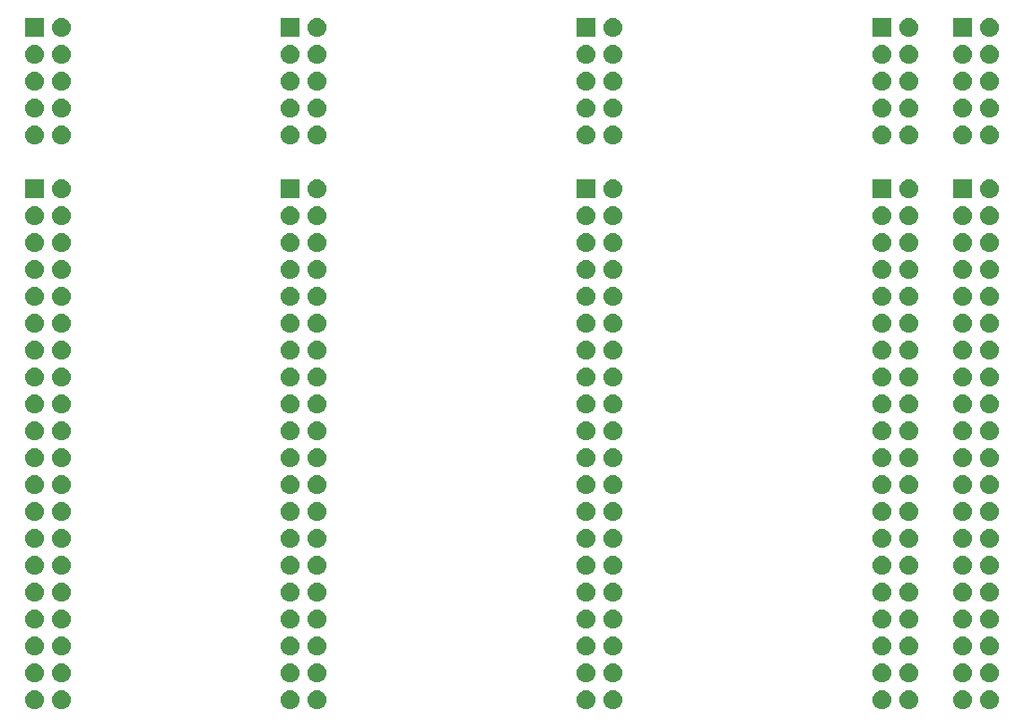
<source format=gbr>
G04 #@! TF.GenerationSoftware,KiCad,Pcbnew,(5.1.4)-1*
G04 #@! TF.CreationDate,2019-12-08T17:51:34+02:00*
G04 #@! TF.ProjectId,Backplane,4261636b-706c-4616-9e65-2e6b69636164,rev?*
G04 #@! TF.SameCoordinates,PX2455c20PY5ad6650*
G04 #@! TF.FileFunction,Soldermask,Bot*
G04 #@! TF.FilePolarity,Negative*
%FSLAX46Y46*%
G04 Gerber Fmt 4.6, Leading zero omitted, Abs format (unit mm)*
G04 Created by KiCad (PCBNEW (5.1.4)-1) date 2019-12-08 17:51:34*
%MOMM*%
%LPD*%
G04 APERTURE LIST*
%ADD10C,0.100000*%
G04 APERTURE END LIST*
D10*
G36*
X31860443Y4704481D02*
G01*
X31926627Y4697963D01*
X32096466Y4646443D01*
X32252991Y4562778D01*
X32288729Y4533448D01*
X32390186Y4450186D01*
X32473448Y4348729D01*
X32502778Y4312991D01*
X32586443Y4156466D01*
X32637963Y3986627D01*
X32655359Y3810000D01*
X32637963Y3633373D01*
X32586443Y3463534D01*
X32502778Y3307009D01*
X32473448Y3271271D01*
X32390186Y3169814D01*
X32288729Y3086552D01*
X32252991Y3057222D01*
X32096466Y2973557D01*
X31926627Y2922037D01*
X31860443Y2915519D01*
X31794260Y2909000D01*
X31705740Y2909000D01*
X31639557Y2915519D01*
X31573373Y2922037D01*
X31403534Y2973557D01*
X31247009Y3057222D01*
X31211271Y3086552D01*
X31109814Y3169814D01*
X31026552Y3271271D01*
X30997222Y3307009D01*
X30913557Y3463534D01*
X30862037Y3633373D01*
X30844641Y3810000D01*
X30862037Y3986627D01*
X30913557Y4156466D01*
X30997222Y4312991D01*
X31026552Y4348729D01*
X31109814Y4450186D01*
X31211271Y4533448D01*
X31247009Y4562778D01*
X31403534Y4646443D01*
X31573373Y4697963D01*
X31639557Y4704481D01*
X31705740Y4711000D01*
X31794260Y4711000D01*
X31860443Y4704481D01*
X31860443Y4704481D01*
G37*
G36*
X92820443Y4704481D02*
G01*
X92886627Y4697963D01*
X93056466Y4646443D01*
X93212991Y4562778D01*
X93248729Y4533448D01*
X93350186Y4450186D01*
X93433448Y4348729D01*
X93462778Y4312991D01*
X93546443Y4156466D01*
X93597963Y3986627D01*
X93615359Y3810000D01*
X93597963Y3633373D01*
X93546443Y3463534D01*
X93462778Y3307009D01*
X93433448Y3271271D01*
X93350186Y3169814D01*
X93248729Y3086552D01*
X93212991Y3057222D01*
X93056466Y2973557D01*
X92886627Y2922037D01*
X92820443Y2915519D01*
X92754260Y2909000D01*
X92665740Y2909000D01*
X92599557Y2915519D01*
X92533373Y2922037D01*
X92363534Y2973557D01*
X92207009Y3057222D01*
X92171271Y3086552D01*
X92069814Y3169814D01*
X91986552Y3271271D01*
X91957222Y3307009D01*
X91873557Y3463534D01*
X91822037Y3633373D01*
X91804641Y3810000D01*
X91822037Y3986627D01*
X91873557Y4156466D01*
X91957222Y4312991D01*
X91986552Y4348729D01*
X92069814Y4450186D01*
X92171271Y4533448D01*
X92207009Y4562778D01*
X92363534Y4646443D01*
X92533373Y4697963D01*
X92599557Y4704481D01*
X92665740Y4711000D01*
X92754260Y4711000D01*
X92820443Y4704481D01*
X92820443Y4704481D01*
G37*
G36*
X7730443Y4704481D02*
G01*
X7796627Y4697963D01*
X7966466Y4646443D01*
X8122991Y4562778D01*
X8158729Y4533448D01*
X8260186Y4450186D01*
X8343448Y4348729D01*
X8372778Y4312991D01*
X8456443Y4156466D01*
X8507963Y3986627D01*
X8525359Y3810000D01*
X8507963Y3633373D01*
X8456443Y3463534D01*
X8372778Y3307009D01*
X8343448Y3271271D01*
X8260186Y3169814D01*
X8158729Y3086552D01*
X8122991Y3057222D01*
X7966466Y2973557D01*
X7796627Y2922037D01*
X7730443Y2915519D01*
X7664260Y2909000D01*
X7575740Y2909000D01*
X7509557Y2915519D01*
X7443373Y2922037D01*
X7273534Y2973557D01*
X7117009Y3057222D01*
X7081271Y3086552D01*
X6979814Y3169814D01*
X6896552Y3271271D01*
X6867222Y3307009D01*
X6783557Y3463534D01*
X6732037Y3633373D01*
X6714641Y3810000D01*
X6732037Y3986627D01*
X6783557Y4156466D01*
X6867222Y4312991D01*
X6896552Y4348729D01*
X6979814Y4450186D01*
X7081271Y4533448D01*
X7117009Y4562778D01*
X7273534Y4646443D01*
X7443373Y4697963D01*
X7509557Y4704481D01*
X7575740Y4711000D01*
X7664260Y4711000D01*
X7730443Y4704481D01*
X7730443Y4704481D01*
G37*
G36*
X5190443Y4704481D02*
G01*
X5256627Y4697963D01*
X5426466Y4646443D01*
X5582991Y4562778D01*
X5618729Y4533448D01*
X5720186Y4450186D01*
X5803448Y4348729D01*
X5832778Y4312991D01*
X5916443Y4156466D01*
X5967963Y3986627D01*
X5985359Y3810000D01*
X5967963Y3633373D01*
X5916443Y3463534D01*
X5832778Y3307009D01*
X5803448Y3271271D01*
X5720186Y3169814D01*
X5618729Y3086552D01*
X5582991Y3057222D01*
X5426466Y2973557D01*
X5256627Y2922037D01*
X5190443Y2915519D01*
X5124260Y2909000D01*
X5035740Y2909000D01*
X4969557Y2915519D01*
X4903373Y2922037D01*
X4733534Y2973557D01*
X4577009Y3057222D01*
X4541271Y3086552D01*
X4439814Y3169814D01*
X4356552Y3271271D01*
X4327222Y3307009D01*
X4243557Y3463534D01*
X4192037Y3633373D01*
X4174641Y3810000D01*
X4192037Y3986627D01*
X4243557Y4156466D01*
X4327222Y4312991D01*
X4356552Y4348729D01*
X4439814Y4450186D01*
X4541271Y4533448D01*
X4577009Y4562778D01*
X4733534Y4646443D01*
X4903373Y4697963D01*
X4969557Y4704481D01*
X5035740Y4711000D01*
X5124260Y4711000D01*
X5190443Y4704481D01*
X5190443Y4704481D01*
G37*
G36*
X95360443Y4704481D02*
G01*
X95426627Y4697963D01*
X95596466Y4646443D01*
X95752991Y4562778D01*
X95788729Y4533448D01*
X95890186Y4450186D01*
X95973448Y4348729D01*
X96002778Y4312991D01*
X96086443Y4156466D01*
X96137963Y3986627D01*
X96155359Y3810000D01*
X96137963Y3633373D01*
X96086443Y3463534D01*
X96002778Y3307009D01*
X95973448Y3271271D01*
X95890186Y3169814D01*
X95788729Y3086552D01*
X95752991Y3057222D01*
X95596466Y2973557D01*
X95426627Y2922037D01*
X95360443Y2915519D01*
X95294260Y2909000D01*
X95205740Y2909000D01*
X95139557Y2915519D01*
X95073373Y2922037D01*
X94903534Y2973557D01*
X94747009Y3057222D01*
X94711271Y3086552D01*
X94609814Y3169814D01*
X94526552Y3271271D01*
X94497222Y3307009D01*
X94413557Y3463534D01*
X94362037Y3633373D01*
X94344641Y3810000D01*
X94362037Y3986627D01*
X94413557Y4156466D01*
X94497222Y4312991D01*
X94526552Y4348729D01*
X94609814Y4450186D01*
X94711271Y4533448D01*
X94747009Y4562778D01*
X94903534Y4646443D01*
X95073373Y4697963D01*
X95139557Y4704481D01*
X95205740Y4711000D01*
X95294260Y4711000D01*
X95360443Y4704481D01*
X95360443Y4704481D01*
G37*
G36*
X85200443Y4704481D02*
G01*
X85266627Y4697963D01*
X85436466Y4646443D01*
X85592991Y4562778D01*
X85628729Y4533448D01*
X85730186Y4450186D01*
X85813448Y4348729D01*
X85842778Y4312991D01*
X85926443Y4156466D01*
X85977963Y3986627D01*
X85995359Y3810000D01*
X85977963Y3633373D01*
X85926443Y3463534D01*
X85842778Y3307009D01*
X85813448Y3271271D01*
X85730186Y3169814D01*
X85628729Y3086552D01*
X85592991Y3057222D01*
X85436466Y2973557D01*
X85266627Y2922037D01*
X85200443Y2915519D01*
X85134260Y2909000D01*
X85045740Y2909000D01*
X84979557Y2915519D01*
X84913373Y2922037D01*
X84743534Y2973557D01*
X84587009Y3057222D01*
X84551271Y3086552D01*
X84449814Y3169814D01*
X84366552Y3271271D01*
X84337222Y3307009D01*
X84253557Y3463534D01*
X84202037Y3633373D01*
X84184641Y3810000D01*
X84202037Y3986627D01*
X84253557Y4156466D01*
X84337222Y4312991D01*
X84366552Y4348729D01*
X84449814Y4450186D01*
X84551271Y4533448D01*
X84587009Y4562778D01*
X84743534Y4646443D01*
X84913373Y4697963D01*
X84979557Y4704481D01*
X85045740Y4711000D01*
X85134260Y4711000D01*
X85200443Y4704481D01*
X85200443Y4704481D01*
G37*
G36*
X59800443Y4704481D02*
G01*
X59866627Y4697963D01*
X60036466Y4646443D01*
X60192991Y4562778D01*
X60228729Y4533448D01*
X60330186Y4450186D01*
X60413448Y4348729D01*
X60442778Y4312991D01*
X60526443Y4156466D01*
X60577963Y3986627D01*
X60595359Y3810000D01*
X60577963Y3633373D01*
X60526443Y3463534D01*
X60442778Y3307009D01*
X60413448Y3271271D01*
X60330186Y3169814D01*
X60228729Y3086552D01*
X60192991Y3057222D01*
X60036466Y2973557D01*
X59866627Y2922037D01*
X59800443Y2915519D01*
X59734260Y2909000D01*
X59645740Y2909000D01*
X59579557Y2915519D01*
X59513373Y2922037D01*
X59343534Y2973557D01*
X59187009Y3057222D01*
X59151271Y3086552D01*
X59049814Y3169814D01*
X58966552Y3271271D01*
X58937222Y3307009D01*
X58853557Y3463534D01*
X58802037Y3633373D01*
X58784641Y3810000D01*
X58802037Y3986627D01*
X58853557Y4156466D01*
X58937222Y4312991D01*
X58966552Y4348729D01*
X59049814Y4450186D01*
X59151271Y4533448D01*
X59187009Y4562778D01*
X59343534Y4646443D01*
X59513373Y4697963D01*
X59579557Y4704481D01*
X59645740Y4711000D01*
X59734260Y4711000D01*
X59800443Y4704481D01*
X59800443Y4704481D01*
G37*
G36*
X87740443Y4704481D02*
G01*
X87806627Y4697963D01*
X87976466Y4646443D01*
X88132991Y4562778D01*
X88168729Y4533448D01*
X88270186Y4450186D01*
X88353448Y4348729D01*
X88382778Y4312991D01*
X88466443Y4156466D01*
X88517963Y3986627D01*
X88535359Y3810000D01*
X88517963Y3633373D01*
X88466443Y3463534D01*
X88382778Y3307009D01*
X88353448Y3271271D01*
X88270186Y3169814D01*
X88168729Y3086552D01*
X88132991Y3057222D01*
X87976466Y2973557D01*
X87806627Y2922037D01*
X87740443Y2915519D01*
X87674260Y2909000D01*
X87585740Y2909000D01*
X87519557Y2915519D01*
X87453373Y2922037D01*
X87283534Y2973557D01*
X87127009Y3057222D01*
X87091271Y3086552D01*
X86989814Y3169814D01*
X86906552Y3271271D01*
X86877222Y3307009D01*
X86793557Y3463534D01*
X86742037Y3633373D01*
X86724641Y3810000D01*
X86742037Y3986627D01*
X86793557Y4156466D01*
X86877222Y4312991D01*
X86906552Y4348729D01*
X86989814Y4450186D01*
X87091271Y4533448D01*
X87127009Y4562778D01*
X87283534Y4646443D01*
X87453373Y4697963D01*
X87519557Y4704481D01*
X87585740Y4711000D01*
X87674260Y4711000D01*
X87740443Y4704481D01*
X87740443Y4704481D01*
G37*
G36*
X29320443Y4704481D02*
G01*
X29386627Y4697963D01*
X29556466Y4646443D01*
X29712991Y4562778D01*
X29748729Y4533448D01*
X29850186Y4450186D01*
X29933448Y4348729D01*
X29962778Y4312991D01*
X30046443Y4156466D01*
X30097963Y3986627D01*
X30115359Y3810000D01*
X30097963Y3633373D01*
X30046443Y3463534D01*
X29962778Y3307009D01*
X29933448Y3271271D01*
X29850186Y3169814D01*
X29748729Y3086552D01*
X29712991Y3057222D01*
X29556466Y2973557D01*
X29386627Y2922037D01*
X29320443Y2915519D01*
X29254260Y2909000D01*
X29165740Y2909000D01*
X29099557Y2915519D01*
X29033373Y2922037D01*
X28863534Y2973557D01*
X28707009Y3057222D01*
X28671271Y3086552D01*
X28569814Y3169814D01*
X28486552Y3271271D01*
X28457222Y3307009D01*
X28373557Y3463534D01*
X28322037Y3633373D01*
X28304641Y3810000D01*
X28322037Y3986627D01*
X28373557Y4156466D01*
X28457222Y4312991D01*
X28486552Y4348729D01*
X28569814Y4450186D01*
X28671271Y4533448D01*
X28707009Y4562778D01*
X28863534Y4646443D01*
X29033373Y4697963D01*
X29099557Y4704481D01*
X29165740Y4711000D01*
X29254260Y4711000D01*
X29320443Y4704481D01*
X29320443Y4704481D01*
G37*
G36*
X57260443Y4704481D02*
G01*
X57326627Y4697963D01*
X57496466Y4646443D01*
X57652991Y4562778D01*
X57688729Y4533448D01*
X57790186Y4450186D01*
X57873448Y4348729D01*
X57902778Y4312991D01*
X57986443Y4156466D01*
X58037963Y3986627D01*
X58055359Y3810000D01*
X58037963Y3633373D01*
X57986443Y3463534D01*
X57902778Y3307009D01*
X57873448Y3271271D01*
X57790186Y3169814D01*
X57688729Y3086552D01*
X57652991Y3057222D01*
X57496466Y2973557D01*
X57326627Y2922037D01*
X57260443Y2915519D01*
X57194260Y2909000D01*
X57105740Y2909000D01*
X57039557Y2915519D01*
X56973373Y2922037D01*
X56803534Y2973557D01*
X56647009Y3057222D01*
X56611271Y3086552D01*
X56509814Y3169814D01*
X56426552Y3271271D01*
X56397222Y3307009D01*
X56313557Y3463534D01*
X56262037Y3633373D01*
X56244641Y3810000D01*
X56262037Y3986627D01*
X56313557Y4156466D01*
X56397222Y4312991D01*
X56426552Y4348729D01*
X56509814Y4450186D01*
X56611271Y4533448D01*
X56647009Y4562778D01*
X56803534Y4646443D01*
X56973373Y4697963D01*
X57039557Y4704481D01*
X57105740Y4711000D01*
X57194260Y4711000D01*
X57260443Y4704481D01*
X57260443Y4704481D01*
G37*
G36*
X95360443Y7244481D02*
G01*
X95426627Y7237963D01*
X95596466Y7186443D01*
X95752991Y7102778D01*
X95788729Y7073448D01*
X95890186Y6990186D01*
X95973448Y6888729D01*
X96002778Y6852991D01*
X96086443Y6696466D01*
X96137963Y6526627D01*
X96155359Y6350000D01*
X96137963Y6173373D01*
X96086443Y6003534D01*
X96002778Y5847009D01*
X95973448Y5811271D01*
X95890186Y5709814D01*
X95788729Y5626552D01*
X95752991Y5597222D01*
X95596466Y5513557D01*
X95426627Y5462037D01*
X95360443Y5455519D01*
X95294260Y5449000D01*
X95205740Y5449000D01*
X95139557Y5455519D01*
X95073373Y5462037D01*
X94903534Y5513557D01*
X94747009Y5597222D01*
X94711271Y5626552D01*
X94609814Y5709814D01*
X94526552Y5811271D01*
X94497222Y5847009D01*
X94413557Y6003534D01*
X94362037Y6173373D01*
X94344641Y6350000D01*
X94362037Y6526627D01*
X94413557Y6696466D01*
X94497222Y6852991D01*
X94526552Y6888729D01*
X94609814Y6990186D01*
X94711271Y7073448D01*
X94747009Y7102778D01*
X94903534Y7186443D01*
X95073373Y7237963D01*
X95139557Y7244481D01*
X95205740Y7251000D01*
X95294260Y7251000D01*
X95360443Y7244481D01*
X95360443Y7244481D01*
G37*
G36*
X92820443Y7244481D02*
G01*
X92886627Y7237963D01*
X93056466Y7186443D01*
X93212991Y7102778D01*
X93248729Y7073448D01*
X93350186Y6990186D01*
X93433448Y6888729D01*
X93462778Y6852991D01*
X93546443Y6696466D01*
X93597963Y6526627D01*
X93615359Y6350000D01*
X93597963Y6173373D01*
X93546443Y6003534D01*
X93462778Y5847009D01*
X93433448Y5811271D01*
X93350186Y5709814D01*
X93248729Y5626552D01*
X93212991Y5597222D01*
X93056466Y5513557D01*
X92886627Y5462037D01*
X92820443Y5455519D01*
X92754260Y5449000D01*
X92665740Y5449000D01*
X92599557Y5455519D01*
X92533373Y5462037D01*
X92363534Y5513557D01*
X92207009Y5597222D01*
X92171271Y5626552D01*
X92069814Y5709814D01*
X91986552Y5811271D01*
X91957222Y5847009D01*
X91873557Y6003534D01*
X91822037Y6173373D01*
X91804641Y6350000D01*
X91822037Y6526627D01*
X91873557Y6696466D01*
X91957222Y6852991D01*
X91986552Y6888729D01*
X92069814Y6990186D01*
X92171271Y7073448D01*
X92207009Y7102778D01*
X92363534Y7186443D01*
X92533373Y7237963D01*
X92599557Y7244481D01*
X92665740Y7251000D01*
X92754260Y7251000D01*
X92820443Y7244481D01*
X92820443Y7244481D01*
G37*
G36*
X85200443Y7244481D02*
G01*
X85266627Y7237963D01*
X85436466Y7186443D01*
X85592991Y7102778D01*
X85628729Y7073448D01*
X85730186Y6990186D01*
X85813448Y6888729D01*
X85842778Y6852991D01*
X85926443Y6696466D01*
X85977963Y6526627D01*
X85995359Y6350000D01*
X85977963Y6173373D01*
X85926443Y6003534D01*
X85842778Y5847009D01*
X85813448Y5811271D01*
X85730186Y5709814D01*
X85628729Y5626552D01*
X85592991Y5597222D01*
X85436466Y5513557D01*
X85266627Y5462037D01*
X85200443Y5455519D01*
X85134260Y5449000D01*
X85045740Y5449000D01*
X84979557Y5455519D01*
X84913373Y5462037D01*
X84743534Y5513557D01*
X84587009Y5597222D01*
X84551271Y5626552D01*
X84449814Y5709814D01*
X84366552Y5811271D01*
X84337222Y5847009D01*
X84253557Y6003534D01*
X84202037Y6173373D01*
X84184641Y6350000D01*
X84202037Y6526627D01*
X84253557Y6696466D01*
X84337222Y6852991D01*
X84366552Y6888729D01*
X84449814Y6990186D01*
X84551271Y7073448D01*
X84587009Y7102778D01*
X84743534Y7186443D01*
X84913373Y7237963D01*
X84979557Y7244481D01*
X85045740Y7251000D01*
X85134260Y7251000D01*
X85200443Y7244481D01*
X85200443Y7244481D01*
G37*
G36*
X87740443Y7244481D02*
G01*
X87806627Y7237963D01*
X87976466Y7186443D01*
X88132991Y7102778D01*
X88168729Y7073448D01*
X88270186Y6990186D01*
X88353448Y6888729D01*
X88382778Y6852991D01*
X88466443Y6696466D01*
X88517963Y6526627D01*
X88535359Y6350000D01*
X88517963Y6173373D01*
X88466443Y6003534D01*
X88382778Y5847009D01*
X88353448Y5811271D01*
X88270186Y5709814D01*
X88168729Y5626552D01*
X88132991Y5597222D01*
X87976466Y5513557D01*
X87806627Y5462037D01*
X87740443Y5455519D01*
X87674260Y5449000D01*
X87585740Y5449000D01*
X87519557Y5455519D01*
X87453373Y5462037D01*
X87283534Y5513557D01*
X87127009Y5597222D01*
X87091271Y5626552D01*
X86989814Y5709814D01*
X86906552Y5811271D01*
X86877222Y5847009D01*
X86793557Y6003534D01*
X86742037Y6173373D01*
X86724641Y6350000D01*
X86742037Y6526627D01*
X86793557Y6696466D01*
X86877222Y6852991D01*
X86906552Y6888729D01*
X86989814Y6990186D01*
X87091271Y7073448D01*
X87127009Y7102778D01*
X87283534Y7186443D01*
X87453373Y7237963D01*
X87519557Y7244481D01*
X87585740Y7251000D01*
X87674260Y7251000D01*
X87740443Y7244481D01*
X87740443Y7244481D01*
G37*
G36*
X5190443Y7244481D02*
G01*
X5256627Y7237963D01*
X5426466Y7186443D01*
X5582991Y7102778D01*
X5618729Y7073448D01*
X5720186Y6990186D01*
X5803448Y6888729D01*
X5832778Y6852991D01*
X5916443Y6696466D01*
X5967963Y6526627D01*
X5985359Y6350000D01*
X5967963Y6173373D01*
X5916443Y6003534D01*
X5832778Y5847009D01*
X5803448Y5811271D01*
X5720186Y5709814D01*
X5618729Y5626552D01*
X5582991Y5597222D01*
X5426466Y5513557D01*
X5256627Y5462037D01*
X5190443Y5455519D01*
X5124260Y5449000D01*
X5035740Y5449000D01*
X4969557Y5455519D01*
X4903373Y5462037D01*
X4733534Y5513557D01*
X4577009Y5597222D01*
X4541271Y5626552D01*
X4439814Y5709814D01*
X4356552Y5811271D01*
X4327222Y5847009D01*
X4243557Y6003534D01*
X4192037Y6173373D01*
X4174641Y6350000D01*
X4192037Y6526627D01*
X4243557Y6696466D01*
X4327222Y6852991D01*
X4356552Y6888729D01*
X4439814Y6990186D01*
X4541271Y7073448D01*
X4577009Y7102778D01*
X4733534Y7186443D01*
X4903373Y7237963D01*
X4969557Y7244481D01*
X5035740Y7251000D01*
X5124260Y7251000D01*
X5190443Y7244481D01*
X5190443Y7244481D01*
G37*
G36*
X7730443Y7244481D02*
G01*
X7796627Y7237963D01*
X7966466Y7186443D01*
X8122991Y7102778D01*
X8158729Y7073448D01*
X8260186Y6990186D01*
X8343448Y6888729D01*
X8372778Y6852991D01*
X8456443Y6696466D01*
X8507963Y6526627D01*
X8525359Y6350000D01*
X8507963Y6173373D01*
X8456443Y6003534D01*
X8372778Y5847009D01*
X8343448Y5811271D01*
X8260186Y5709814D01*
X8158729Y5626552D01*
X8122991Y5597222D01*
X7966466Y5513557D01*
X7796627Y5462037D01*
X7730443Y5455519D01*
X7664260Y5449000D01*
X7575740Y5449000D01*
X7509557Y5455519D01*
X7443373Y5462037D01*
X7273534Y5513557D01*
X7117009Y5597222D01*
X7081271Y5626552D01*
X6979814Y5709814D01*
X6896552Y5811271D01*
X6867222Y5847009D01*
X6783557Y6003534D01*
X6732037Y6173373D01*
X6714641Y6350000D01*
X6732037Y6526627D01*
X6783557Y6696466D01*
X6867222Y6852991D01*
X6896552Y6888729D01*
X6979814Y6990186D01*
X7081271Y7073448D01*
X7117009Y7102778D01*
X7273534Y7186443D01*
X7443373Y7237963D01*
X7509557Y7244481D01*
X7575740Y7251000D01*
X7664260Y7251000D01*
X7730443Y7244481D01*
X7730443Y7244481D01*
G37*
G36*
X59800443Y7244481D02*
G01*
X59866627Y7237963D01*
X60036466Y7186443D01*
X60192991Y7102778D01*
X60228729Y7073448D01*
X60330186Y6990186D01*
X60413448Y6888729D01*
X60442778Y6852991D01*
X60526443Y6696466D01*
X60577963Y6526627D01*
X60595359Y6350000D01*
X60577963Y6173373D01*
X60526443Y6003534D01*
X60442778Y5847009D01*
X60413448Y5811271D01*
X60330186Y5709814D01*
X60228729Y5626552D01*
X60192991Y5597222D01*
X60036466Y5513557D01*
X59866627Y5462037D01*
X59800443Y5455519D01*
X59734260Y5449000D01*
X59645740Y5449000D01*
X59579557Y5455519D01*
X59513373Y5462037D01*
X59343534Y5513557D01*
X59187009Y5597222D01*
X59151271Y5626552D01*
X59049814Y5709814D01*
X58966552Y5811271D01*
X58937222Y5847009D01*
X58853557Y6003534D01*
X58802037Y6173373D01*
X58784641Y6350000D01*
X58802037Y6526627D01*
X58853557Y6696466D01*
X58937222Y6852991D01*
X58966552Y6888729D01*
X59049814Y6990186D01*
X59151271Y7073448D01*
X59187009Y7102778D01*
X59343534Y7186443D01*
X59513373Y7237963D01*
X59579557Y7244481D01*
X59645740Y7251000D01*
X59734260Y7251000D01*
X59800443Y7244481D01*
X59800443Y7244481D01*
G37*
G36*
X29320443Y7244481D02*
G01*
X29386627Y7237963D01*
X29556466Y7186443D01*
X29712991Y7102778D01*
X29748729Y7073448D01*
X29850186Y6990186D01*
X29933448Y6888729D01*
X29962778Y6852991D01*
X30046443Y6696466D01*
X30097963Y6526627D01*
X30115359Y6350000D01*
X30097963Y6173373D01*
X30046443Y6003534D01*
X29962778Y5847009D01*
X29933448Y5811271D01*
X29850186Y5709814D01*
X29748729Y5626552D01*
X29712991Y5597222D01*
X29556466Y5513557D01*
X29386627Y5462037D01*
X29320443Y5455519D01*
X29254260Y5449000D01*
X29165740Y5449000D01*
X29099557Y5455519D01*
X29033373Y5462037D01*
X28863534Y5513557D01*
X28707009Y5597222D01*
X28671271Y5626552D01*
X28569814Y5709814D01*
X28486552Y5811271D01*
X28457222Y5847009D01*
X28373557Y6003534D01*
X28322037Y6173373D01*
X28304641Y6350000D01*
X28322037Y6526627D01*
X28373557Y6696466D01*
X28457222Y6852991D01*
X28486552Y6888729D01*
X28569814Y6990186D01*
X28671271Y7073448D01*
X28707009Y7102778D01*
X28863534Y7186443D01*
X29033373Y7237963D01*
X29099557Y7244481D01*
X29165740Y7251000D01*
X29254260Y7251000D01*
X29320443Y7244481D01*
X29320443Y7244481D01*
G37*
G36*
X31860443Y7244481D02*
G01*
X31926627Y7237963D01*
X32096466Y7186443D01*
X32252991Y7102778D01*
X32288729Y7073448D01*
X32390186Y6990186D01*
X32473448Y6888729D01*
X32502778Y6852991D01*
X32586443Y6696466D01*
X32637963Y6526627D01*
X32655359Y6350000D01*
X32637963Y6173373D01*
X32586443Y6003534D01*
X32502778Y5847009D01*
X32473448Y5811271D01*
X32390186Y5709814D01*
X32288729Y5626552D01*
X32252991Y5597222D01*
X32096466Y5513557D01*
X31926627Y5462037D01*
X31860443Y5455519D01*
X31794260Y5449000D01*
X31705740Y5449000D01*
X31639557Y5455519D01*
X31573373Y5462037D01*
X31403534Y5513557D01*
X31247009Y5597222D01*
X31211271Y5626552D01*
X31109814Y5709814D01*
X31026552Y5811271D01*
X30997222Y5847009D01*
X30913557Y6003534D01*
X30862037Y6173373D01*
X30844641Y6350000D01*
X30862037Y6526627D01*
X30913557Y6696466D01*
X30997222Y6852991D01*
X31026552Y6888729D01*
X31109814Y6990186D01*
X31211271Y7073448D01*
X31247009Y7102778D01*
X31403534Y7186443D01*
X31573373Y7237963D01*
X31639557Y7244481D01*
X31705740Y7251000D01*
X31794260Y7251000D01*
X31860443Y7244481D01*
X31860443Y7244481D01*
G37*
G36*
X57260443Y7244481D02*
G01*
X57326627Y7237963D01*
X57496466Y7186443D01*
X57652991Y7102778D01*
X57688729Y7073448D01*
X57790186Y6990186D01*
X57873448Y6888729D01*
X57902778Y6852991D01*
X57986443Y6696466D01*
X58037963Y6526627D01*
X58055359Y6350000D01*
X58037963Y6173373D01*
X57986443Y6003534D01*
X57902778Y5847009D01*
X57873448Y5811271D01*
X57790186Y5709814D01*
X57688729Y5626552D01*
X57652991Y5597222D01*
X57496466Y5513557D01*
X57326627Y5462037D01*
X57260443Y5455519D01*
X57194260Y5449000D01*
X57105740Y5449000D01*
X57039557Y5455519D01*
X56973373Y5462037D01*
X56803534Y5513557D01*
X56647009Y5597222D01*
X56611271Y5626552D01*
X56509814Y5709814D01*
X56426552Y5811271D01*
X56397222Y5847009D01*
X56313557Y6003534D01*
X56262037Y6173373D01*
X56244641Y6350000D01*
X56262037Y6526627D01*
X56313557Y6696466D01*
X56397222Y6852991D01*
X56426552Y6888729D01*
X56509814Y6990186D01*
X56611271Y7073448D01*
X56647009Y7102778D01*
X56803534Y7186443D01*
X56973373Y7237963D01*
X57039557Y7244481D01*
X57105740Y7251000D01*
X57194260Y7251000D01*
X57260443Y7244481D01*
X57260443Y7244481D01*
G37*
G36*
X7730442Y9784482D02*
G01*
X7796627Y9777963D01*
X7966466Y9726443D01*
X8122991Y9642778D01*
X8158729Y9613448D01*
X8260186Y9530186D01*
X8343448Y9428729D01*
X8372778Y9392991D01*
X8456443Y9236466D01*
X8507963Y9066627D01*
X8525359Y8890000D01*
X8507963Y8713373D01*
X8456443Y8543534D01*
X8372778Y8387009D01*
X8343448Y8351271D01*
X8260186Y8249814D01*
X8158729Y8166552D01*
X8122991Y8137222D01*
X7966466Y8053557D01*
X7796627Y8002037D01*
X7730442Y7995518D01*
X7664260Y7989000D01*
X7575740Y7989000D01*
X7509558Y7995518D01*
X7443373Y8002037D01*
X7273534Y8053557D01*
X7117009Y8137222D01*
X7081271Y8166552D01*
X6979814Y8249814D01*
X6896552Y8351271D01*
X6867222Y8387009D01*
X6783557Y8543534D01*
X6732037Y8713373D01*
X6714641Y8890000D01*
X6732037Y9066627D01*
X6783557Y9236466D01*
X6867222Y9392991D01*
X6896552Y9428729D01*
X6979814Y9530186D01*
X7081271Y9613448D01*
X7117009Y9642778D01*
X7273534Y9726443D01*
X7443373Y9777963D01*
X7509558Y9784482D01*
X7575740Y9791000D01*
X7664260Y9791000D01*
X7730442Y9784482D01*
X7730442Y9784482D01*
G37*
G36*
X59800442Y9784482D02*
G01*
X59866627Y9777963D01*
X60036466Y9726443D01*
X60192991Y9642778D01*
X60228729Y9613448D01*
X60330186Y9530186D01*
X60413448Y9428729D01*
X60442778Y9392991D01*
X60526443Y9236466D01*
X60577963Y9066627D01*
X60595359Y8890000D01*
X60577963Y8713373D01*
X60526443Y8543534D01*
X60442778Y8387009D01*
X60413448Y8351271D01*
X60330186Y8249814D01*
X60228729Y8166552D01*
X60192991Y8137222D01*
X60036466Y8053557D01*
X59866627Y8002037D01*
X59800442Y7995518D01*
X59734260Y7989000D01*
X59645740Y7989000D01*
X59579558Y7995518D01*
X59513373Y8002037D01*
X59343534Y8053557D01*
X59187009Y8137222D01*
X59151271Y8166552D01*
X59049814Y8249814D01*
X58966552Y8351271D01*
X58937222Y8387009D01*
X58853557Y8543534D01*
X58802037Y8713373D01*
X58784641Y8890000D01*
X58802037Y9066627D01*
X58853557Y9236466D01*
X58937222Y9392991D01*
X58966552Y9428729D01*
X59049814Y9530186D01*
X59151271Y9613448D01*
X59187009Y9642778D01*
X59343534Y9726443D01*
X59513373Y9777963D01*
X59579558Y9784482D01*
X59645740Y9791000D01*
X59734260Y9791000D01*
X59800442Y9784482D01*
X59800442Y9784482D01*
G37*
G36*
X57260442Y9784482D02*
G01*
X57326627Y9777963D01*
X57496466Y9726443D01*
X57652991Y9642778D01*
X57688729Y9613448D01*
X57790186Y9530186D01*
X57873448Y9428729D01*
X57902778Y9392991D01*
X57986443Y9236466D01*
X58037963Y9066627D01*
X58055359Y8890000D01*
X58037963Y8713373D01*
X57986443Y8543534D01*
X57902778Y8387009D01*
X57873448Y8351271D01*
X57790186Y8249814D01*
X57688729Y8166552D01*
X57652991Y8137222D01*
X57496466Y8053557D01*
X57326627Y8002037D01*
X57260442Y7995518D01*
X57194260Y7989000D01*
X57105740Y7989000D01*
X57039558Y7995518D01*
X56973373Y8002037D01*
X56803534Y8053557D01*
X56647009Y8137222D01*
X56611271Y8166552D01*
X56509814Y8249814D01*
X56426552Y8351271D01*
X56397222Y8387009D01*
X56313557Y8543534D01*
X56262037Y8713373D01*
X56244641Y8890000D01*
X56262037Y9066627D01*
X56313557Y9236466D01*
X56397222Y9392991D01*
X56426552Y9428729D01*
X56509814Y9530186D01*
X56611271Y9613448D01*
X56647009Y9642778D01*
X56803534Y9726443D01*
X56973373Y9777963D01*
X57039558Y9784482D01*
X57105740Y9791000D01*
X57194260Y9791000D01*
X57260442Y9784482D01*
X57260442Y9784482D01*
G37*
G36*
X29320442Y9784482D02*
G01*
X29386627Y9777963D01*
X29556466Y9726443D01*
X29712991Y9642778D01*
X29748729Y9613448D01*
X29850186Y9530186D01*
X29933448Y9428729D01*
X29962778Y9392991D01*
X30046443Y9236466D01*
X30097963Y9066627D01*
X30115359Y8890000D01*
X30097963Y8713373D01*
X30046443Y8543534D01*
X29962778Y8387009D01*
X29933448Y8351271D01*
X29850186Y8249814D01*
X29748729Y8166552D01*
X29712991Y8137222D01*
X29556466Y8053557D01*
X29386627Y8002037D01*
X29320442Y7995518D01*
X29254260Y7989000D01*
X29165740Y7989000D01*
X29099558Y7995518D01*
X29033373Y8002037D01*
X28863534Y8053557D01*
X28707009Y8137222D01*
X28671271Y8166552D01*
X28569814Y8249814D01*
X28486552Y8351271D01*
X28457222Y8387009D01*
X28373557Y8543534D01*
X28322037Y8713373D01*
X28304641Y8890000D01*
X28322037Y9066627D01*
X28373557Y9236466D01*
X28457222Y9392991D01*
X28486552Y9428729D01*
X28569814Y9530186D01*
X28671271Y9613448D01*
X28707009Y9642778D01*
X28863534Y9726443D01*
X29033373Y9777963D01*
X29099558Y9784482D01*
X29165740Y9791000D01*
X29254260Y9791000D01*
X29320442Y9784482D01*
X29320442Y9784482D01*
G37*
G36*
X31860442Y9784482D02*
G01*
X31926627Y9777963D01*
X32096466Y9726443D01*
X32252991Y9642778D01*
X32288729Y9613448D01*
X32390186Y9530186D01*
X32473448Y9428729D01*
X32502778Y9392991D01*
X32586443Y9236466D01*
X32637963Y9066627D01*
X32655359Y8890000D01*
X32637963Y8713373D01*
X32586443Y8543534D01*
X32502778Y8387009D01*
X32473448Y8351271D01*
X32390186Y8249814D01*
X32288729Y8166552D01*
X32252991Y8137222D01*
X32096466Y8053557D01*
X31926627Y8002037D01*
X31860442Y7995518D01*
X31794260Y7989000D01*
X31705740Y7989000D01*
X31639558Y7995518D01*
X31573373Y8002037D01*
X31403534Y8053557D01*
X31247009Y8137222D01*
X31211271Y8166552D01*
X31109814Y8249814D01*
X31026552Y8351271D01*
X30997222Y8387009D01*
X30913557Y8543534D01*
X30862037Y8713373D01*
X30844641Y8890000D01*
X30862037Y9066627D01*
X30913557Y9236466D01*
X30997222Y9392991D01*
X31026552Y9428729D01*
X31109814Y9530186D01*
X31211271Y9613448D01*
X31247009Y9642778D01*
X31403534Y9726443D01*
X31573373Y9777963D01*
X31639558Y9784482D01*
X31705740Y9791000D01*
X31794260Y9791000D01*
X31860442Y9784482D01*
X31860442Y9784482D01*
G37*
G36*
X87740442Y9784482D02*
G01*
X87806627Y9777963D01*
X87976466Y9726443D01*
X88132991Y9642778D01*
X88168729Y9613448D01*
X88270186Y9530186D01*
X88353448Y9428729D01*
X88382778Y9392991D01*
X88466443Y9236466D01*
X88517963Y9066627D01*
X88535359Y8890000D01*
X88517963Y8713373D01*
X88466443Y8543534D01*
X88382778Y8387009D01*
X88353448Y8351271D01*
X88270186Y8249814D01*
X88168729Y8166552D01*
X88132991Y8137222D01*
X87976466Y8053557D01*
X87806627Y8002037D01*
X87740442Y7995518D01*
X87674260Y7989000D01*
X87585740Y7989000D01*
X87519558Y7995518D01*
X87453373Y8002037D01*
X87283534Y8053557D01*
X87127009Y8137222D01*
X87091271Y8166552D01*
X86989814Y8249814D01*
X86906552Y8351271D01*
X86877222Y8387009D01*
X86793557Y8543534D01*
X86742037Y8713373D01*
X86724641Y8890000D01*
X86742037Y9066627D01*
X86793557Y9236466D01*
X86877222Y9392991D01*
X86906552Y9428729D01*
X86989814Y9530186D01*
X87091271Y9613448D01*
X87127009Y9642778D01*
X87283534Y9726443D01*
X87453373Y9777963D01*
X87519558Y9784482D01*
X87585740Y9791000D01*
X87674260Y9791000D01*
X87740442Y9784482D01*
X87740442Y9784482D01*
G37*
G36*
X85200442Y9784482D02*
G01*
X85266627Y9777963D01*
X85436466Y9726443D01*
X85592991Y9642778D01*
X85628729Y9613448D01*
X85730186Y9530186D01*
X85813448Y9428729D01*
X85842778Y9392991D01*
X85926443Y9236466D01*
X85977963Y9066627D01*
X85995359Y8890000D01*
X85977963Y8713373D01*
X85926443Y8543534D01*
X85842778Y8387009D01*
X85813448Y8351271D01*
X85730186Y8249814D01*
X85628729Y8166552D01*
X85592991Y8137222D01*
X85436466Y8053557D01*
X85266627Y8002037D01*
X85200442Y7995518D01*
X85134260Y7989000D01*
X85045740Y7989000D01*
X84979558Y7995518D01*
X84913373Y8002037D01*
X84743534Y8053557D01*
X84587009Y8137222D01*
X84551271Y8166552D01*
X84449814Y8249814D01*
X84366552Y8351271D01*
X84337222Y8387009D01*
X84253557Y8543534D01*
X84202037Y8713373D01*
X84184641Y8890000D01*
X84202037Y9066627D01*
X84253557Y9236466D01*
X84337222Y9392991D01*
X84366552Y9428729D01*
X84449814Y9530186D01*
X84551271Y9613448D01*
X84587009Y9642778D01*
X84743534Y9726443D01*
X84913373Y9777963D01*
X84979558Y9784482D01*
X85045740Y9791000D01*
X85134260Y9791000D01*
X85200442Y9784482D01*
X85200442Y9784482D01*
G37*
G36*
X92820442Y9784482D02*
G01*
X92886627Y9777963D01*
X93056466Y9726443D01*
X93212991Y9642778D01*
X93248729Y9613448D01*
X93350186Y9530186D01*
X93433448Y9428729D01*
X93462778Y9392991D01*
X93546443Y9236466D01*
X93597963Y9066627D01*
X93615359Y8890000D01*
X93597963Y8713373D01*
X93546443Y8543534D01*
X93462778Y8387009D01*
X93433448Y8351271D01*
X93350186Y8249814D01*
X93248729Y8166552D01*
X93212991Y8137222D01*
X93056466Y8053557D01*
X92886627Y8002037D01*
X92820442Y7995518D01*
X92754260Y7989000D01*
X92665740Y7989000D01*
X92599558Y7995518D01*
X92533373Y8002037D01*
X92363534Y8053557D01*
X92207009Y8137222D01*
X92171271Y8166552D01*
X92069814Y8249814D01*
X91986552Y8351271D01*
X91957222Y8387009D01*
X91873557Y8543534D01*
X91822037Y8713373D01*
X91804641Y8890000D01*
X91822037Y9066627D01*
X91873557Y9236466D01*
X91957222Y9392991D01*
X91986552Y9428729D01*
X92069814Y9530186D01*
X92171271Y9613448D01*
X92207009Y9642778D01*
X92363534Y9726443D01*
X92533373Y9777963D01*
X92599558Y9784482D01*
X92665740Y9791000D01*
X92754260Y9791000D01*
X92820442Y9784482D01*
X92820442Y9784482D01*
G37*
G36*
X5190442Y9784482D02*
G01*
X5256627Y9777963D01*
X5426466Y9726443D01*
X5582991Y9642778D01*
X5618729Y9613448D01*
X5720186Y9530186D01*
X5803448Y9428729D01*
X5832778Y9392991D01*
X5916443Y9236466D01*
X5967963Y9066627D01*
X5985359Y8890000D01*
X5967963Y8713373D01*
X5916443Y8543534D01*
X5832778Y8387009D01*
X5803448Y8351271D01*
X5720186Y8249814D01*
X5618729Y8166552D01*
X5582991Y8137222D01*
X5426466Y8053557D01*
X5256627Y8002037D01*
X5190442Y7995518D01*
X5124260Y7989000D01*
X5035740Y7989000D01*
X4969558Y7995518D01*
X4903373Y8002037D01*
X4733534Y8053557D01*
X4577009Y8137222D01*
X4541271Y8166552D01*
X4439814Y8249814D01*
X4356552Y8351271D01*
X4327222Y8387009D01*
X4243557Y8543534D01*
X4192037Y8713373D01*
X4174641Y8890000D01*
X4192037Y9066627D01*
X4243557Y9236466D01*
X4327222Y9392991D01*
X4356552Y9428729D01*
X4439814Y9530186D01*
X4541271Y9613448D01*
X4577009Y9642778D01*
X4733534Y9726443D01*
X4903373Y9777963D01*
X4969558Y9784482D01*
X5035740Y9791000D01*
X5124260Y9791000D01*
X5190442Y9784482D01*
X5190442Y9784482D01*
G37*
G36*
X95360442Y9784482D02*
G01*
X95426627Y9777963D01*
X95596466Y9726443D01*
X95752991Y9642778D01*
X95788729Y9613448D01*
X95890186Y9530186D01*
X95973448Y9428729D01*
X96002778Y9392991D01*
X96086443Y9236466D01*
X96137963Y9066627D01*
X96155359Y8890000D01*
X96137963Y8713373D01*
X96086443Y8543534D01*
X96002778Y8387009D01*
X95973448Y8351271D01*
X95890186Y8249814D01*
X95788729Y8166552D01*
X95752991Y8137222D01*
X95596466Y8053557D01*
X95426627Y8002037D01*
X95360442Y7995518D01*
X95294260Y7989000D01*
X95205740Y7989000D01*
X95139558Y7995518D01*
X95073373Y8002037D01*
X94903534Y8053557D01*
X94747009Y8137222D01*
X94711271Y8166552D01*
X94609814Y8249814D01*
X94526552Y8351271D01*
X94497222Y8387009D01*
X94413557Y8543534D01*
X94362037Y8713373D01*
X94344641Y8890000D01*
X94362037Y9066627D01*
X94413557Y9236466D01*
X94497222Y9392991D01*
X94526552Y9428729D01*
X94609814Y9530186D01*
X94711271Y9613448D01*
X94747009Y9642778D01*
X94903534Y9726443D01*
X95073373Y9777963D01*
X95139558Y9784482D01*
X95205740Y9791000D01*
X95294260Y9791000D01*
X95360442Y9784482D01*
X95360442Y9784482D01*
G37*
G36*
X92820443Y12324481D02*
G01*
X92886627Y12317963D01*
X93056466Y12266443D01*
X93212991Y12182778D01*
X93248729Y12153448D01*
X93350186Y12070186D01*
X93433448Y11968729D01*
X93462778Y11932991D01*
X93546443Y11776466D01*
X93597963Y11606627D01*
X93615359Y11430000D01*
X93597963Y11253373D01*
X93546443Y11083534D01*
X93462778Y10927009D01*
X93433448Y10891271D01*
X93350186Y10789814D01*
X93248729Y10706552D01*
X93212991Y10677222D01*
X93056466Y10593557D01*
X92886627Y10542037D01*
X92820443Y10535519D01*
X92754260Y10529000D01*
X92665740Y10529000D01*
X92599557Y10535519D01*
X92533373Y10542037D01*
X92363534Y10593557D01*
X92207009Y10677222D01*
X92171271Y10706552D01*
X92069814Y10789814D01*
X91986552Y10891271D01*
X91957222Y10927009D01*
X91873557Y11083534D01*
X91822037Y11253373D01*
X91804641Y11430000D01*
X91822037Y11606627D01*
X91873557Y11776466D01*
X91957222Y11932991D01*
X91986552Y11968729D01*
X92069814Y12070186D01*
X92171271Y12153448D01*
X92207009Y12182778D01*
X92363534Y12266443D01*
X92533373Y12317963D01*
X92599557Y12324481D01*
X92665740Y12331000D01*
X92754260Y12331000D01*
X92820443Y12324481D01*
X92820443Y12324481D01*
G37*
G36*
X7730443Y12324481D02*
G01*
X7796627Y12317963D01*
X7966466Y12266443D01*
X8122991Y12182778D01*
X8158729Y12153448D01*
X8260186Y12070186D01*
X8343448Y11968729D01*
X8372778Y11932991D01*
X8456443Y11776466D01*
X8507963Y11606627D01*
X8525359Y11430000D01*
X8507963Y11253373D01*
X8456443Y11083534D01*
X8372778Y10927009D01*
X8343448Y10891271D01*
X8260186Y10789814D01*
X8158729Y10706552D01*
X8122991Y10677222D01*
X7966466Y10593557D01*
X7796627Y10542037D01*
X7730443Y10535519D01*
X7664260Y10529000D01*
X7575740Y10529000D01*
X7509557Y10535519D01*
X7443373Y10542037D01*
X7273534Y10593557D01*
X7117009Y10677222D01*
X7081271Y10706552D01*
X6979814Y10789814D01*
X6896552Y10891271D01*
X6867222Y10927009D01*
X6783557Y11083534D01*
X6732037Y11253373D01*
X6714641Y11430000D01*
X6732037Y11606627D01*
X6783557Y11776466D01*
X6867222Y11932991D01*
X6896552Y11968729D01*
X6979814Y12070186D01*
X7081271Y12153448D01*
X7117009Y12182778D01*
X7273534Y12266443D01*
X7443373Y12317963D01*
X7509557Y12324481D01*
X7575740Y12331000D01*
X7664260Y12331000D01*
X7730443Y12324481D01*
X7730443Y12324481D01*
G37*
G36*
X5190443Y12324481D02*
G01*
X5256627Y12317963D01*
X5426466Y12266443D01*
X5582991Y12182778D01*
X5618729Y12153448D01*
X5720186Y12070186D01*
X5803448Y11968729D01*
X5832778Y11932991D01*
X5916443Y11776466D01*
X5967963Y11606627D01*
X5985359Y11430000D01*
X5967963Y11253373D01*
X5916443Y11083534D01*
X5832778Y10927009D01*
X5803448Y10891271D01*
X5720186Y10789814D01*
X5618729Y10706552D01*
X5582991Y10677222D01*
X5426466Y10593557D01*
X5256627Y10542037D01*
X5190443Y10535519D01*
X5124260Y10529000D01*
X5035740Y10529000D01*
X4969557Y10535519D01*
X4903373Y10542037D01*
X4733534Y10593557D01*
X4577009Y10677222D01*
X4541271Y10706552D01*
X4439814Y10789814D01*
X4356552Y10891271D01*
X4327222Y10927009D01*
X4243557Y11083534D01*
X4192037Y11253373D01*
X4174641Y11430000D01*
X4192037Y11606627D01*
X4243557Y11776466D01*
X4327222Y11932991D01*
X4356552Y11968729D01*
X4439814Y12070186D01*
X4541271Y12153448D01*
X4577009Y12182778D01*
X4733534Y12266443D01*
X4903373Y12317963D01*
X4969557Y12324481D01*
X5035740Y12331000D01*
X5124260Y12331000D01*
X5190443Y12324481D01*
X5190443Y12324481D01*
G37*
G36*
X87740443Y12324481D02*
G01*
X87806627Y12317963D01*
X87976466Y12266443D01*
X88132991Y12182778D01*
X88168729Y12153448D01*
X88270186Y12070186D01*
X88353448Y11968729D01*
X88382778Y11932991D01*
X88466443Y11776466D01*
X88517963Y11606627D01*
X88535359Y11430000D01*
X88517963Y11253373D01*
X88466443Y11083534D01*
X88382778Y10927009D01*
X88353448Y10891271D01*
X88270186Y10789814D01*
X88168729Y10706552D01*
X88132991Y10677222D01*
X87976466Y10593557D01*
X87806627Y10542037D01*
X87740443Y10535519D01*
X87674260Y10529000D01*
X87585740Y10529000D01*
X87519557Y10535519D01*
X87453373Y10542037D01*
X87283534Y10593557D01*
X87127009Y10677222D01*
X87091271Y10706552D01*
X86989814Y10789814D01*
X86906552Y10891271D01*
X86877222Y10927009D01*
X86793557Y11083534D01*
X86742037Y11253373D01*
X86724641Y11430000D01*
X86742037Y11606627D01*
X86793557Y11776466D01*
X86877222Y11932991D01*
X86906552Y11968729D01*
X86989814Y12070186D01*
X87091271Y12153448D01*
X87127009Y12182778D01*
X87283534Y12266443D01*
X87453373Y12317963D01*
X87519557Y12324481D01*
X87585740Y12331000D01*
X87674260Y12331000D01*
X87740443Y12324481D01*
X87740443Y12324481D01*
G37*
G36*
X59800443Y12324481D02*
G01*
X59866627Y12317963D01*
X60036466Y12266443D01*
X60192991Y12182778D01*
X60228729Y12153448D01*
X60330186Y12070186D01*
X60413448Y11968729D01*
X60442778Y11932991D01*
X60526443Y11776466D01*
X60577963Y11606627D01*
X60595359Y11430000D01*
X60577963Y11253373D01*
X60526443Y11083534D01*
X60442778Y10927009D01*
X60413448Y10891271D01*
X60330186Y10789814D01*
X60228729Y10706552D01*
X60192991Y10677222D01*
X60036466Y10593557D01*
X59866627Y10542037D01*
X59800443Y10535519D01*
X59734260Y10529000D01*
X59645740Y10529000D01*
X59579557Y10535519D01*
X59513373Y10542037D01*
X59343534Y10593557D01*
X59187009Y10677222D01*
X59151271Y10706552D01*
X59049814Y10789814D01*
X58966552Y10891271D01*
X58937222Y10927009D01*
X58853557Y11083534D01*
X58802037Y11253373D01*
X58784641Y11430000D01*
X58802037Y11606627D01*
X58853557Y11776466D01*
X58937222Y11932991D01*
X58966552Y11968729D01*
X59049814Y12070186D01*
X59151271Y12153448D01*
X59187009Y12182778D01*
X59343534Y12266443D01*
X59513373Y12317963D01*
X59579557Y12324481D01*
X59645740Y12331000D01*
X59734260Y12331000D01*
X59800443Y12324481D01*
X59800443Y12324481D01*
G37*
G36*
X31860443Y12324481D02*
G01*
X31926627Y12317963D01*
X32096466Y12266443D01*
X32252991Y12182778D01*
X32288729Y12153448D01*
X32390186Y12070186D01*
X32473448Y11968729D01*
X32502778Y11932991D01*
X32586443Y11776466D01*
X32637963Y11606627D01*
X32655359Y11430000D01*
X32637963Y11253373D01*
X32586443Y11083534D01*
X32502778Y10927009D01*
X32473448Y10891271D01*
X32390186Y10789814D01*
X32288729Y10706552D01*
X32252991Y10677222D01*
X32096466Y10593557D01*
X31926627Y10542037D01*
X31860443Y10535519D01*
X31794260Y10529000D01*
X31705740Y10529000D01*
X31639557Y10535519D01*
X31573373Y10542037D01*
X31403534Y10593557D01*
X31247009Y10677222D01*
X31211271Y10706552D01*
X31109814Y10789814D01*
X31026552Y10891271D01*
X30997222Y10927009D01*
X30913557Y11083534D01*
X30862037Y11253373D01*
X30844641Y11430000D01*
X30862037Y11606627D01*
X30913557Y11776466D01*
X30997222Y11932991D01*
X31026552Y11968729D01*
X31109814Y12070186D01*
X31211271Y12153448D01*
X31247009Y12182778D01*
X31403534Y12266443D01*
X31573373Y12317963D01*
X31639557Y12324481D01*
X31705740Y12331000D01*
X31794260Y12331000D01*
X31860443Y12324481D01*
X31860443Y12324481D01*
G37*
G36*
X29320443Y12324481D02*
G01*
X29386627Y12317963D01*
X29556466Y12266443D01*
X29712991Y12182778D01*
X29748729Y12153448D01*
X29850186Y12070186D01*
X29933448Y11968729D01*
X29962778Y11932991D01*
X30046443Y11776466D01*
X30097963Y11606627D01*
X30115359Y11430000D01*
X30097963Y11253373D01*
X30046443Y11083534D01*
X29962778Y10927009D01*
X29933448Y10891271D01*
X29850186Y10789814D01*
X29748729Y10706552D01*
X29712991Y10677222D01*
X29556466Y10593557D01*
X29386627Y10542037D01*
X29320443Y10535519D01*
X29254260Y10529000D01*
X29165740Y10529000D01*
X29099557Y10535519D01*
X29033373Y10542037D01*
X28863534Y10593557D01*
X28707009Y10677222D01*
X28671271Y10706552D01*
X28569814Y10789814D01*
X28486552Y10891271D01*
X28457222Y10927009D01*
X28373557Y11083534D01*
X28322037Y11253373D01*
X28304641Y11430000D01*
X28322037Y11606627D01*
X28373557Y11776466D01*
X28457222Y11932991D01*
X28486552Y11968729D01*
X28569814Y12070186D01*
X28671271Y12153448D01*
X28707009Y12182778D01*
X28863534Y12266443D01*
X29033373Y12317963D01*
X29099557Y12324481D01*
X29165740Y12331000D01*
X29254260Y12331000D01*
X29320443Y12324481D01*
X29320443Y12324481D01*
G37*
G36*
X85200443Y12324481D02*
G01*
X85266627Y12317963D01*
X85436466Y12266443D01*
X85592991Y12182778D01*
X85628729Y12153448D01*
X85730186Y12070186D01*
X85813448Y11968729D01*
X85842778Y11932991D01*
X85926443Y11776466D01*
X85977963Y11606627D01*
X85995359Y11430000D01*
X85977963Y11253373D01*
X85926443Y11083534D01*
X85842778Y10927009D01*
X85813448Y10891271D01*
X85730186Y10789814D01*
X85628729Y10706552D01*
X85592991Y10677222D01*
X85436466Y10593557D01*
X85266627Y10542037D01*
X85200443Y10535519D01*
X85134260Y10529000D01*
X85045740Y10529000D01*
X84979557Y10535519D01*
X84913373Y10542037D01*
X84743534Y10593557D01*
X84587009Y10677222D01*
X84551271Y10706552D01*
X84449814Y10789814D01*
X84366552Y10891271D01*
X84337222Y10927009D01*
X84253557Y11083534D01*
X84202037Y11253373D01*
X84184641Y11430000D01*
X84202037Y11606627D01*
X84253557Y11776466D01*
X84337222Y11932991D01*
X84366552Y11968729D01*
X84449814Y12070186D01*
X84551271Y12153448D01*
X84587009Y12182778D01*
X84743534Y12266443D01*
X84913373Y12317963D01*
X84979557Y12324481D01*
X85045740Y12331000D01*
X85134260Y12331000D01*
X85200443Y12324481D01*
X85200443Y12324481D01*
G37*
G36*
X95360443Y12324481D02*
G01*
X95426627Y12317963D01*
X95596466Y12266443D01*
X95752991Y12182778D01*
X95788729Y12153448D01*
X95890186Y12070186D01*
X95973448Y11968729D01*
X96002778Y11932991D01*
X96086443Y11776466D01*
X96137963Y11606627D01*
X96155359Y11430000D01*
X96137963Y11253373D01*
X96086443Y11083534D01*
X96002778Y10927009D01*
X95973448Y10891271D01*
X95890186Y10789814D01*
X95788729Y10706552D01*
X95752991Y10677222D01*
X95596466Y10593557D01*
X95426627Y10542037D01*
X95360443Y10535519D01*
X95294260Y10529000D01*
X95205740Y10529000D01*
X95139557Y10535519D01*
X95073373Y10542037D01*
X94903534Y10593557D01*
X94747009Y10677222D01*
X94711271Y10706552D01*
X94609814Y10789814D01*
X94526552Y10891271D01*
X94497222Y10927009D01*
X94413557Y11083534D01*
X94362037Y11253373D01*
X94344641Y11430000D01*
X94362037Y11606627D01*
X94413557Y11776466D01*
X94497222Y11932991D01*
X94526552Y11968729D01*
X94609814Y12070186D01*
X94711271Y12153448D01*
X94747009Y12182778D01*
X94903534Y12266443D01*
X95073373Y12317963D01*
X95139557Y12324481D01*
X95205740Y12331000D01*
X95294260Y12331000D01*
X95360443Y12324481D01*
X95360443Y12324481D01*
G37*
G36*
X57260443Y12324481D02*
G01*
X57326627Y12317963D01*
X57496466Y12266443D01*
X57652991Y12182778D01*
X57688729Y12153448D01*
X57790186Y12070186D01*
X57873448Y11968729D01*
X57902778Y11932991D01*
X57986443Y11776466D01*
X58037963Y11606627D01*
X58055359Y11430000D01*
X58037963Y11253373D01*
X57986443Y11083534D01*
X57902778Y10927009D01*
X57873448Y10891271D01*
X57790186Y10789814D01*
X57688729Y10706552D01*
X57652991Y10677222D01*
X57496466Y10593557D01*
X57326627Y10542037D01*
X57260443Y10535519D01*
X57194260Y10529000D01*
X57105740Y10529000D01*
X57039557Y10535519D01*
X56973373Y10542037D01*
X56803534Y10593557D01*
X56647009Y10677222D01*
X56611271Y10706552D01*
X56509814Y10789814D01*
X56426552Y10891271D01*
X56397222Y10927009D01*
X56313557Y11083534D01*
X56262037Y11253373D01*
X56244641Y11430000D01*
X56262037Y11606627D01*
X56313557Y11776466D01*
X56397222Y11932991D01*
X56426552Y11968729D01*
X56509814Y12070186D01*
X56611271Y12153448D01*
X56647009Y12182778D01*
X56803534Y12266443D01*
X56973373Y12317963D01*
X57039557Y12324481D01*
X57105740Y12331000D01*
X57194260Y12331000D01*
X57260443Y12324481D01*
X57260443Y12324481D01*
G37*
G36*
X7730442Y14864482D02*
G01*
X7796627Y14857963D01*
X7966466Y14806443D01*
X8122991Y14722778D01*
X8158729Y14693448D01*
X8260186Y14610186D01*
X8343448Y14508729D01*
X8372778Y14472991D01*
X8456443Y14316466D01*
X8507963Y14146627D01*
X8525359Y13970000D01*
X8507963Y13793373D01*
X8456443Y13623534D01*
X8372778Y13467009D01*
X8343448Y13431271D01*
X8260186Y13329814D01*
X8158729Y13246552D01*
X8122991Y13217222D01*
X7966466Y13133557D01*
X7796627Y13082037D01*
X7730443Y13075519D01*
X7664260Y13069000D01*
X7575740Y13069000D01*
X7509557Y13075519D01*
X7443373Y13082037D01*
X7273534Y13133557D01*
X7117009Y13217222D01*
X7081271Y13246552D01*
X6979814Y13329814D01*
X6896552Y13431271D01*
X6867222Y13467009D01*
X6783557Y13623534D01*
X6732037Y13793373D01*
X6714641Y13970000D01*
X6732037Y14146627D01*
X6783557Y14316466D01*
X6867222Y14472991D01*
X6896552Y14508729D01*
X6979814Y14610186D01*
X7081271Y14693448D01*
X7117009Y14722778D01*
X7273534Y14806443D01*
X7443373Y14857963D01*
X7509558Y14864482D01*
X7575740Y14871000D01*
X7664260Y14871000D01*
X7730442Y14864482D01*
X7730442Y14864482D01*
G37*
G36*
X92820442Y14864482D02*
G01*
X92886627Y14857963D01*
X93056466Y14806443D01*
X93212991Y14722778D01*
X93248729Y14693448D01*
X93350186Y14610186D01*
X93433448Y14508729D01*
X93462778Y14472991D01*
X93546443Y14316466D01*
X93597963Y14146627D01*
X93615359Y13970000D01*
X93597963Y13793373D01*
X93546443Y13623534D01*
X93462778Y13467009D01*
X93433448Y13431271D01*
X93350186Y13329814D01*
X93248729Y13246552D01*
X93212991Y13217222D01*
X93056466Y13133557D01*
X92886627Y13082037D01*
X92820443Y13075519D01*
X92754260Y13069000D01*
X92665740Y13069000D01*
X92599557Y13075519D01*
X92533373Y13082037D01*
X92363534Y13133557D01*
X92207009Y13217222D01*
X92171271Y13246552D01*
X92069814Y13329814D01*
X91986552Y13431271D01*
X91957222Y13467009D01*
X91873557Y13623534D01*
X91822037Y13793373D01*
X91804641Y13970000D01*
X91822037Y14146627D01*
X91873557Y14316466D01*
X91957222Y14472991D01*
X91986552Y14508729D01*
X92069814Y14610186D01*
X92171271Y14693448D01*
X92207009Y14722778D01*
X92363534Y14806443D01*
X92533373Y14857963D01*
X92599558Y14864482D01*
X92665740Y14871000D01*
X92754260Y14871000D01*
X92820442Y14864482D01*
X92820442Y14864482D01*
G37*
G36*
X87740442Y14864482D02*
G01*
X87806627Y14857963D01*
X87976466Y14806443D01*
X88132991Y14722778D01*
X88168729Y14693448D01*
X88270186Y14610186D01*
X88353448Y14508729D01*
X88382778Y14472991D01*
X88466443Y14316466D01*
X88517963Y14146627D01*
X88535359Y13970000D01*
X88517963Y13793373D01*
X88466443Y13623534D01*
X88382778Y13467009D01*
X88353448Y13431271D01*
X88270186Y13329814D01*
X88168729Y13246552D01*
X88132991Y13217222D01*
X87976466Y13133557D01*
X87806627Y13082037D01*
X87740443Y13075519D01*
X87674260Y13069000D01*
X87585740Y13069000D01*
X87519557Y13075519D01*
X87453373Y13082037D01*
X87283534Y13133557D01*
X87127009Y13217222D01*
X87091271Y13246552D01*
X86989814Y13329814D01*
X86906552Y13431271D01*
X86877222Y13467009D01*
X86793557Y13623534D01*
X86742037Y13793373D01*
X86724641Y13970000D01*
X86742037Y14146627D01*
X86793557Y14316466D01*
X86877222Y14472991D01*
X86906552Y14508729D01*
X86989814Y14610186D01*
X87091271Y14693448D01*
X87127009Y14722778D01*
X87283534Y14806443D01*
X87453373Y14857963D01*
X87519558Y14864482D01*
X87585740Y14871000D01*
X87674260Y14871000D01*
X87740442Y14864482D01*
X87740442Y14864482D01*
G37*
G36*
X85200442Y14864482D02*
G01*
X85266627Y14857963D01*
X85436466Y14806443D01*
X85592991Y14722778D01*
X85628729Y14693448D01*
X85730186Y14610186D01*
X85813448Y14508729D01*
X85842778Y14472991D01*
X85926443Y14316466D01*
X85977963Y14146627D01*
X85995359Y13970000D01*
X85977963Y13793373D01*
X85926443Y13623534D01*
X85842778Y13467009D01*
X85813448Y13431271D01*
X85730186Y13329814D01*
X85628729Y13246552D01*
X85592991Y13217222D01*
X85436466Y13133557D01*
X85266627Y13082037D01*
X85200443Y13075519D01*
X85134260Y13069000D01*
X85045740Y13069000D01*
X84979557Y13075519D01*
X84913373Y13082037D01*
X84743534Y13133557D01*
X84587009Y13217222D01*
X84551271Y13246552D01*
X84449814Y13329814D01*
X84366552Y13431271D01*
X84337222Y13467009D01*
X84253557Y13623534D01*
X84202037Y13793373D01*
X84184641Y13970000D01*
X84202037Y14146627D01*
X84253557Y14316466D01*
X84337222Y14472991D01*
X84366552Y14508729D01*
X84449814Y14610186D01*
X84551271Y14693448D01*
X84587009Y14722778D01*
X84743534Y14806443D01*
X84913373Y14857963D01*
X84979558Y14864482D01*
X85045740Y14871000D01*
X85134260Y14871000D01*
X85200442Y14864482D01*
X85200442Y14864482D01*
G37*
G36*
X5190442Y14864482D02*
G01*
X5256627Y14857963D01*
X5426466Y14806443D01*
X5582991Y14722778D01*
X5618729Y14693448D01*
X5720186Y14610186D01*
X5803448Y14508729D01*
X5832778Y14472991D01*
X5916443Y14316466D01*
X5967963Y14146627D01*
X5985359Y13970000D01*
X5967963Y13793373D01*
X5916443Y13623534D01*
X5832778Y13467009D01*
X5803448Y13431271D01*
X5720186Y13329814D01*
X5618729Y13246552D01*
X5582991Y13217222D01*
X5426466Y13133557D01*
X5256627Y13082037D01*
X5190443Y13075519D01*
X5124260Y13069000D01*
X5035740Y13069000D01*
X4969557Y13075519D01*
X4903373Y13082037D01*
X4733534Y13133557D01*
X4577009Y13217222D01*
X4541271Y13246552D01*
X4439814Y13329814D01*
X4356552Y13431271D01*
X4327222Y13467009D01*
X4243557Y13623534D01*
X4192037Y13793373D01*
X4174641Y13970000D01*
X4192037Y14146627D01*
X4243557Y14316466D01*
X4327222Y14472991D01*
X4356552Y14508729D01*
X4439814Y14610186D01*
X4541271Y14693448D01*
X4577009Y14722778D01*
X4733534Y14806443D01*
X4903373Y14857963D01*
X4969558Y14864482D01*
X5035740Y14871000D01*
X5124260Y14871000D01*
X5190442Y14864482D01*
X5190442Y14864482D01*
G37*
G36*
X59800442Y14864482D02*
G01*
X59866627Y14857963D01*
X60036466Y14806443D01*
X60192991Y14722778D01*
X60228729Y14693448D01*
X60330186Y14610186D01*
X60413448Y14508729D01*
X60442778Y14472991D01*
X60526443Y14316466D01*
X60577963Y14146627D01*
X60595359Y13970000D01*
X60577963Y13793373D01*
X60526443Y13623534D01*
X60442778Y13467009D01*
X60413448Y13431271D01*
X60330186Y13329814D01*
X60228729Y13246552D01*
X60192991Y13217222D01*
X60036466Y13133557D01*
X59866627Y13082037D01*
X59800443Y13075519D01*
X59734260Y13069000D01*
X59645740Y13069000D01*
X59579557Y13075519D01*
X59513373Y13082037D01*
X59343534Y13133557D01*
X59187009Y13217222D01*
X59151271Y13246552D01*
X59049814Y13329814D01*
X58966552Y13431271D01*
X58937222Y13467009D01*
X58853557Y13623534D01*
X58802037Y13793373D01*
X58784641Y13970000D01*
X58802037Y14146627D01*
X58853557Y14316466D01*
X58937222Y14472991D01*
X58966552Y14508729D01*
X59049814Y14610186D01*
X59151271Y14693448D01*
X59187009Y14722778D01*
X59343534Y14806443D01*
X59513373Y14857963D01*
X59579558Y14864482D01*
X59645740Y14871000D01*
X59734260Y14871000D01*
X59800442Y14864482D01*
X59800442Y14864482D01*
G37*
G36*
X57260442Y14864482D02*
G01*
X57326627Y14857963D01*
X57496466Y14806443D01*
X57652991Y14722778D01*
X57688729Y14693448D01*
X57790186Y14610186D01*
X57873448Y14508729D01*
X57902778Y14472991D01*
X57986443Y14316466D01*
X58037963Y14146627D01*
X58055359Y13970000D01*
X58037963Y13793373D01*
X57986443Y13623534D01*
X57902778Y13467009D01*
X57873448Y13431271D01*
X57790186Y13329814D01*
X57688729Y13246552D01*
X57652991Y13217222D01*
X57496466Y13133557D01*
X57326627Y13082037D01*
X57260443Y13075519D01*
X57194260Y13069000D01*
X57105740Y13069000D01*
X57039557Y13075519D01*
X56973373Y13082037D01*
X56803534Y13133557D01*
X56647009Y13217222D01*
X56611271Y13246552D01*
X56509814Y13329814D01*
X56426552Y13431271D01*
X56397222Y13467009D01*
X56313557Y13623534D01*
X56262037Y13793373D01*
X56244641Y13970000D01*
X56262037Y14146627D01*
X56313557Y14316466D01*
X56397222Y14472991D01*
X56426552Y14508729D01*
X56509814Y14610186D01*
X56611271Y14693448D01*
X56647009Y14722778D01*
X56803534Y14806443D01*
X56973373Y14857963D01*
X57039558Y14864482D01*
X57105740Y14871000D01*
X57194260Y14871000D01*
X57260442Y14864482D01*
X57260442Y14864482D01*
G37*
G36*
X31860442Y14864482D02*
G01*
X31926627Y14857963D01*
X32096466Y14806443D01*
X32252991Y14722778D01*
X32288729Y14693448D01*
X32390186Y14610186D01*
X32473448Y14508729D01*
X32502778Y14472991D01*
X32586443Y14316466D01*
X32637963Y14146627D01*
X32655359Y13970000D01*
X32637963Y13793373D01*
X32586443Y13623534D01*
X32502778Y13467009D01*
X32473448Y13431271D01*
X32390186Y13329814D01*
X32288729Y13246552D01*
X32252991Y13217222D01*
X32096466Y13133557D01*
X31926627Y13082037D01*
X31860443Y13075519D01*
X31794260Y13069000D01*
X31705740Y13069000D01*
X31639557Y13075519D01*
X31573373Y13082037D01*
X31403534Y13133557D01*
X31247009Y13217222D01*
X31211271Y13246552D01*
X31109814Y13329814D01*
X31026552Y13431271D01*
X30997222Y13467009D01*
X30913557Y13623534D01*
X30862037Y13793373D01*
X30844641Y13970000D01*
X30862037Y14146627D01*
X30913557Y14316466D01*
X30997222Y14472991D01*
X31026552Y14508729D01*
X31109814Y14610186D01*
X31211271Y14693448D01*
X31247009Y14722778D01*
X31403534Y14806443D01*
X31573373Y14857963D01*
X31639558Y14864482D01*
X31705740Y14871000D01*
X31794260Y14871000D01*
X31860442Y14864482D01*
X31860442Y14864482D01*
G37*
G36*
X29320442Y14864482D02*
G01*
X29386627Y14857963D01*
X29556466Y14806443D01*
X29712991Y14722778D01*
X29748729Y14693448D01*
X29850186Y14610186D01*
X29933448Y14508729D01*
X29962778Y14472991D01*
X30046443Y14316466D01*
X30097963Y14146627D01*
X30115359Y13970000D01*
X30097963Y13793373D01*
X30046443Y13623534D01*
X29962778Y13467009D01*
X29933448Y13431271D01*
X29850186Y13329814D01*
X29748729Y13246552D01*
X29712991Y13217222D01*
X29556466Y13133557D01*
X29386627Y13082037D01*
X29320443Y13075519D01*
X29254260Y13069000D01*
X29165740Y13069000D01*
X29099557Y13075519D01*
X29033373Y13082037D01*
X28863534Y13133557D01*
X28707009Y13217222D01*
X28671271Y13246552D01*
X28569814Y13329814D01*
X28486552Y13431271D01*
X28457222Y13467009D01*
X28373557Y13623534D01*
X28322037Y13793373D01*
X28304641Y13970000D01*
X28322037Y14146627D01*
X28373557Y14316466D01*
X28457222Y14472991D01*
X28486552Y14508729D01*
X28569814Y14610186D01*
X28671271Y14693448D01*
X28707009Y14722778D01*
X28863534Y14806443D01*
X29033373Y14857963D01*
X29099558Y14864482D01*
X29165740Y14871000D01*
X29254260Y14871000D01*
X29320442Y14864482D01*
X29320442Y14864482D01*
G37*
G36*
X95360442Y14864482D02*
G01*
X95426627Y14857963D01*
X95596466Y14806443D01*
X95752991Y14722778D01*
X95788729Y14693448D01*
X95890186Y14610186D01*
X95973448Y14508729D01*
X96002778Y14472991D01*
X96086443Y14316466D01*
X96137963Y14146627D01*
X96155359Y13970000D01*
X96137963Y13793373D01*
X96086443Y13623534D01*
X96002778Y13467009D01*
X95973448Y13431271D01*
X95890186Y13329814D01*
X95788729Y13246552D01*
X95752991Y13217222D01*
X95596466Y13133557D01*
X95426627Y13082037D01*
X95360443Y13075519D01*
X95294260Y13069000D01*
X95205740Y13069000D01*
X95139557Y13075519D01*
X95073373Y13082037D01*
X94903534Y13133557D01*
X94747009Y13217222D01*
X94711271Y13246552D01*
X94609814Y13329814D01*
X94526552Y13431271D01*
X94497222Y13467009D01*
X94413557Y13623534D01*
X94362037Y13793373D01*
X94344641Y13970000D01*
X94362037Y14146627D01*
X94413557Y14316466D01*
X94497222Y14472991D01*
X94526552Y14508729D01*
X94609814Y14610186D01*
X94711271Y14693448D01*
X94747009Y14722778D01*
X94903534Y14806443D01*
X95073373Y14857963D01*
X95139558Y14864482D01*
X95205740Y14871000D01*
X95294260Y14871000D01*
X95360442Y14864482D01*
X95360442Y14864482D01*
G37*
G36*
X7730443Y17404481D02*
G01*
X7796627Y17397963D01*
X7966466Y17346443D01*
X8122991Y17262778D01*
X8158729Y17233448D01*
X8260186Y17150186D01*
X8343448Y17048729D01*
X8372778Y17012991D01*
X8456443Y16856466D01*
X8507963Y16686627D01*
X8525359Y16510000D01*
X8507963Y16333373D01*
X8456443Y16163534D01*
X8372778Y16007009D01*
X8343448Y15971271D01*
X8260186Y15869814D01*
X8158729Y15786552D01*
X8122991Y15757222D01*
X7966466Y15673557D01*
X7796627Y15622037D01*
X7730442Y15615518D01*
X7664260Y15609000D01*
X7575740Y15609000D01*
X7509558Y15615518D01*
X7443373Y15622037D01*
X7273534Y15673557D01*
X7117009Y15757222D01*
X7081271Y15786552D01*
X6979814Y15869814D01*
X6896552Y15971271D01*
X6867222Y16007009D01*
X6783557Y16163534D01*
X6732037Y16333373D01*
X6714641Y16510000D01*
X6732037Y16686627D01*
X6783557Y16856466D01*
X6867222Y17012991D01*
X6896552Y17048729D01*
X6979814Y17150186D01*
X7081271Y17233448D01*
X7117009Y17262778D01*
X7273534Y17346443D01*
X7443373Y17397963D01*
X7509557Y17404481D01*
X7575740Y17411000D01*
X7664260Y17411000D01*
X7730443Y17404481D01*
X7730443Y17404481D01*
G37*
G36*
X85200443Y17404481D02*
G01*
X85266627Y17397963D01*
X85436466Y17346443D01*
X85592991Y17262778D01*
X85628729Y17233448D01*
X85730186Y17150186D01*
X85813448Y17048729D01*
X85842778Y17012991D01*
X85926443Y16856466D01*
X85977963Y16686627D01*
X85995359Y16510000D01*
X85977963Y16333373D01*
X85926443Y16163534D01*
X85842778Y16007009D01*
X85813448Y15971271D01*
X85730186Y15869814D01*
X85628729Y15786552D01*
X85592991Y15757222D01*
X85436466Y15673557D01*
X85266627Y15622037D01*
X85200442Y15615518D01*
X85134260Y15609000D01*
X85045740Y15609000D01*
X84979558Y15615518D01*
X84913373Y15622037D01*
X84743534Y15673557D01*
X84587009Y15757222D01*
X84551271Y15786552D01*
X84449814Y15869814D01*
X84366552Y15971271D01*
X84337222Y16007009D01*
X84253557Y16163534D01*
X84202037Y16333373D01*
X84184641Y16510000D01*
X84202037Y16686627D01*
X84253557Y16856466D01*
X84337222Y17012991D01*
X84366552Y17048729D01*
X84449814Y17150186D01*
X84551271Y17233448D01*
X84587009Y17262778D01*
X84743534Y17346443D01*
X84913373Y17397963D01*
X84979557Y17404481D01*
X85045740Y17411000D01*
X85134260Y17411000D01*
X85200443Y17404481D01*
X85200443Y17404481D01*
G37*
G36*
X87740443Y17404481D02*
G01*
X87806627Y17397963D01*
X87976466Y17346443D01*
X88132991Y17262778D01*
X88168729Y17233448D01*
X88270186Y17150186D01*
X88353448Y17048729D01*
X88382778Y17012991D01*
X88466443Y16856466D01*
X88517963Y16686627D01*
X88535359Y16510000D01*
X88517963Y16333373D01*
X88466443Y16163534D01*
X88382778Y16007009D01*
X88353448Y15971271D01*
X88270186Y15869814D01*
X88168729Y15786552D01*
X88132991Y15757222D01*
X87976466Y15673557D01*
X87806627Y15622037D01*
X87740442Y15615518D01*
X87674260Y15609000D01*
X87585740Y15609000D01*
X87519558Y15615518D01*
X87453373Y15622037D01*
X87283534Y15673557D01*
X87127009Y15757222D01*
X87091271Y15786552D01*
X86989814Y15869814D01*
X86906552Y15971271D01*
X86877222Y16007009D01*
X86793557Y16163534D01*
X86742037Y16333373D01*
X86724641Y16510000D01*
X86742037Y16686627D01*
X86793557Y16856466D01*
X86877222Y17012991D01*
X86906552Y17048729D01*
X86989814Y17150186D01*
X87091271Y17233448D01*
X87127009Y17262778D01*
X87283534Y17346443D01*
X87453373Y17397963D01*
X87519557Y17404481D01*
X87585740Y17411000D01*
X87674260Y17411000D01*
X87740443Y17404481D01*
X87740443Y17404481D01*
G37*
G36*
X92820443Y17404481D02*
G01*
X92886627Y17397963D01*
X93056466Y17346443D01*
X93212991Y17262778D01*
X93248729Y17233448D01*
X93350186Y17150186D01*
X93433448Y17048729D01*
X93462778Y17012991D01*
X93546443Y16856466D01*
X93597963Y16686627D01*
X93615359Y16510000D01*
X93597963Y16333373D01*
X93546443Y16163534D01*
X93462778Y16007009D01*
X93433448Y15971271D01*
X93350186Y15869814D01*
X93248729Y15786552D01*
X93212991Y15757222D01*
X93056466Y15673557D01*
X92886627Y15622037D01*
X92820442Y15615518D01*
X92754260Y15609000D01*
X92665740Y15609000D01*
X92599558Y15615518D01*
X92533373Y15622037D01*
X92363534Y15673557D01*
X92207009Y15757222D01*
X92171271Y15786552D01*
X92069814Y15869814D01*
X91986552Y15971271D01*
X91957222Y16007009D01*
X91873557Y16163534D01*
X91822037Y16333373D01*
X91804641Y16510000D01*
X91822037Y16686627D01*
X91873557Y16856466D01*
X91957222Y17012991D01*
X91986552Y17048729D01*
X92069814Y17150186D01*
X92171271Y17233448D01*
X92207009Y17262778D01*
X92363534Y17346443D01*
X92533373Y17397963D01*
X92599557Y17404481D01*
X92665740Y17411000D01*
X92754260Y17411000D01*
X92820443Y17404481D01*
X92820443Y17404481D01*
G37*
G36*
X5190443Y17404481D02*
G01*
X5256627Y17397963D01*
X5426466Y17346443D01*
X5582991Y17262778D01*
X5618729Y17233448D01*
X5720186Y17150186D01*
X5803448Y17048729D01*
X5832778Y17012991D01*
X5916443Y16856466D01*
X5967963Y16686627D01*
X5985359Y16510000D01*
X5967963Y16333373D01*
X5916443Y16163534D01*
X5832778Y16007009D01*
X5803448Y15971271D01*
X5720186Y15869814D01*
X5618729Y15786552D01*
X5582991Y15757222D01*
X5426466Y15673557D01*
X5256627Y15622037D01*
X5190442Y15615518D01*
X5124260Y15609000D01*
X5035740Y15609000D01*
X4969558Y15615518D01*
X4903373Y15622037D01*
X4733534Y15673557D01*
X4577009Y15757222D01*
X4541271Y15786552D01*
X4439814Y15869814D01*
X4356552Y15971271D01*
X4327222Y16007009D01*
X4243557Y16163534D01*
X4192037Y16333373D01*
X4174641Y16510000D01*
X4192037Y16686627D01*
X4243557Y16856466D01*
X4327222Y17012991D01*
X4356552Y17048729D01*
X4439814Y17150186D01*
X4541271Y17233448D01*
X4577009Y17262778D01*
X4733534Y17346443D01*
X4903373Y17397963D01*
X4969557Y17404481D01*
X5035740Y17411000D01*
X5124260Y17411000D01*
X5190443Y17404481D01*
X5190443Y17404481D01*
G37*
G36*
X95360443Y17404481D02*
G01*
X95426627Y17397963D01*
X95596466Y17346443D01*
X95752991Y17262778D01*
X95788729Y17233448D01*
X95890186Y17150186D01*
X95973448Y17048729D01*
X96002778Y17012991D01*
X96086443Y16856466D01*
X96137963Y16686627D01*
X96155359Y16510000D01*
X96137963Y16333373D01*
X96086443Y16163534D01*
X96002778Y16007009D01*
X95973448Y15971271D01*
X95890186Y15869814D01*
X95788729Y15786552D01*
X95752991Y15757222D01*
X95596466Y15673557D01*
X95426627Y15622037D01*
X95360442Y15615518D01*
X95294260Y15609000D01*
X95205740Y15609000D01*
X95139558Y15615518D01*
X95073373Y15622037D01*
X94903534Y15673557D01*
X94747009Y15757222D01*
X94711271Y15786552D01*
X94609814Y15869814D01*
X94526552Y15971271D01*
X94497222Y16007009D01*
X94413557Y16163534D01*
X94362037Y16333373D01*
X94344641Y16510000D01*
X94362037Y16686627D01*
X94413557Y16856466D01*
X94497222Y17012991D01*
X94526552Y17048729D01*
X94609814Y17150186D01*
X94711271Y17233448D01*
X94747009Y17262778D01*
X94903534Y17346443D01*
X95073373Y17397963D01*
X95139557Y17404481D01*
X95205740Y17411000D01*
X95294260Y17411000D01*
X95360443Y17404481D01*
X95360443Y17404481D01*
G37*
G36*
X59800443Y17404481D02*
G01*
X59866627Y17397963D01*
X60036466Y17346443D01*
X60192991Y17262778D01*
X60228729Y17233448D01*
X60330186Y17150186D01*
X60413448Y17048729D01*
X60442778Y17012991D01*
X60526443Y16856466D01*
X60577963Y16686627D01*
X60595359Y16510000D01*
X60577963Y16333373D01*
X60526443Y16163534D01*
X60442778Y16007009D01*
X60413448Y15971271D01*
X60330186Y15869814D01*
X60228729Y15786552D01*
X60192991Y15757222D01*
X60036466Y15673557D01*
X59866627Y15622037D01*
X59800442Y15615518D01*
X59734260Y15609000D01*
X59645740Y15609000D01*
X59579558Y15615518D01*
X59513373Y15622037D01*
X59343534Y15673557D01*
X59187009Y15757222D01*
X59151271Y15786552D01*
X59049814Y15869814D01*
X58966552Y15971271D01*
X58937222Y16007009D01*
X58853557Y16163534D01*
X58802037Y16333373D01*
X58784641Y16510000D01*
X58802037Y16686627D01*
X58853557Y16856466D01*
X58937222Y17012991D01*
X58966552Y17048729D01*
X59049814Y17150186D01*
X59151271Y17233448D01*
X59187009Y17262778D01*
X59343534Y17346443D01*
X59513373Y17397963D01*
X59579557Y17404481D01*
X59645740Y17411000D01*
X59734260Y17411000D01*
X59800443Y17404481D01*
X59800443Y17404481D01*
G37*
G36*
X57260443Y17404481D02*
G01*
X57326627Y17397963D01*
X57496466Y17346443D01*
X57652991Y17262778D01*
X57688729Y17233448D01*
X57790186Y17150186D01*
X57873448Y17048729D01*
X57902778Y17012991D01*
X57986443Y16856466D01*
X58037963Y16686627D01*
X58055359Y16510000D01*
X58037963Y16333373D01*
X57986443Y16163534D01*
X57902778Y16007009D01*
X57873448Y15971271D01*
X57790186Y15869814D01*
X57688729Y15786552D01*
X57652991Y15757222D01*
X57496466Y15673557D01*
X57326627Y15622037D01*
X57260442Y15615518D01*
X57194260Y15609000D01*
X57105740Y15609000D01*
X57039558Y15615518D01*
X56973373Y15622037D01*
X56803534Y15673557D01*
X56647009Y15757222D01*
X56611271Y15786552D01*
X56509814Y15869814D01*
X56426552Y15971271D01*
X56397222Y16007009D01*
X56313557Y16163534D01*
X56262037Y16333373D01*
X56244641Y16510000D01*
X56262037Y16686627D01*
X56313557Y16856466D01*
X56397222Y17012991D01*
X56426552Y17048729D01*
X56509814Y17150186D01*
X56611271Y17233448D01*
X56647009Y17262778D01*
X56803534Y17346443D01*
X56973373Y17397963D01*
X57039557Y17404481D01*
X57105740Y17411000D01*
X57194260Y17411000D01*
X57260443Y17404481D01*
X57260443Y17404481D01*
G37*
G36*
X29320443Y17404481D02*
G01*
X29386627Y17397963D01*
X29556466Y17346443D01*
X29712991Y17262778D01*
X29748729Y17233448D01*
X29850186Y17150186D01*
X29933448Y17048729D01*
X29962778Y17012991D01*
X30046443Y16856466D01*
X30097963Y16686627D01*
X30115359Y16510000D01*
X30097963Y16333373D01*
X30046443Y16163534D01*
X29962778Y16007009D01*
X29933448Y15971271D01*
X29850186Y15869814D01*
X29748729Y15786552D01*
X29712991Y15757222D01*
X29556466Y15673557D01*
X29386627Y15622037D01*
X29320442Y15615518D01*
X29254260Y15609000D01*
X29165740Y15609000D01*
X29099558Y15615518D01*
X29033373Y15622037D01*
X28863534Y15673557D01*
X28707009Y15757222D01*
X28671271Y15786552D01*
X28569814Y15869814D01*
X28486552Y15971271D01*
X28457222Y16007009D01*
X28373557Y16163534D01*
X28322037Y16333373D01*
X28304641Y16510000D01*
X28322037Y16686627D01*
X28373557Y16856466D01*
X28457222Y17012991D01*
X28486552Y17048729D01*
X28569814Y17150186D01*
X28671271Y17233448D01*
X28707009Y17262778D01*
X28863534Y17346443D01*
X29033373Y17397963D01*
X29099557Y17404481D01*
X29165740Y17411000D01*
X29254260Y17411000D01*
X29320443Y17404481D01*
X29320443Y17404481D01*
G37*
G36*
X31860443Y17404481D02*
G01*
X31926627Y17397963D01*
X32096466Y17346443D01*
X32252991Y17262778D01*
X32288729Y17233448D01*
X32390186Y17150186D01*
X32473448Y17048729D01*
X32502778Y17012991D01*
X32586443Y16856466D01*
X32637963Y16686627D01*
X32655359Y16510000D01*
X32637963Y16333373D01*
X32586443Y16163534D01*
X32502778Y16007009D01*
X32473448Y15971271D01*
X32390186Y15869814D01*
X32288729Y15786552D01*
X32252991Y15757222D01*
X32096466Y15673557D01*
X31926627Y15622037D01*
X31860442Y15615518D01*
X31794260Y15609000D01*
X31705740Y15609000D01*
X31639558Y15615518D01*
X31573373Y15622037D01*
X31403534Y15673557D01*
X31247009Y15757222D01*
X31211271Y15786552D01*
X31109814Y15869814D01*
X31026552Y15971271D01*
X30997222Y16007009D01*
X30913557Y16163534D01*
X30862037Y16333373D01*
X30844641Y16510000D01*
X30862037Y16686627D01*
X30913557Y16856466D01*
X30997222Y17012991D01*
X31026552Y17048729D01*
X31109814Y17150186D01*
X31211271Y17233448D01*
X31247009Y17262778D01*
X31403534Y17346443D01*
X31573373Y17397963D01*
X31639557Y17404481D01*
X31705740Y17411000D01*
X31794260Y17411000D01*
X31860443Y17404481D01*
X31860443Y17404481D01*
G37*
G36*
X31860442Y19944482D02*
G01*
X31926627Y19937963D01*
X32096466Y19886443D01*
X32252991Y19802778D01*
X32288729Y19773448D01*
X32390186Y19690186D01*
X32473448Y19588729D01*
X32502778Y19552991D01*
X32586443Y19396466D01*
X32637963Y19226627D01*
X32655359Y19050000D01*
X32637963Y18873373D01*
X32586443Y18703534D01*
X32502778Y18547009D01*
X32473448Y18511271D01*
X32390186Y18409814D01*
X32288729Y18326552D01*
X32252991Y18297222D01*
X32096466Y18213557D01*
X31926627Y18162037D01*
X31860442Y18155518D01*
X31794260Y18149000D01*
X31705740Y18149000D01*
X31639558Y18155518D01*
X31573373Y18162037D01*
X31403534Y18213557D01*
X31247009Y18297222D01*
X31211271Y18326552D01*
X31109814Y18409814D01*
X31026552Y18511271D01*
X30997222Y18547009D01*
X30913557Y18703534D01*
X30862037Y18873373D01*
X30844641Y19050000D01*
X30862037Y19226627D01*
X30913557Y19396466D01*
X30997222Y19552991D01*
X31026552Y19588729D01*
X31109814Y19690186D01*
X31211271Y19773448D01*
X31247009Y19802778D01*
X31403534Y19886443D01*
X31573373Y19937963D01*
X31639558Y19944482D01*
X31705740Y19951000D01*
X31794260Y19951000D01*
X31860442Y19944482D01*
X31860442Y19944482D01*
G37*
G36*
X29320442Y19944482D02*
G01*
X29386627Y19937963D01*
X29556466Y19886443D01*
X29712991Y19802778D01*
X29748729Y19773448D01*
X29850186Y19690186D01*
X29933448Y19588729D01*
X29962778Y19552991D01*
X30046443Y19396466D01*
X30097963Y19226627D01*
X30115359Y19050000D01*
X30097963Y18873373D01*
X30046443Y18703534D01*
X29962778Y18547009D01*
X29933448Y18511271D01*
X29850186Y18409814D01*
X29748729Y18326552D01*
X29712991Y18297222D01*
X29556466Y18213557D01*
X29386627Y18162037D01*
X29320442Y18155518D01*
X29254260Y18149000D01*
X29165740Y18149000D01*
X29099558Y18155518D01*
X29033373Y18162037D01*
X28863534Y18213557D01*
X28707009Y18297222D01*
X28671271Y18326552D01*
X28569814Y18409814D01*
X28486552Y18511271D01*
X28457222Y18547009D01*
X28373557Y18703534D01*
X28322037Y18873373D01*
X28304641Y19050000D01*
X28322037Y19226627D01*
X28373557Y19396466D01*
X28457222Y19552991D01*
X28486552Y19588729D01*
X28569814Y19690186D01*
X28671271Y19773448D01*
X28707009Y19802778D01*
X28863534Y19886443D01*
X29033373Y19937963D01*
X29099558Y19944482D01*
X29165740Y19951000D01*
X29254260Y19951000D01*
X29320442Y19944482D01*
X29320442Y19944482D01*
G37*
G36*
X95360442Y19944482D02*
G01*
X95426627Y19937963D01*
X95596466Y19886443D01*
X95752991Y19802778D01*
X95788729Y19773448D01*
X95890186Y19690186D01*
X95973448Y19588729D01*
X96002778Y19552991D01*
X96086443Y19396466D01*
X96137963Y19226627D01*
X96155359Y19050000D01*
X96137963Y18873373D01*
X96086443Y18703534D01*
X96002778Y18547009D01*
X95973448Y18511271D01*
X95890186Y18409814D01*
X95788729Y18326552D01*
X95752991Y18297222D01*
X95596466Y18213557D01*
X95426627Y18162037D01*
X95360442Y18155518D01*
X95294260Y18149000D01*
X95205740Y18149000D01*
X95139558Y18155518D01*
X95073373Y18162037D01*
X94903534Y18213557D01*
X94747009Y18297222D01*
X94711271Y18326552D01*
X94609814Y18409814D01*
X94526552Y18511271D01*
X94497222Y18547009D01*
X94413557Y18703534D01*
X94362037Y18873373D01*
X94344641Y19050000D01*
X94362037Y19226627D01*
X94413557Y19396466D01*
X94497222Y19552991D01*
X94526552Y19588729D01*
X94609814Y19690186D01*
X94711271Y19773448D01*
X94747009Y19802778D01*
X94903534Y19886443D01*
X95073373Y19937963D01*
X95139558Y19944482D01*
X95205740Y19951000D01*
X95294260Y19951000D01*
X95360442Y19944482D01*
X95360442Y19944482D01*
G37*
G36*
X85200442Y19944482D02*
G01*
X85266627Y19937963D01*
X85436466Y19886443D01*
X85592991Y19802778D01*
X85628729Y19773448D01*
X85730186Y19690186D01*
X85813448Y19588729D01*
X85842778Y19552991D01*
X85926443Y19396466D01*
X85977963Y19226627D01*
X85995359Y19050000D01*
X85977963Y18873373D01*
X85926443Y18703534D01*
X85842778Y18547009D01*
X85813448Y18511271D01*
X85730186Y18409814D01*
X85628729Y18326552D01*
X85592991Y18297222D01*
X85436466Y18213557D01*
X85266627Y18162037D01*
X85200442Y18155518D01*
X85134260Y18149000D01*
X85045740Y18149000D01*
X84979558Y18155518D01*
X84913373Y18162037D01*
X84743534Y18213557D01*
X84587009Y18297222D01*
X84551271Y18326552D01*
X84449814Y18409814D01*
X84366552Y18511271D01*
X84337222Y18547009D01*
X84253557Y18703534D01*
X84202037Y18873373D01*
X84184641Y19050000D01*
X84202037Y19226627D01*
X84253557Y19396466D01*
X84337222Y19552991D01*
X84366552Y19588729D01*
X84449814Y19690186D01*
X84551271Y19773448D01*
X84587009Y19802778D01*
X84743534Y19886443D01*
X84913373Y19937963D01*
X84979558Y19944482D01*
X85045740Y19951000D01*
X85134260Y19951000D01*
X85200442Y19944482D01*
X85200442Y19944482D01*
G37*
G36*
X59800442Y19944482D02*
G01*
X59866627Y19937963D01*
X60036466Y19886443D01*
X60192991Y19802778D01*
X60228729Y19773448D01*
X60330186Y19690186D01*
X60413448Y19588729D01*
X60442778Y19552991D01*
X60526443Y19396466D01*
X60577963Y19226627D01*
X60595359Y19050000D01*
X60577963Y18873373D01*
X60526443Y18703534D01*
X60442778Y18547009D01*
X60413448Y18511271D01*
X60330186Y18409814D01*
X60228729Y18326552D01*
X60192991Y18297222D01*
X60036466Y18213557D01*
X59866627Y18162037D01*
X59800442Y18155518D01*
X59734260Y18149000D01*
X59645740Y18149000D01*
X59579558Y18155518D01*
X59513373Y18162037D01*
X59343534Y18213557D01*
X59187009Y18297222D01*
X59151271Y18326552D01*
X59049814Y18409814D01*
X58966552Y18511271D01*
X58937222Y18547009D01*
X58853557Y18703534D01*
X58802037Y18873373D01*
X58784641Y19050000D01*
X58802037Y19226627D01*
X58853557Y19396466D01*
X58937222Y19552991D01*
X58966552Y19588729D01*
X59049814Y19690186D01*
X59151271Y19773448D01*
X59187009Y19802778D01*
X59343534Y19886443D01*
X59513373Y19937963D01*
X59579558Y19944482D01*
X59645740Y19951000D01*
X59734260Y19951000D01*
X59800442Y19944482D01*
X59800442Y19944482D01*
G37*
G36*
X7730442Y19944482D02*
G01*
X7796627Y19937963D01*
X7966466Y19886443D01*
X8122991Y19802778D01*
X8158729Y19773448D01*
X8260186Y19690186D01*
X8343448Y19588729D01*
X8372778Y19552991D01*
X8456443Y19396466D01*
X8507963Y19226627D01*
X8525359Y19050000D01*
X8507963Y18873373D01*
X8456443Y18703534D01*
X8372778Y18547009D01*
X8343448Y18511271D01*
X8260186Y18409814D01*
X8158729Y18326552D01*
X8122991Y18297222D01*
X7966466Y18213557D01*
X7796627Y18162037D01*
X7730442Y18155518D01*
X7664260Y18149000D01*
X7575740Y18149000D01*
X7509558Y18155518D01*
X7443373Y18162037D01*
X7273534Y18213557D01*
X7117009Y18297222D01*
X7081271Y18326552D01*
X6979814Y18409814D01*
X6896552Y18511271D01*
X6867222Y18547009D01*
X6783557Y18703534D01*
X6732037Y18873373D01*
X6714641Y19050000D01*
X6732037Y19226627D01*
X6783557Y19396466D01*
X6867222Y19552991D01*
X6896552Y19588729D01*
X6979814Y19690186D01*
X7081271Y19773448D01*
X7117009Y19802778D01*
X7273534Y19886443D01*
X7443373Y19937963D01*
X7509558Y19944482D01*
X7575740Y19951000D01*
X7664260Y19951000D01*
X7730442Y19944482D01*
X7730442Y19944482D01*
G37*
G36*
X5190442Y19944482D02*
G01*
X5256627Y19937963D01*
X5426466Y19886443D01*
X5582991Y19802778D01*
X5618729Y19773448D01*
X5720186Y19690186D01*
X5803448Y19588729D01*
X5832778Y19552991D01*
X5916443Y19396466D01*
X5967963Y19226627D01*
X5985359Y19050000D01*
X5967963Y18873373D01*
X5916443Y18703534D01*
X5832778Y18547009D01*
X5803448Y18511271D01*
X5720186Y18409814D01*
X5618729Y18326552D01*
X5582991Y18297222D01*
X5426466Y18213557D01*
X5256627Y18162037D01*
X5190442Y18155518D01*
X5124260Y18149000D01*
X5035740Y18149000D01*
X4969558Y18155518D01*
X4903373Y18162037D01*
X4733534Y18213557D01*
X4577009Y18297222D01*
X4541271Y18326552D01*
X4439814Y18409814D01*
X4356552Y18511271D01*
X4327222Y18547009D01*
X4243557Y18703534D01*
X4192037Y18873373D01*
X4174641Y19050000D01*
X4192037Y19226627D01*
X4243557Y19396466D01*
X4327222Y19552991D01*
X4356552Y19588729D01*
X4439814Y19690186D01*
X4541271Y19773448D01*
X4577009Y19802778D01*
X4733534Y19886443D01*
X4903373Y19937963D01*
X4969558Y19944482D01*
X5035740Y19951000D01*
X5124260Y19951000D01*
X5190442Y19944482D01*
X5190442Y19944482D01*
G37*
G36*
X92820442Y19944482D02*
G01*
X92886627Y19937963D01*
X93056466Y19886443D01*
X93212991Y19802778D01*
X93248729Y19773448D01*
X93350186Y19690186D01*
X93433448Y19588729D01*
X93462778Y19552991D01*
X93546443Y19396466D01*
X93597963Y19226627D01*
X93615359Y19050000D01*
X93597963Y18873373D01*
X93546443Y18703534D01*
X93462778Y18547009D01*
X93433448Y18511271D01*
X93350186Y18409814D01*
X93248729Y18326552D01*
X93212991Y18297222D01*
X93056466Y18213557D01*
X92886627Y18162037D01*
X92820442Y18155518D01*
X92754260Y18149000D01*
X92665740Y18149000D01*
X92599558Y18155518D01*
X92533373Y18162037D01*
X92363534Y18213557D01*
X92207009Y18297222D01*
X92171271Y18326552D01*
X92069814Y18409814D01*
X91986552Y18511271D01*
X91957222Y18547009D01*
X91873557Y18703534D01*
X91822037Y18873373D01*
X91804641Y19050000D01*
X91822037Y19226627D01*
X91873557Y19396466D01*
X91957222Y19552991D01*
X91986552Y19588729D01*
X92069814Y19690186D01*
X92171271Y19773448D01*
X92207009Y19802778D01*
X92363534Y19886443D01*
X92533373Y19937963D01*
X92599558Y19944482D01*
X92665740Y19951000D01*
X92754260Y19951000D01*
X92820442Y19944482D01*
X92820442Y19944482D01*
G37*
G36*
X87740442Y19944482D02*
G01*
X87806627Y19937963D01*
X87976466Y19886443D01*
X88132991Y19802778D01*
X88168729Y19773448D01*
X88270186Y19690186D01*
X88353448Y19588729D01*
X88382778Y19552991D01*
X88466443Y19396466D01*
X88517963Y19226627D01*
X88535359Y19050000D01*
X88517963Y18873373D01*
X88466443Y18703534D01*
X88382778Y18547009D01*
X88353448Y18511271D01*
X88270186Y18409814D01*
X88168729Y18326552D01*
X88132991Y18297222D01*
X87976466Y18213557D01*
X87806627Y18162037D01*
X87740442Y18155518D01*
X87674260Y18149000D01*
X87585740Y18149000D01*
X87519558Y18155518D01*
X87453373Y18162037D01*
X87283534Y18213557D01*
X87127009Y18297222D01*
X87091271Y18326552D01*
X86989814Y18409814D01*
X86906552Y18511271D01*
X86877222Y18547009D01*
X86793557Y18703534D01*
X86742037Y18873373D01*
X86724641Y19050000D01*
X86742037Y19226627D01*
X86793557Y19396466D01*
X86877222Y19552991D01*
X86906552Y19588729D01*
X86989814Y19690186D01*
X87091271Y19773448D01*
X87127009Y19802778D01*
X87283534Y19886443D01*
X87453373Y19937963D01*
X87519558Y19944482D01*
X87585740Y19951000D01*
X87674260Y19951000D01*
X87740442Y19944482D01*
X87740442Y19944482D01*
G37*
G36*
X57260442Y19944482D02*
G01*
X57326627Y19937963D01*
X57496466Y19886443D01*
X57652991Y19802778D01*
X57688729Y19773448D01*
X57790186Y19690186D01*
X57873448Y19588729D01*
X57902778Y19552991D01*
X57986443Y19396466D01*
X58037963Y19226627D01*
X58055359Y19050000D01*
X58037963Y18873373D01*
X57986443Y18703534D01*
X57902778Y18547009D01*
X57873448Y18511271D01*
X57790186Y18409814D01*
X57688729Y18326552D01*
X57652991Y18297222D01*
X57496466Y18213557D01*
X57326627Y18162037D01*
X57260442Y18155518D01*
X57194260Y18149000D01*
X57105740Y18149000D01*
X57039558Y18155518D01*
X56973373Y18162037D01*
X56803534Y18213557D01*
X56647009Y18297222D01*
X56611271Y18326552D01*
X56509814Y18409814D01*
X56426552Y18511271D01*
X56397222Y18547009D01*
X56313557Y18703534D01*
X56262037Y18873373D01*
X56244641Y19050000D01*
X56262037Y19226627D01*
X56313557Y19396466D01*
X56397222Y19552991D01*
X56426552Y19588729D01*
X56509814Y19690186D01*
X56611271Y19773448D01*
X56647009Y19802778D01*
X56803534Y19886443D01*
X56973373Y19937963D01*
X57039558Y19944482D01*
X57105740Y19951000D01*
X57194260Y19951000D01*
X57260442Y19944482D01*
X57260442Y19944482D01*
G37*
G36*
X7730442Y22484482D02*
G01*
X7796627Y22477963D01*
X7966466Y22426443D01*
X8122991Y22342778D01*
X8158729Y22313448D01*
X8260186Y22230186D01*
X8343448Y22128729D01*
X8372778Y22092991D01*
X8456443Y21936466D01*
X8507963Y21766627D01*
X8525359Y21590000D01*
X8507963Y21413373D01*
X8456443Y21243534D01*
X8372778Y21087009D01*
X8343448Y21051271D01*
X8260186Y20949814D01*
X8158729Y20866552D01*
X8122991Y20837222D01*
X7966466Y20753557D01*
X7796627Y20702037D01*
X7730442Y20695518D01*
X7664260Y20689000D01*
X7575740Y20689000D01*
X7509558Y20695518D01*
X7443373Y20702037D01*
X7273534Y20753557D01*
X7117009Y20837222D01*
X7081271Y20866552D01*
X6979814Y20949814D01*
X6896552Y21051271D01*
X6867222Y21087009D01*
X6783557Y21243534D01*
X6732037Y21413373D01*
X6714641Y21590000D01*
X6732037Y21766627D01*
X6783557Y21936466D01*
X6867222Y22092991D01*
X6896552Y22128729D01*
X6979814Y22230186D01*
X7081271Y22313448D01*
X7117009Y22342778D01*
X7273534Y22426443D01*
X7443373Y22477963D01*
X7509558Y22484482D01*
X7575740Y22491000D01*
X7664260Y22491000D01*
X7730442Y22484482D01*
X7730442Y22484482D01*
G37*
G36*
X31860442Y22484482D02*
G01*
X31926627Y22477963D01*
X32096466Y22426443D01*
X32252991Y22342778D01*
X32288729Y22313448D01*
X32390186Y22230186D01*
X32473448Y22128729D01*
X32502778Y22092991D01*
X32586443Y21936466D01*
X32637963Y21766627D01*
X32655359Y21590000D01*
X32637963Y21413373D01*
X32586443Y21243534D01*
X32502778Y21087009D01*
X32473448Y21051271D01*
X32390186Y20949814D01*
X32288729Y20866552D01*
X32252991Y20837222D01*
X32096466Y20753557D01*
X31926627Y20702037D01*
X31860442Y20695518D01*
X31794260Y20689000D01*
X31705740Y20689000D01*
X31639558Y20695518D01*
X31573373Y20702037D01*
X31403534Y20753557D01*
X31247009Y20837222D01*
X31211271Y20866552D01*
X31109814Y20949814D01*
X31026552Y21051271D01*
X30997222Y21087009D01*
X30913557Y21243534D01*
X30862037Y21413373D01*
X30844641Y21590000D01*
X30862037Y21766627D01*
X30913557Y21936466D01*
X30997222Y22092991D01*
X31026552Y22128729D01*
X31109814Y22230186D01*
X31211271Y22313448D01*
X31247009Y22342778D01*
X31403534Y22426443D01*
X31573373Y22477963D01*
X31639558Y22484482D01*
X31705740Y22491000D01*
X31794260Y22491000D01*
X31860442Y22484482D01*
X31860442Y22484482D01*
G37*
G36*
X85200442Y22484482D02*
G01*
X85266627Y22477963D01*
X85436466Y22426443D01*
X85592991Y22342778D01*
X85628729Y22313448D01*
X85730186Y22230186D01*
X85813448Y22128729D01*
X85842778Y22092991D01*
X85926443Y21936466D01*
X85977963Y21766627D01*
X85995359Y21590000D01*
X85977963Y21413373D01*
X85926443Y21243534D01*
X85842778Y21087009D01*
X85813448Y21051271D01*
X85730186Y20949814D01*
X85628729Y20866552D01*
X85592991Y20837222D01*
X85436466Y20753557D01*
X85266627Y20702037D01*
X85200442Y20695518D01*
X85134260Y20689000D01*
X85045740Y20689000D01*
X84979558Y20695518D01*
X84913373Y20702037D01*
X84743534Y20753557D01*
X84587009Y20837222D01*
X84551271Y20866552D01*
X84449814Y20949814D01*
X84366552Y21051271D01*
X84337222Y21087009D01*
X84253557Y21243534D01*
X84202037Y21413373D01*
X84184641Y21590000D01*
X84202037Y21766627D01*
X84253557Y21936466D01*
X84337222Y22092991D01*
X84366552Y22128729D01*
X84449814Y22230186D01*
X84551271Y22313448D01*
X84587009Y22342778D01*
X84743534Y22426443D01*
X84913373Y22477963D01*
X84979558Y22484482D01*
X85045740Y22491000D01*
X85134260Y22491000D01*
X85200442Y22484482D01*
X85200442Y22484482D01*
G37*
G36*
X29320442Y22484482D02*
G01*
X29386627Y22477963D01*
X29556466Y22426443D01*
X29712991Y22342778D01*
X29748729Y22313448D01*
X29850186Y22230186D01*
X29933448Y22128729D01*
X29962778Y22092991D01*
X30046443Y21936466D01*
X30097963Y21766627D01*
X30115359Y21590000D01*
X30097963Y21413373D01*
X30046443Y21243534D01*
X29962778Y21087009D01*
X29933448Y21051271D01*
X29850186Y20949814D01*
X29748729Y20866552D01*
X29712991Y20837222D01*
X29556466Y20753557D01*
X29386627Y20702037D01*
X29320442Y20695518D01*
X29254260Y20689000D01*
X29165740Y20689000D01*
X29099558Y20695518D01*
X29033373Y20702037D01*
X28863534Y20753557D01*
X28707009Y20837222D01*
X28671271Y20866552D01*
X28569814Y20949814D01*
X28486552Y21051271D01*
X28457222Y21087009D01*
X28373557Y21243534D01*
X28322037Y21413373D01*
X28304641Y21590000D01*
X28322037Y21766627D01*
X28373557Y21936466D01*
X28457222Y22092991D01*
X28486552Y22128729D01*
X28569814Y22230186D01*
X28671271Y22313448D01*
X28707009Y22342778D01*
X28863534Y22426443D01*
X29033373Y22477963D01*
X29099558Y22484482D01*
X29165740Y22491000D01*
X29254260Y22491000D01*
X29320442Y22484482D01*
X29320442Y22484482D01*
G37*
G36*
X57260442Y22484482D02*
G01*
X57326627Y22477963D01*
X57496466Y22426443D01*
X57652991Y22342778D01*
X57688729Y22313448D01*
X57790186Y22230186D01*
X57873448Y22128729D01*
X57902778Y22092991D01*
X57986443Y21936466D01*
X58037963Y21766627D01*
X58055359Y21590000D01*
X58037963Y21413373D01*
X57986443Y21243534D01*
X57902778Y21087009D01*
X57873448Y21051271D01*
X57790186Y20949814D01*
X57688729Y20866552D01*
X57652991Y20837222D01*
X57496466Y20753557D01*
X57326627Y20702037D01*
X57260442Y20695518D01*
X57194260Y20689000D01*
X57105740Y20689000D01*
X57039558Y20695518D01*
X56973373Y20702037D01*
X56803534Y20753557D01*
X56647009Y20837222D01*
X56611271Y20866552D01*
X56509814Y20949814D01*
X56426552Y21051271D01*
X56397222Y21087009D01*
X56313557Y21243534D01*
X56262037Y21413373D01*
X56244641Y21590000D01*
X56262037Y21766627D01*
X56313557Y21936466D01*
X56397222Y22092991D01*
X56426552Y22128729D01*
X56509814Y22230186D01*
X56611271Y22313448D01*
X56647009Y22342778D01*
X56803534Y22426443D01*
X56973373Y22477963D01*
X57039558Y22484482D01*
X57105740Y22491000D01*
X57194260Y22491000D01*
X57260442Y22484482D01*
X57260442Y22484482D01*
G37*
G36*
X59800442Y22484482D02*
G01*
X59866627Y22477963D01*
X60036466Y22426443D01*
X60192991Y22342778D01*
X60228729Y22313448D01*
X60330186Y22230186D01*
X60413448Y22128729D01*
X60442778Y22092991D01*
X60526443Y21936466D01*
X60577963Y21766627D01*
X60595359Y21590000D01*
X60577963Y21413373D01*
X60526443Y21243534D01*
X60442778Y21087009D01*
X60413448Y21051271D01*
X60330186Y20949814D01*
X60228729Y20866552D01*
X60192991Y20837222D01*
X60036466Y20753557D01*
X59866627Y20702037D01*
X59800442Y20695518D01*
X59734260Y20689000D01*
X59645740Y20689000D01*
X59579558Y20695518D01*
X59513373Y20702037D01*
X59343534Y20753557D01*
X59187009Y20837222D01*
X59151271Y20866552D01*
X59049814Y20949814D01*
X58966552Y21051271D01*
X58937222Y21087009D01*
X58853557Y21243534D01*
X58802037Y21413373D01*
X58784641Y21590000D01*
X58802037Y21766627D01*
X58853557Y21936466D01*
X58937222Y22092991D01*
X58966552Y22128729D01*
X59049814Y22230186D01*
X59151271Y22313448D01*
X59187009Y22342778D01*
X59343534Y22426443D01*
X59513373Y22477963D01*
X59579558Y22484482D01*
X59645740Y22491000D01*
X59734260Y22491000D01*
X59800442Y22484482D01*
X59800442Y22484482D01*
G37*
G36*
X95360442Y22484482D02*
G01*
X95426627Y22477963D01*
X95596466Y22426443D01*
X95752991Y22342778D01*
X95788729Y22313448D01*
X95890186Y22230186D01*
X95973448Y22128729D01*
X96002778Y22092991D01*
X96086443Y21936466D01*
X96137963Y21766627D01*
X96155359Y21590000D01*
X96137963Y21413373D01*
X96086443Y21243534D01*
X96002778Y21087009D01*
X95973448Y21051271D01*
X95890186Y20949814D01*
X95788729Y20866552D01*
X95752991Y20837222D01*
X95596466Y20753557D01*
X95426627Y20702037D01*
X95360442Y20695518D01*
X95294260Y20689000D01*
X95205740Y20689000D01*
X95139558Y20695518D01*
X95073373Y20702037D01*
X94903534Y20753557D01*
X94747009Y20837222D01*
X94711271Y20866552D01*
X94609814Y20949814D01*
X94526552Y21051271D01*
X94497222Y21087009D01*
X94413557Y21243534D01*
X94362037Y21413373D01*
X94344641Y21590000D01*
X94362037Y21766627D01*
X94413557Y21936466D01*
X94497222Y22092991D01*
X94526552Y22128729D01*
X94609814Y22230186D01*
X94711271Y22313448D01*
X94747009Y22342778D01*
X94903534Y22426443D01*
X95073373Y22477963D01*
X95139558Y22484482D01*
X95205740Y22491000D01*
X95294260Y22491000D01*
X95360442Y22484482D01*
X95360442Y22484482D01*
G37*
G36*
X92820442Y22484482D02*
G01*
X92886627Y22477963D01*
X93056466Y22426443D01*
X93212991Y22342778D01*
X93248729Y22313448D01*
X93350186Y22230186D01*
X93433448Y22128729D01*
X93462778Y22092991D01*
X93546443Y21936466D01*
X93597963Y21766627D01*
X93615359Y21590000D01*
X93597963Y21413373D01*
X93546443Y21243534D01*
X93462778Y21087009D01*
X93433448Y21051271D01*
X93350186Y20949814D01*
X93248729Y20866552D01*
X93212991Y20837222D01*
X93056466Y20753557D01*
X92886627Y20702037D01*
X92820442Y20695518D01*
X92754260Y20689000D01*
X92665740Y20689000D01*
X92599558Y20695518D01*
X92533373Y20702037D01*
X92363534Y20753557D01*
X92207009Y20837222D01*
X92171271Y20866552D01*
X92069814Y20949814D01*
X91986552Y21051271D01*
X91957222Y21087009D01*
X91873557Y21243534D01*
X91822037Y21413373D01*
X91804641Y21590000D01*
X91822037Y21766627D01*
X91873557Y21936466D01*
X91957222Y22092991D01*
X91986552Y22128729D01*
X92069814Y22230186D01*
X92171271Y22313448D01*
X92207009Y22342778D01*
X92363534Y22426443D01*
X92533373Y22477963D01*
X92599558Y22484482D01*
X92665740Y22491000D01*
X92754260Y22491000D01*
X92820442Y22484482D01*
X92820442Y22484482D01*
G37*
G36*
X5190442Y22484482D02*
G01*
X5256627Y22477963D01*
X5426466Y22426443D01*
X5582991Y22342778D01*
X5618729Y22313448D01*
X5720186Y22230186D01*
X5803448Y22128729D01*
X5832778Y22092991D01*
X5916443Y21936466D01*
X5967963Y21766627D01*
X5985359Y21590000D01*
X5967963Y21413373D01*
X5916443Y21243534D01*
X5832778Y21087009D01*
X5803448Y21051271D01*
X5720186Y20949814D01*
X5618729Y20866552D01*
X5582991Y20837222D01*
X5426466Y20753557D01*
X5256627Y20702037D01*
X5190442Y20695518D01*
X5124260Y20689000D01*
X5035740Y20689000D01*
X4969558Y20695518D01*
X4903373Y20702037D01*
X4733534Y20753557D01*
X4577009Y20837222D01*
X4541271Y20866552D01*
X4439814Y20949814D01*
X4356552Y21051271D01*
X4327222Y21087009D01*
X4243557Y21243534D01*
X4192037Y21413373D01*
X4174641Y21590000D01*
X4192037Y21766627D01*
X4243557Y21936466D01*
X4327222Y22092991D01*
X4356552Y22128729D01*
X4439814Y22230186D01*
X4541271Y22313448D01*
X4577009Y22342778D01*
X4733534Y22426443D01*
X4903373Y22477963D01*
X4969558Y22484482D01*
X5035740Y22491000D01*
X5124260Y22491000D01*
X5190442Y22484482D01*
X5190442Y22484482D01*
G37*
G36*
X87740442Y22484482D02*
G01*
X87806627Y22477963D01*
X87976466Y22426443D01*
X88132991Y22342778D01*
X88168729Y22313448D01*
X88270186Y22230186D01*
X88353448Y22128729D01*
X88382778Y22092991D01*
X88466443Y21936466D01*
X88517963Y21766627D01*
X88535359Y21590000D01*
X88517963Y21413373D01*
X88466443Y21243534D01*
X88382778Y21087009D01*
X88353448Y21051271D01*
X88270186Y20949814D01*
X88168729Y20866552D01*
X88132991Y20837222D01*
X87976466Y20753557D01*
X87806627Y20702037D01*
X87740442Y20695518D01*
X87674260Y20689000D01*
X87585740Y20689000D01*
X87519558Y20695518D01*
X87453373Y20702037D01*
X87283534Y20753557D01*
X87127009Y20837222D01*
X87091271Y20866552D01*
X86989814Y20949814D01*
X86906552Y21051271D01*
X86877222Y21087009D01*
X86793557Y21243534D01*
X86742037Y21413373D01*
X86724641Y21590000D01*
X86742037Y21766627D01*
X86793557Y21936466D01*
X86877222Y22092991D01*
X86906552Y22128729D01*
X86989814Y22230186D01*
X87091271Y22313448D01*
X87127009Y22342778D01*
X87283534Y22426443D01*
X87453373Y22477963D01*
X87519558Y22484482D01*
X87585740Y22491000D01*
X87674260Y22491000D01*
X87740442Y22484482D01*
X87740442Y22484482D01*
G37*
G36*
X29320442Y25024482D02*
G01*
X29386627Y25017963D01*
X29556466Y24966443D01*
X29712991Y24882778D01*
X29748729Y24853448D01*
X29850186Y24770186D01*
X29933448Y24668729D01*
X29962778Y24632991D01*
X30046443Y24476466D01*
X30097963Y24306627D01*
X30115359Y24130000D01*
X30097963Y23953373D01*
X30046443Y23783534D01*
X29962778Y23627009D01*
X29933448Y23591271D01*
X29850186Y23489814D01*
X29748729Y23406552D01*
X29712991Y23377222D01*
X29556466Y23293557D01*
X29386627Y23242037D01*
X29320443Y23235519D01*
X29254260Y23229000D01*
X29165740Y23229000D01*
X29099557Y23235519D01*
X29033373Y23242037D01*
X28863534Y23293557D01*
X28707009Y23377222D01*
X28671271Y23406552D01*
X28569814Y23489814D01*
X28486552Y23591271D01*
X28457222Y23627009D01*
X28373557Y23783534D01*
X28322037Y23953373D01*
X28304641Y24130000D01*
X28322037Y24306627D01*
X28373557Y24476466D01*
X28457222Y24632991D01*
X28486552Y24668729D01*
X28569814Y24770186D01*
X28671271Y24853448D01*
X28707009Y24882778D01*
X28863534Y24966443D01*
X29033373Y25017963D01*
X29099558Y25024482D01*
X29165740Y25031000D01*
X29254260Y25031000D01*
X29320442Y25024482D01*
X29320442Y25024482D01*
G37*
G36*
X5190442Y25024482D02*
G01*
X5256627Y25017963D01*
X5426466Y24966443D01*
X5582991Y24882778D01*
X5618729Y24853448D01*
X5720186Y24770186D01*
X5803448Y24668729D01*
X5832778Y24632991D01*
X5916443Y24476466D01*
X5967963Y24306627D01*
X5985359Y24130000D01*
X5967963Y23953373D01*
X5916443Y23783534D01*
X5832778Y23627009D01*
X5803448Y23591271D01*
X5720186Y23489814D01*
X5618729Y23406552D01*
X5582991Y23377222D01*
X5426466Y23293557D01*
X5256627Y23242037D01*
X5190443Y23235519D01*
X5124260Y23229000D01*
X5035740Y23229000D01*
X4969557Y23235519D01*
X4903373Y23242037D01*
X4733534Y23293557D01*
X4577009Y23377222D01*
X4541271Y23406552D01*
X4439814Y23489814D01*
X4356552Y23591271D01*
X4327222Y23627009D01*
X4243557Y23783534D01*
X4192037Y23953373D01*
X4174641Y24130000D01*
X4192037Y24306627D01*
X4243557Y24476466D01*
X4327222Y24632991D01*
X4356552Y24668729D01*
X4439814Y24770186D01*
X4541271Y24853448D01*
X4577009Y24882778D01*
X4733534Y24966443D01*
X4903373Y25017963D01*
X4969558Y25024482D01*
X5035740Y25031000D01*
X5124260Y25031000D01*
X5190442Y25024482D01*
X5190442Y25024482D01*
G37*
G36*
X95360442Y25024482D02*
G01*
X95426627Y25017963D01*
X95596466Y24966443D01*
X95752991Y24882778D01*
X95788729Y24853448D01*
X95890186Y24770186D01*
X95973448Y24668729D01*
X96002778Y24632991D01*
X96086443Y24476466D01*
X96137963Y24306627D01*
X96155359Y24130000D01*
X96137963Y23953373D01*
X96086443Y23783534D01*
X96002778Y23627009D01*
X95973448Y23591271D01*
X95890186Y23489814D01*
X95788729Y23406552D01*
X95752991Y23377222D01*
X95596466Y23293557D01*
X95426627Y23242037D01*
X95360443Y23235519D01*
X95294260Y23229000D01*
X95205740Y23229000D01*
X95139557Y23235519D01*
X95073373Y23242037D01*
X94903534Y23293557D01*
X94747009Y23377222D01*
X94711271Y23406552D01*
X94609814Y23489814D01*
X94526552Y23591271D01*
X94497222Y23627009D01*
X94413557Y23783534D01*
X94362037Y23953373D01*
X94344641Y24130000D01*
X94362037Y24306627D01*
X94413557Y24476466D01*
X94497222Y24632991D01*
X94526552Y24668729D01*
X94609814Y24770186D01*
X94711271Y24853448D01*
X94747009Y24882778D01*
X94903534Y24966443D01*
X95073373Y25017963D01*
X95139558Y25024482D01*
X95205740Y25031000D01*
X95294260Y25031000D01*
X95360442Y25024482D01*
X95360442Y25024482D01*
G37*
G36*
X92820442Y25024482D02*
G01*
X92886627Y25017963D01*
X93056466Y24966443D01*
X93212991Y24882778D01*
X93248729Y24853448D01*
X93350186Y24770186D01*
X93433448Y24668729D01*
X93462778Y24632991D01*
X93546443Y24476466D01*
X93597963Y24306627D01*
X93615359Y24130000D01*
X93597963Y23953373D01*
X93546443Y23783534D01*
X93462778Y23627009D01*
X93433448Y23591271D01*
X93350186Y23489814D01*
X93248729Y23406552D01*
X93212991Y23377222D01*
X93056466Y23293557D01*
X92886627Y23242037D01*
X92820443Y23235519D01*
X92754260Y23229000D01*
X92665740Y23229000D01*
X92599557Y23235519D01*
X92533373Y23242037D01*
X92363534Y23293557D01*
X92207009Y23377222D01*
X92171271Y23406552D01*
X92069814Y23489814D01*
X91986552Y23591271D01*
X91957222Y23627009D01*
X91873557Y23783534D01*
X91822037Y23953373D01*
X91804641Y24130000D01*
X91822037Y24306627D01*
X91873557Y24476466D01*
X91957222Y24632991D01*
X91986552Y24668729D01*
X92069814Y24770186D01*
X92171271Y24853448D01*
X92207009Y24882778D01*
X92363534Y24966443D01*
X92533373Y25017963D01*
X92599558Y25024482D01*
X92665740Y25031000D01*
X92754260Y25031000D01*
X92820442Y25024482D01*
X92820442Y25024482D01*
G37*
G36*
X87740442Y25024482D02*
G01*
X87806627Y25017963D01*
X87976466Y24966443D01*
X88132991Y24882778D01*
X88168729Y24853448D01*
X88270186Y24770186D01*
X88353448Y24668729D01*
X88382778Y24632991D01*
X88466443Y24476466D01*
X88517963Y24306627D01*
X88535359Y24130000D01*
X88517963Y23953373D01*
X88466443Y23783534D01*
X88382778Y23627009D01*
X88353448Y23591271D01*
X88270186Y23489814D01*
X88168729Y23406552D01*
X88132991Y23377222D01*
X87976466Y23293557D01*
X87806627Y23242037D01*
X87740443Y23235519D01*
X87674260Y23229000D01*
X87585740Y23229000D01*
X87519557Y23235519D01*
X87453373Y23242037D01*
X87283534Y23293557D01*
X87127009Y23377222D01*
X87091271Y23406552D01*
X86989814Y23489814D01*
X86906552Y23591271D01*
X86877222Y23627009D01*
X86793557Y23783534D01*
X86742037Y23953373D01*
X86724641Y24130000D01*
X86742037Y24306627D01*
X86793557Y24476466D01*
X86877222Y24632991D01*
X86906552Y24668729D01*
X86989814Y24770186D01*
X87091271Y24853448D01*
X87127009Y24882778D01*
X87283534Y24966443D01*
X87453373Y25017963D01*
X87519558Y25024482D01*
X87585740Y25031000D01*
X87674260Y25031000D01*
X87740442Y25024482D01*
X87740442Y25024482D01*
G37*
G36*
X85200442Y25024482D02*
G01*
X85266627Y25017963D01*
X85436466Y24966443D01*
X85592991Y24882778D01*
X85628729Y24853448D01*
X85730186Y24770186D01*
X85813448Y24668729D01*
X85842778Y24632991D01*
X85926443Y24476466D01*
X85977963Y24306627D01*
X85995359Y24130000D01*
X85977963Y23953373D01*
X85926443Y23783534D01*
X85842778Y23627009D01*
X85813448Y23591271D01*
X85730186Y23489814D01*
X85628729Y23406552D01*
X85592991Y23377222D01*
X85436466Y23293557D01*
X85266627Y23242037D01*
X85200443Y23235519D01*
X85134260Y23229000D01*
X85045740Y23229000D01*
X84979557Y23235519D01*
X84913373Y23242037D01*
X84743534Y23293557D01*
X84587009Y23377222D01*
X84551271Y23406552D01*
X84449814Y23489814D01*
X84366552Y23591271D01*
X84337222Y23627009D01*
X84253557Y23783534D01*
X84202037Y23953373D01*
X84184641Y24130000D01*
X84202037Y24306627D01*
X84253557Y24476466D01*
X84337222Y24632991D01*
X84366552Y24668729D01*
X84449814Y24770186D01*
X84551271Y24853448D01*
X84587009Y24882778D01*
X84743534Y24966443D01*
X84913373Y25017963D01*
X84979558Y25024482D01*
X85045740Y25031000D01*
X85134260Y25031000D01*
X85200442Y25024482D01*
X85200442Y25024482D01*
G37*
G36*
X59800442Y25024482D02*
G01*
X59866627Y25017963D01*
X60036466Y24966443D01*
X60192991Y24882778D01*
X60228729Y24853448D01*
X60330186Y24770186D01*
X60413448Y24668729D01*
X60442778Y24632991D01*
X60526443Y24476466D01*
X60577963Y24306627D01*
X60595359Y24130000D01*
X60577963Y23953373D01*
X60526443Y23783534D01*
X60442778Y23627009D01*
X60413448Y23591271D01*
X60330186Y23489814D01*
X60228729Y23406552D01*
X60192991Y23377222D01*
X60036466Y23293557D01*
X59866627Y23242037D01*
X59800443Y23235519D01*
X59734260Y23229000D01*
X59645740Y23229000D01*
X59579557Y23235519D01*
X59513373Y23242037D01*
X59343534Y23293557D01*
X59187009Y23377222D01*
X59151271Y23406552D01*
X59049814Y23489814D01*
X58966552Y23591271D01*
X58937222Y23627009D01*
X58853557Y23783534D01*
X58802037Y23953373D01*
X58784641Y24130000D01*
X58802037Y24306627D01*
X58853557Y24476466D01*
X58937222Y24632991D01*
X58966552Y24668729D01*
X59049814Y24770186D01*
X59151271Y24853448D01*
X59187009Y24882778D01*
X59343534Y24966443D01*
X59513373Y25017963D01*
X59579558Y25024482D01*
X59645740Y25031000D01*
X59734260Y25031000D01*
X59800442Y25024482D01*
X59800442Y25024482D01*
G37*
G36*
X57260442Y25024482D02*
G01*
X57326627Y25017963D01*
X57496466Y24966443D01*
X57652991Y24882778D01*
X57688729Y24853448D01*
X57790186Y24770186D01*
X57873448Y24668729D01*
X57902778Y24632991D01*
X57986443Y24476466D01*
X58037963Y24306627D01*
X58055359Y24130000D01*
X58037963Y23953373D01*
X57986443Y23783534D01*
X57902778Y23627009D01*
X57873448Y23591271D01*
X57790186Y23489814D01*
X57688729Y23406552D01*
X57652991Y23377222D01*
X57496466Y23293557D01*
X57326627Y23242037D01*
X57260443Y23235519D01*
X57194260Y23229000D01*
X57105740Y23229000D01*
X57039557Y23235519D01*
X56973373Y23242037D01*
X56803534Y23293557D01*
X56647009Y23377222D01*
X56611271Y23406552D01*
X56509814Y23489814D01*
X56426552Y23591271D01*
X56397222Y23627009D01*
X56313557Y23783534D01*
X56262037Y23953373D01*
X56244641Y24130000D01*
X56262037Y24306627D01*
X56313557Y24476466D01*
X56397222Y24632991D01*
X56426552Y24668729D01*
X56509814Y24770186D01*
X56611271Y24853448D01*
X56647009Y24882778D01*
X56803534Y24966443D01*
X56973373Y25017963D01*
X57039558Y25024482D01*
X57105740Y25031000D01*
X57194260Y25031000D01*
X57260442Y25024482D01*
X57260442Y25024482D01*
G37*
G36*
X31860442Y25024482D02*
G01*
X31926627Y25017963D01*
X32096466Y24966443D01*
X32252991Y24882778D01*
X32288729Y24853448D01*
X32390186Y24770186D01*
X32473448Y24668729D01*
X32502778Y24632991D01*
X32586443Y24476466D01*
X32637963Y24306627D01*
X32655359Y24130000D01*
X32637963Y23953373D01*
X32586443Y23783534D01*
X32502778Y23627009D01*
X32473448Y23591271D01*
X32390186Y23489814D01*
X32288729Y23406552D01*
X32252991Y23377222D01*
X32096466Y23293557D01*
X31926627Y23242037D01*
X31860443Y23235519D01*
X31794260Y23229000D01*
X31705740Y23229000D01*
X31639557Y23235519D01*
X31573373Y23242037D01*
X31403534Y23293557D01*
X31247009Y23377222D01*
X31211271Y23406552D01*
X31109814Y23489814D01*
X31026552Y23591271D01*
X30997222Y23627009D01*
X30913557Y23783534D01*
X30862037Y23953373D01*
X30844641Y24130000D01*
X30862037Y24306627D01*
X30913557Y24476466D01*
X30997222Y24632991D01*
X31026552Y24668729D01*
X31109814Y24770186D01*
X31211271Y24853448D01*
X31247009Y24882778D01*
X31403534Y24966443D01*
X31573373Y25017963D01*
X31639558Y25024482D01*
X31705740Y25031000D01*
X31794260Y25031000D01*
X31860442Y25024482D01*
X31860442Y25024482D01*
G37*
G36*
X7730442Y25024482D02*
G01*
X7796627Y25017963D01*
X7966466Y24966443D01*
X8122991Y24882778D01*
X8158729Y24853448D01*
X8260186Y24770186D01*
X8343448Y24668729D01*
X8372778Y24632991D01*
X8456443Y24476466D01*
X8507963Y24306627D01*
X8525359Y24130000D01*
X8507963Y23953373D01*
X8456443Y23783534D01*
X8372778Y23627009D01*
X8343448Y23591271D01*
X8260186Y23489814D01*
X8158729Y23406552D01*
X8122991Y23377222D01*
X7966466Y23293557D01*
X7796627Y23242037D01*
X7730443Y23235519D01*
X7664260Y23229000D01*
X7575740Y23229000D01*
X7509557Y23235519D01*
X7443373Y23242037D01*
X7273534Y23293557D01*
X7117009Y23377222D01*
X7081271Y23406552D01*
X6979814Y23489814D01*
X6896552Y23591271D01*
X6867222Y23627009D01*
X6783557Y23783534D01*
X6732037Y23953373D01*
X6714641Y24130000D01*
X6732037Y24306627D01*
X6783557Y24476466D01*
X6867222Y24632991D01*
X6896552Y24668729D01*
X6979814Y24770186D01*
X7081271Y24853448D01*
X7117009Y24882778D01*
X7273534Y24966443D01*
X7443373Y25017963D01*
X7509558Y25024482D01*
X7575740Y25031000D01*
X7664260Y25031000D01*
X7730442Y25024482D01*
X7730442Y25024482D01*
G37*
G36*
X57260443Y27564481D02*
G01*
X57326627Y27557963D01*
X57496466Y27506443D01*
X57652991Y27422778D01*
X57688729Y27393448D01*
X57790186Y27310186D01*
X57873448Y27208729D01*
X57902778Y27172991D01*
X57986443Y27016466D01*
X58037963Y26846627D01*
X58055359Y26670000D01*
X58037963Y26493373D01*
X57986443Y26323534D01*
X57902778Y26167009D01*
X57873448Y26131271D01*
X57790186Y26029814D01*
X57688729Y25946552D01*
X57652991Y25917222D01*
X57496466Y25833557D01*
X57326627Y25782037D01*
X57260442Y25775518D01*
X57194260Y25769000D01*
X57105740Y25769000D01*
X57039558Y25775518D01*
X56973373Y25782037D01*
X56803534Y25833557D01*
X56647009Y25917222D01*
X56611271Y25946552D01*
X56509814Y26029814D01*
X56426552Y26131271D01*
X56397222Y26167009D01*
X56313557Y26323534D01*
X56262037Y26493373D01*
X56244641Y26670000D01*
X56262037Y26846627D01*
X56313557Y27016466D01*
X56397222Y27172991D01*
X56426552Y27208729D01*
X56509814Y27310186D01*
X56611271Y27393448D01*
X56647009Y27422778D01*
X56803534Y27506443D01*
X56973373Y27557963D01*
X57039557Y27564481D01*
X57105740Y27571000D01*
X57194260Y27571000D01*
X57260443Y27564481D01*
X57260443Y27564481D01*
G37*
G36*
X59800443Y27564481D02*
G01*
X59866627Y27557963D01*
X60036466Y27506443D01*
X60192991Y27422778D01*
X60228729Y27393448D01*
X60330186Y27310186D01*
X60413448Y27208729D01*
X60442778Y27172991D01*
X60526443Y27016466D01*
X60577963Y26846627D01*
X60595359Y26670000D01*
X60577963Y26493373D01*
X60526443Y26323534D01*
X60442778Y26167009D01*
X60413448Y26131271D01*
X60330186Y26029814D01*
X60228729Y25946552D01*
X60192991Y25917222D01*
X60036466Y25833557D01*
X59866627Y25782037D01*
X59800442Y25775518D01*
X59734260Y25769000D01*
X59645740Y25769000D01*
X59579558Y25775518D01*
X59513373Y25782037D01*
X59343534Y25833557D01*
X59187009Y25917222D01*
X59151271Y25946552D01*
X59049814Y26029814D01*
X58966552Y26131271D01*
X58937222Y26167009D01*
X58853557Y26323534D01*
X58802037Y26493373D01*
X58784641Y26670000D01*
X58802037Y26846627D01*
X58853557Y27016466D01*
X58937222Y27172991D01*
X58966552Y27208729D01*
X59049814Y27310186D01*
X59151271Y27393448D01*
X59187009Y27422778D01*
X59343534Y27506443D01*
X59513373Y27557963D01*
X59579557Y27564481D01*
X59645740Y27571000D01*
X59734260Y27571000D01*
X59800443Y27564481D01*
X59800443Y27564481D01*
G37*
G36*
X29320443Y27564481D02*
G01*
X29386627Y27557963D01*
X29556466Y27506443D01*
X29712991Y27422778D01*
X29748729Y27393448D01*
X29850186Y27310186D01*
X29933448Y27208729D01*
X29962778Y27172991D01*
X30046443Y27016466D01*
X30097963Y26846627D01*
X30115359Y26670000D01*
X30097963Y26493373D01*
X30046443Y26323534D01*
X29962778Y26167009D01*
X29933448Y26131271D01*
X29850186Y26029814D01*
X29748729Y25946552D01*
X29712991Y25917222D01*
X29556466Y25833557D01*
X29386627Y25782037D01*
X29320442Y25775518D01*
X29254260Y25769000D01*
X29165740Y25769000D01*
X29099558Y25775518D01*
X29033373Y25782037D01*
X28863534Y25833557D01*
X28707009Y25917222D01*
X28671271Y25946552D01*
X28569814Y26029814D01*
X28486552Y26131271D01*
X28457222Y26167009D01*
X28373557Y26323534D01*
X28322037Y26493373D01*
X28304641Y26670000D01*
X28322037Y26846627D01*
X28373557Y27016466D01*
X28457222Y27172991D01*
X28486552Y27208729D01*
X28569814Y27310186D01*
X28671271Y27393448D01*
X28707009Y27422778D01*
X28863534Y27506443D01*
X29033373Y27557963D01*
X29099557Y27564481D01*
X29165740Y27571000D01*
X29254260Y27571000D01*
X29320443Y27564481D01*
X29320443Y27564481D01*
G37*
G36*
X31860443Y27564481D02*
G01*
X31926627Y27557963D01*
X32096466Y27506443D01*
X32252991Y27422778D01*
X32288729Y27393448D01*
X32390186Y27310186D01*
X32473448Y27208729D01*
X32502778Y27172991D01*
X32586443Y27016466D01*
X32637963Y26846627D01*
X32655359Y26670000D01*
X32637963Y26493373D01*
X32586443Y26323534D01*
X32502778Y26167009D01*
X32473448Y26131271D01*
X32390186Y26029814D01*
X32288729Y25946552D01*
X32252991Y25917222D01*
X32096466Y25833557D01*
X31926627Y25782037D01*
X31860442Y25775518D01*
X31794260Y25769000D01*
X31705740Y25769000D01*
X31639558Y25775518D01*
X31573373Y25782037D01*
X31403534Y25833557D01*
X31247009Y25917222D01*
X31211271Y25946552D01*
X31109814Y26029814D01*
X31026552Y26131271D01*
X30997222Y26167009D01*
X30913557Y26323534D01*
X30862037Y26493373D01*
X30844641Y26670000D01*
X30862037Y26846627D01*
X30913557Y27016466D01*
X30997222Y27172991D01*
X31026552Y27208729D01*
X31109814Y27310186D01*
X31211271Y27393448D01*
X31247009Y27422778D01*
X31403534Y27506443D01*
X31573373Y27557963D01*
X31639557Y27564481D01*
X31705740Y27571000D01*
X31794260Y27571000D01*
X31860443Y27564481D01*
X31860443Y27564481D01*
G37*
G36*
X95360443Y27564481D02*
G01*
X95426627Y27557963D01*
X95596466Y27506443D01*
X95752991Y27422778D01*
X95788729Y27393448D01*
X95890186Y27310186D01*
X95973448Y27208729D01*
X96002778Y27172991D01*
X96086443Y27016466D01*
X96137963Y26846627D01*
X96155359Y26670000D01*
X96137963Y26493373D01*
X96086443Y26323534D01*
X96002778Y26167009D01*
X95973448Y26131271D01*
X95890186Y26029814D01*
X95788729Y25946552D01*
X95752991Y25917222D01*
X95596466Y25833557D01*
X95426627Y25782037D01*
X95360442Y25775518D01*
X95294260Y25769000D01*
X95205740Y25769000D01*
X95139558Y25775518D01*
X95073373Y25782037D01*
X94903534Y25833557D01*
X94747009Y25917222D01*
X94711271Y25946552D01*
X94609814Y26029814D01*
X94526552Y26131271D01*
X94497222Y26167009D01*
X94413557Y26323534D01*
X94362037Y26493373D01*
X94344641Y26670000D01*
X94362037Y26846627D01*
X94413557Y27016466D01*
X94497222Y27172991D01*
X94526552Y27208729D01*
X94609814Y27310186D01*
X94711271Y27393448D01*
X94747009Y27422778D01*
X94903534Y27506443D01*
X95073373Y27557963D01*
X95139557Y27564481D01*
X95205740Y27571000D01*
X95294260Y27571000D01*
X95360443Y27564481D01*
X95360443Y27564481D01*
G37*
G36*
X5190443Y27564481D02*
G01*
X5256627Y27557963D01*
X5426466Y27506443D01*
X5582991Y27422778D01*
X5618729Y27393448D01*
X5720186Y27310186D01*
X5803448Y27208729D01*
X5832778Y27172991D01*
X5916443Y27016466D01*
X5967963Y26846627D01*
X5985359Y26670000D01*
X5967963Y26493373D01*
X5916443Y26323534D01*
X5832778Y26167009D01*
X5803448Y26131271D01*
X5720186Y26029814D01*
X5618729Y25946552D01*
X5582991Y25917222D01*
X5426466Y25833557D01*
X5256627Y25782037D01*
X5190442Y25775518D01*
X5124260Y25769000D01*
X5035740Y25769000D01*
X4969558Y25775518D01*
X4903373Y25782037D01*
X4733534Y25833557D01*
X4577009Y25917222D01*
X4541271Y25946552D01*
X4439814Y26029814D01*
X4356552Y26131271D01*
X4327222Y26167009D01*
X4243557Y26323534D01*
X4192037Y26493373D01*
X4174641Y26670000D01*
X4192037Y26846627D01*
X4243557Y27016466D01*
X4327222Y27172991D01*
X4356552Y27208729D01*
X4439814Y27310186D01*
X4541271Y27393448D01*
X4577009Y27422778D01*
X4733534Y27506443D01*
X4903373Y27557963D01*
X4969557Y27564481D01*
X5035740Y27571000D01*
X5124260Y27571000D01*
X5190443Y27564481D01*
X5190443Y27564481D01*
G37*
G36*
X7730443Y27564481D02*
G01*
X7796627Y27557963D01*
X7966466Y27506443D01*
X8122991Y27422778D01*
X8158729Y27393448D01*
X8260186Y27310186D01*
X8343448Y27208729D01*
X8372778Y27172991D01*
X8456443Y27016466D01*
X8507963Y26846627D01*
X8525359Y26670000D01*
X8507963Y26493373D01*
X8456443Y26323534D01*
X8372778Y26167009D01*
X8343448Y26131271D01*
X8260186Y26029814D01*
X8158729Y25946552D01*
X8122991Y25917222D01*
X7966466Y25833557D01*
X7796627Y25782037D01*
X7730442Y25775518D01*
X7664260Y25769000D01*
X7575740Y25769000D01*
X7509558Y25775518D01*
X7443373Y25782037D01*
X7273534Y25833557D01*
X7117009Y25917222D01*
X7081271Y25946552D01*
X6979814Y26029814D01*
X6896552Y26131271D01*
X6867222Y26167009D01*
X6783557Y26323534D01*
X6732037Y26493373D01*
X6714641Y26670000D01*
X6732037Y26846627D01*
X6783557Y27016466D01*
X6867222Y27172991D01*
X6896552Y27208729D01*
X6979814Y27310186D01*
X7081271Y27393448D01*
X7117009Y27422778D01*
X7273534Y27506443D01*
X7443373Y27557963D01*
X7509557Y27564481D01*
X7575740Y27571000D01*
X7664260Y27571000D01*
X7730443Y27564481D01*
X7730443Y27564481D01*
G37*
G36*
X85200443Y27564481D02*
G01*
X85266627Y27557963D01*
X85436466Y27506443D01*
X85592991Y27422778D01*
X85628729Y27393448D01*
X85730186Y27310186D01*
X85813448Y27208729D01*
X85842778Y27172991D01*
X85926443Y27016466D01*
X85977963Y26846627D01*
X85995359Y26670000D01*
X85977963Y26493373D01*
X85926443Y26323534D01*
X85842778Y26167009D01*
X85813448Y26131271D01*
X85730186Y26029814D01*
X85628729Y25946552D01*
X85592991Y25917222D01*
X85436466Y25833557D01*
X85266627Y25782037D01*
X85200442Y25775518D01*
X85134260Y25769000D01*
X85045740Y25769000D01*
X84979558Y25775518D01*
X84913373Y25782037D01*
X84743534Y25833557D01*
X84587009Y25917222D01*
X84551271Y25946552D01*
X84449814Y26029814D01*
X84366552Y26131271D01*
X84337222Y26167009D01*
X84253557Y26323534D01*
X84202037Y26493373D01*
X84184641Y26670000D01*
X84202037Y26846627D01*
X84253557Y27016466D01*
X84337222Y27172991D01*
X84366552Y27208729D01*
X84449814Y27310186D01*
X84551271Y27393448D01*
X84587009Y27422778D01*
X84743534Y27506443D01*
X84913373Y27557963D01*
X84979557Y27564481D01*
X85045740Y27571000D01*
X85134260Y27571000D01*
X85200443Y27564481D01*
X85200443Y27564481D01*
G37*
G36*
X87740443Y27564481D02*
G01*
X87806627Y27557963D01*
X87976466Y27506443D01*
X88132991Y27422778D01*
X88168729Y27393448D01*
X88270186Y27310186D01*
X88353448Y27208729D01*
X88382778Y27172991D01*
X88466443Y27016466D01*
X88517963Y26846627D01*
X88535359Y26670000D01*
X88517963Y26493373D01*
X88466443Y26323534D01*
X88382778Y26167009D01*
X88353448Y26131271D01*
X88270186Y26029814D01*
X88168729Y25946552D01*
X88132991Y25917222D01*
X87976466Y25833557D01*
X87806627Y25782037D01*
X87740442Y25775518D01*
X87674260Y25769000D01*
X87585740Y25769000D01*
X87519558Y25775518D01*
X87453373Y25782037D01*
X87283534Y25833557D01*
X87127009Y25917222D01*
X87091271Y25946552D01*
X86989814Y26029814D01*
X86906552Y26131271D01*
X86877222Y26167009D01*
X86793557Y26323534D01*
X86742037Y26493373D01*
X86724641Y26670000D01*
X86742037Y26846627D01*
X86793557Y27016466D01*
X86877222Y27172991D01*
X86906552Y27208729D01*
X86989814Y27310186D01*
X87091271Y27393448D01*
X87127009Y27422778D01*
X87283534Y27506443D01*
X87453373Y27557963D01*
X87519557Y27564481D01*
X87585740Y27571000D01*
X87674260Y27571000D01*
X87740443Y27564481D01*
X87740443Y27564481D01*
G37*
G36*
X92820443Y27564481D02*
G01*
X92886627Y27557963D01*
X93056466Y27506443D01*
X93212991Y27422778D01*
X93248729Y27393448D01*
X93350186Y27310186D01*
X93433448Y27208729D01*
X93462778Y27172991D01*
X93546443Y27016466D01*
X93597963Y26846627D01*
X93615359Y26670000D01*
X93597963Y26493373D01*
X93546443Y26323534D01*
X93462778Y26167009D01*
X93433448Y26131271D01*
X93350186Y26029814D01*
X93248729Y25946552D01*
X93212991Y25917222D01*
X93056466Y25833557D01*
X92886627Y25782037D01*
X92820442Y25775518D01*
X92754260Y25769000D01*
X92665740Y25769000D01*
X92599558Y25775518D01*
X92533373Y25782037D01*
X92363534Y25833557D01*
X92207009Y25917222D01*
X92171271Y25946552D01*
X92069814Y26029814D01*
X91986552Y26131271D01*
X91957222Y26167009D01*
X91873557Y26323534D01*
X91822037Y26493373D01*
X91804641Y26670000D01*
X91822037Y26846627D01*
X91873557Y27016466D01*
X91957222Y27172991D01*
X91986552Y27208729D01*
X92069814Y27310186D01*
X92171271Y27393448D01*
X92207009Y27422778D01*
X92363534Y27506443D01*
X92533373Y27557963D01*
X92599557Y27564481D01*
X92665740Y27571000D01*
X92754260Y27571000D01*
X92820443Y27564481D01*
X92820443Y27564481D01*
G37*
G36*
X7730442Y30104482D02*
G01*
X7796627Y30097963D01*
X7966466Y30046443D01*
X8122991Y29962778D01*
X8158729Y29933448D01*
X8260186Y29850186D01*
X8343448Y29748729D01*
X8372778Y29712991D01*
X8456443Y29556466D01*
X8507963Y29386627D01*
X8525359Y29210000D01*
X8507963Y29033373D01*
X8456443Y28863534D01*
X8372778Y28707009D01*
X8343448Y28671271D01*
X8260186Y28569814D01*
X8158729Y28486552D01*
X8122991Y28457222D01*
X7966466Y28373557D01*
X7796627Y28322037D01*
X7730442Y28315518D01*
X7664260Y28309000D01*
X7575740Y28309000D01*
X7509558Y28315518D01*
X7443373Y28322037D01*
X7273534Y28373557D01*
X7117009Y28457222D01*
X7081271Y28486552D01*
X6979814Y28569814D01*
X6896552Y28671271D01*
X6867222Y28707009D01*
X6783557Y28863534D01*
X6732037Y29033373D01*
X6714641Y29210000D01*
X6732037Y29386627D01*
X6783557Y29556466D01*
X6867222Y29712991D01*
X6896552Y29748729D01*
X6979814Y29850186D01*
X7081271Y29933448D01*
X7117009Y29962778D01*
X7273534Y30046443D01*
X7443373Y30097963D01*
X7509558Y30104482D01*
X7575740Y30111000D01*
X7664260Y30111000D01*
X7730442Y30104482D01*
X7730442Y30104482D01*
G37*
G36*
X87740442Y30104482D02*
G01*
X87806627Y30097963D01*
X87976466Y30046443D01*
X88132991Y29962778D01*
X88168729Y29933448D01*
X88270186Y29850186D01*
X88353448Y29748729D01*
X88382778Y29712991D01*
X88466443Y29556466D01*
X88517963Y29386627D01*
X88535359Y29210000D01*
X88517963Y29033373D01*
X88466443Y28863534D01*
X88382778Y28707009D01*
X88353448Y28671271D01*
X88270186Y28569814D01*
X88168729Y28486552D01*
X88132991Y28457222D01*
X87976466Y28373557D01*
X87806627Y28322037D01*
X87740442Y28315518D01*
X87674260Y28309000D01*
X87585740Y28309000D01*
X87519558Y28315518D01*
X87453373Y28322037D01*
X87283534Y28373557D01*
X87127009Y28457222D01*
X87091271Y28486552D01*
X86989814Y28569814D01*
X86906552Y28671271D01*
X86877222Y28707009D01*
X86793557Y28863534D01*
X86742037Y29033373D01*
X86724641Y29210000D01*
X86742037Y29386627D01*
X86793557Y29556466D01*
X86877222Y29712991D01*
X86906552Y29748729D01*
X86989814Y29850186D01*
X87091271Y29933448D01*
X87127009Y29962778D01*
X87283534Y30046443D01*
X87453373Y30097963D01*
X87519558Y30104482D01*
X87585740Y30111000D01*
X87674260Y30111000D01*
X87740442Y30104482D01*
X87740442Y30104482D01*
G37*
G36*
X85200442Y30104482D02*
G01*
X85266627Y30097963D01*
X85436466Y30046443D01*
X85592991Y29962778D01*
X85628729Y29933448D01*
X85730186Y29850186D01*
X85813448Y29748729D01*
X85842778Y29712991D01*
X85926443Y29556466D01*
X85977963Y29386627D01*
X85995359Y29210000D01*
X85977963Y29033373D01*
X85926443Y28863534D01*
X85842778Y28707009D01*
X85813448Y28671271D01*
X85730186Y28569814D01*
X85628729Y28486552D01*
X85592991Y28457222D01*
X85436466Y28373557D01*
X85266627Y28322037D01*
X85200442Y28315518D01*
X85134260Y28309000D01*
X85045740Y28309000D01*
X84979558Y28315518D01*
X84913373Y28322037D01*
X84743534Y28373557D01*
X84587009Y28457222D01*
X84551271Y28486552D01*
X84449814Y28569814D01*
X84366552Y28671271D01*
X84337222Y28707009D01*
X84253557Y28863534D01*
X84202037Y29033373D01*
X84184641Y29210000D01*
X84202037Y29386627D01*
X84253557Y29556466D01*
X84337222Y29712991D01*
X84366552Y29748729D01*
X84449814Y29850186D01*
X84551271Y29933448D01*
X84587009Y29962778D01*
X84743534Y30046443D01*
X84913373Y30097963D01*
X84979558Y30104482D01*
X85045740Y30111000D01*
X85134260Y30111000D01*
X85200442Y30104482D01*
X85200442Y30104482D01*
G37*
G36*
X95360442Y30104482D02*
G01*
X95426627Y30097963D01*
X95596466Y30046443D01*
X95752991Y29962778D01*
X95788729Y29933448D01*
X95890186Y29850186D01*
X95973448Y29748729D01*
X96002778Y29712991D01*
X96086443Y29556466D01*
X96137963Y29386627D01*
X96155359Y29210000D01*
X96137963Y29033373D01*
X96086443Y28863534D01*
X96002778Y28707009D01*
X95973448Y28671271D01*
X95890186Y28569814D01*
X95788729Y28486552D01*
X95752991Y28457222D01*
X95596466Y28373557D01*
X95426627Y28322037D01*
X95360442Y28315518D01*
X95294260Y28309000D01*
X95205740Y28309000D01*
X95139558Y28315518D01*
X95073373Y28322037D01*
X94903534Y28373557D01*
X94747009Y28457222D01*
X94711271Y28486552D01*
X94609814Y28569814D01*
X94526552Y28671271D01*
X94497222Y28707009D01*
X94413557Y28863534D01*
X94362037Y29033373D01*
X94344641Y29210000D01*
X94362037Y29386627D01*
X94413557Y29556466D01*
X94497222Y29712991D01*
X94526552Y29748729D01*
X94609814Y29850186D01*
X94711271Y29933448D01*
X94747009Y29962778D01*
X94903534Y30046443D01*
X95073373Y30097963D01*
X95139558Y30104482D01*
X95205740Y30111000D01*
X95294260Y30111000D01*
X95360442Y30104482D01*
X95360442Y30104482D01*
G37*
G36*
X5190442Y30104482D02*
G01*
X5256627Y30097963D01*
X5426466Y30046443D01*
X5582991Y29962778D01*
X5618729Y29933448D01*
X5720186Y29850186D01*
X5803448Y29748729D01*
X5832778Y29712991D01*
X5916443Y29556466D01*
X5967963Y29386627D01*
X5985359Y29210000D01*
X5967963Y29033373D01*
X5916443Y28863534D01*
X5832778Y28707009D01*
X5803448Y28671271D01*
X5720186Y28569814D01*
X5618729Y28486552D01*
X5582991Y28457222D01*
X5426466Y28373557D01*
X5256627Y28322037D01*
X5190442Y28315518D01*
X5124260Y28309000D01*
X5035740Y28309000D01*
X4969558Y28315518D01*
X4903373Y28322037D01*
X4733534Y28373557D01*
X4577009Y28457222D01*
X4541271Y28486552D01*
X4439814Y28569814D01*
X4356552Y28671271D01*
X4327222Y28707009D01*
X4243557Y28863534D01*
X4192037Y29033373D01*
X4174641Y29210000D01*
X4192037Y29386627D01*
X4243557Y29556466D01*
X4327222Y29712991D01*
X4356552Y29748729D01*
X4439814Y29850186D01*
X4541271Y29933448D01*
X4577009Y29962778D01*
X4733534Y30046443D01*
X4903373Y30097963D01*
X4969558Y30104482D01*
X5035740Y30111000D01*
X5124260Y30111000D01*
X5190442Y30104482D01*
X5190442Y30104482D01*
G37*
G36*
X29320442Y30104482D02*
G01*
X29386627Y30097963D01*
X29556466Y30046443D01*
X29712991Y29962778D01*
X29748729Y29933448D01*
X29850186Y29850186D01*
X29933448Y29748729D01*
X29962778Y29712991D01*
X30046443Y29556466D01*
X30097963Y29386627D01*
X30115359Y29210000D01*
X30097963Y29033373D01*
X30046443Y28863534D01*
X29962778Y28707009D01*
X29933448Y28671271D01*
X29850186Y28569814D01*
X29748729Y28486552D01*
X29712991Y28457222D01*
X29556466Y28373557D01*
X29386627Y28322037D01*
X29320442Y28315518D01*
X29254260Y28309000D01*
X29165740Y28309000D01*
X29099558Y28315518D01*
X29033373Y28322037D01*
X28863534Y28373557D01*
X28707009Y28457222D01*
X28671271Y28486552D01*
X28569814Y28569814D01*
X28486552Y28671271D01*
X28457222Y28707009D01*
X28373557Y28863534D01*
X28322037Y29033373D01*
X28304641Y29210000D01*
X28322037Y29386627D01*
X28373557Y29556466D01*
X28457222Y29712991D01*
X28486552Y29748729D01*
X28569814Y29850186D01*
X28671271Y29933448D01*
X28707009Y29962778D01*
X28863534Y30046443D01*
X29033373Y30097963D01*
X29099558Y30104482D01*
X29165740Y30111000D01*
X29254260Y30111000D01*
X29320442Y30104482D01*
X29320442Y30104482D01*
G37*
G36*
X59800442Y30104482D02*
G01*
X59866627Y30097963D01*
X60036466Y30046443D01*
X60192991Y29962778D01*
X60228729Y29933448D01*
X60330186Y29850186D01*
X60413448Y29748729D01*
X60442778Y29712991D01*
X60526443Y29556466D01*
X60577963Y29386627D01*
X60595359Y29210000D01*
X60577963Y29033373D01*
X60526443Y28863534D01*
X60442778Y28707009D01*
X60413448Y28671271D01*
X60330186Y28569814D01*
X60228729Y28486552D01*
X60192991Y28457222D01*
X60036466Y28373557D01*
X59866627Y28322037D01*
X59800442Y28315518D01*
X59734260Y28309000D01*
X59645740Y28309000D01*
X59579558Y28315518D01*
X59513373Y28322037D01*
X59343534Y28373557D01*
X59187009Y28457222D01*
X59151271Y28486552D01*
X59049814Y28569814D01*
X58966552Y28671271D01*
X58937222Y28707009D01*
X58853557Y28863534D01*
X58802037Y29033373D01*
X58784641Y29210000D01*
X58802037Y29386627D01*
X58853557Y29556466D01*
X58937222Y29712991D01*
X58966552Y29748729D01*
X59049814Y29850186D01*
X59151271Y29933448D01*
X59187009Y29962778D01*
X59343534Y30046443D01*
X59513373Y30097963D01*
X59579558Y30104482D01*
X59645740Y30111000D01*
X59734260Y30111000D01*
X59800442Y30104482D01*
X59800442Y30104482D01*
G37*
G36*
X31860442Y30104482D02*
G01*
X31926627Y30097963D01*
X32096466Y30046443D01*
X32252991Y29962778D01*
X32288729Y29933448D01*
X32390186Y29850186D01*
X32473448Y29748729D01*
X32502778Y29712991D01*
X32586443Y29556466D01*
X32637963Y29386627D01*
X32655359Y29210000D01*
X32637963Y29033373D01*
X32586443Y28863534D01*
X32502778Y28707009D01*
X32473448Y28671271D01*
X32390186Y28569814D01*
X32288729Y28486552D01*
X32252991Y28457222D01*
X32096466Y28373557D01*
X31926627Y28322037D01*
X31860442Y28315518D01*
X31794260Y28309000D01*
X31705740Y28309000D01*
X31639558Y28315518D01*
X31573373Y28322037D01*
X31403534Y28373557D01*
X31247009Y28457222D01*
X31211271Y28486552D01*
X31109814Y28569814D01*
X31026552Y28671271D01*
X30997222Y28707009D01*
X30913557Y28863534D01*
X30862037Y29033373D01*
X30844641Y29210000D01*
X30862037Y29386627D01*
X30913557Y29556466D01*
X30997222Y29712991D01*
X31026552Y29748729D01*
X31109814Y29850186D01*
X31211271Y29933448D01*
X31247009Y29962778D01*
X31403534Y30046443D01*
X31573373Y30097963D01*
X31639558Y30104482D01*
X31705740Y30111000D01*
X31794260Y30111000D01*
X31860442Y30104482D01*
X31860442Y30104482D01*
G37*
G36*
X92820442Y30104482D02*
G01*
X92886627Y30097963D01*
X93056466Y30046443D01*
X93212991Y29962778D01*
X93248729Y29933448D01*
X93350186Y29850186D01*
X93433448Y29748729D01*
X93462778Y29712991D01*
X93546443Y29556466D01*
X93597963Y29386627D01*
X93615359Y29210000D01*
X93597963Y29033373D01*
X93546443Y28863534D01*
X93462778Y28707009D01*
X93433448Y28671271D01*
X93350186Y28569814D01*
X93248729Y28486552D01*
X93212991Y28457222D01*
X93056466Y28373557D01*
X92886627Y28322037D01*
X92820442Y28315518D01*
X92754260Y28309000D01*
X92665740Y28309000D01*
X92599558Y28315518D01*
X92533373Y28322037D01*
X92363534Y28373557D01*
X92207009Y28457222D01*
X92171271Y28486552D01*
X92069814Y28569814D01*
X91986552Y28671271D01*
X91957222Y28707009D01*
X91873557Y28863534D01*
X91822037Y29033373D01*
X91804641Y29210000D01*
X91822037Y29386627D01*
X91873557Y29556466D01*
X91957222Y29712991D01*
X91986552Y29748729D01*
X92069814Y29850186D01*
X92171271Y29933448D01*
X92207009Y29962778D01*
X92363534Y30046443D01*
X92533373Y30097963D01*
X92599558Y30104482D01*
X92665740Y30111000D01*
X92754260Y30111000D01*
X92820442Y30104482D01*
X92820442Y30104482D01*
G37*
G36*
X57260442Y30104482D02*
G01*
X57326627Y30097963D01*
X57496466Y30046443D01*
X57652991Y29962778D01*
X57688729Y29933448D01*
X57790186Y29850186D01*
X57873448Y29748729D01*
X57902778Y29712991D01*
X57986443Y29556466D01*
X58037963Y29386627D01*
X58055359Y29210000D01*
X58037963Y29033373D01*
X57986443Y28863534D01*
X57902778Y28707009D01*
X57873448Y28671271D01*
X57790186Y28569814D01*
X57688729Y28486552D01*
X57652991Y28457222D01*
X57496466Y28373557D01*
X57326627Y28322037D01*
X57260442Y28315518D01*
X57194260Y28309000D01*
X57105740Y28309000D01*
X57039558Y28315518D01*
X56973373Y28322037D01*
X56803534Y28373557D01*
X56647009Y28457222D01*
X56611271Y28486552D01*
X56509814Y28569814D01*
X56426552Y28671271D01*
X56397222Y28707009D01*
X56313557Y28863534D01*
X56262037Y29033373D01*
X56244641Y29210000D01*
X56262037Y29386627D01*
X56313557Y29556466D01*
X56397222Y29712991D01*
X56426552Y29748729D01*
X56509814Y29850186D01*
X56611271Y29933448D01*
X56647009Y29962778D01*
X56803534Y30046443D01*
X56973373Y30097963D01*
X57039558Y30104482D01*
X57105740Y30111000D01*
X57194260Y30111000D01*
X57260442Y30104482D01*
X57260442Y30104482D01*
G37*
G36*
X5190442Y32644482D02*
G01*
X5256627Y32637963D01*
X5426466Y32586443D01*
X5582991Y32502778D01*
X5618729Y32473448D01*
X5720186Y32390186D01*
X5803448Y32288729D01*
X5832778Y32252991D01*
X5916443Y32096466D01*
X5967963Y31926627D01*
X5985359Y31750000D01*
X5967963Y31573373D01*
X5916443Y31403534D01*
X5832778Y31247009D01*
X5803448Y31211271D01*
X5720186Y31109814D01*
X5618729Y31026552D01*
X5582991Y30997222D01*
X5426466Y30913557D01*
X5256627Y30862037D01*
X5190442Y30855518D01*
X5124260Y30849000D01*
X5035740Y30849000D01*
X4969558Y30855518D01*
X4903373Y30862037D01*
X4733534Y30913557D01*
X4577009Y30997222D01*
X4541271Y31026552D01*
X4439814Y31109814D01*
X4356552Y31211271D01*
X4327222Y31247009D01*
X4243557Y31403534D01*
X4192037Y31573373D01*
X4174641Y31750000D01*
X4192037Y31926627D01*
X4243557Y32096466D01*
X4327222Y32252991D01*
X4356552Y32288729D01*
X4439814Y32390186D01*
X4541271Y32473448D01*
X4577009Y32502778D01*
X4733534Y32586443D01*
X4903373Y32637963D01*
X4969558Y32644482D01*
X5035740Y32651000D01*
X5124260Y32651000D01*
X5190442Y32644482D01*
X5190442Y32644482D01*
G37*
G36*
X87740442Y32644482D02*
G01*
X87806627Y32637963D01*
X87976466Y32586443D01*
X88132991Y32502778D01*
X88168729Y32473448D01*
X88270186Y32390186D01*
X88353448Y32288729D01*
X88382778Y32252991D01*
X88466443Y32096466D01*
X88517963Y31926627D01*
X88535359Y31750000D01*
X88517963Y31573373D01*
X88466443Y31403534D01*
X88382778Y31247009D01*
X88353448Y31211271D01*
X88270186Y31109814D01*
X88168729Y31026552D01*
X88132991Y30997222D01*
X87976466Y30913557D01*
X87806627Y30862037D01*
X87740442Y30855518D01*
X87674260Y30849000D01*
X87585740Y30849000D01*
X87519558Y30855518D01*
X87453373Y30862037D01*
X87283534Y30913557D01*
X87127009Y30997222D01*
X87091271Y31026552D01*
X86989814Y31109814D01*
X86906552Y31211271D01*
X86877222Y31247009D01*
X86793557Y31403534D01*
X86742037Y31573373D01*
X86724641Y31750000D01*
X86742037Y31926627D01*
X86793557Y32096466D01*
X86877222Y32252991D01*
X86906552Y32288729D01*
X86989814Y32390186D01*
X87091271Y32473448D01*
X87127009Y32502778D01*
X87283534Y32586443D01*
X87453373Y32637963D01*
X87519558Y32644482D01*
X87585740Y32651000D01*
X87674260Y32651000D01*
X87740442Y32644482D01*
X87740442Y32644482D01*
G37*
G36*
X57260442Y32644482D02*
G01*
X57326627Y32637963D01*
X57496466Y32586443D01*
X57652991Y32502778D01*
X57688729Y32473448D01*
X57790186Y32390186D01*
X57873448Y32288729D01*
X57902778Y32252991D01*
X57986443Y32096466D01*
X58037963Y31926627D01*
X58055359Y31750000D01*
X58037963Y31573373D01*
X57986443Y31403534D01*
X57902778Y31247009D01*
X57873448Y31211271D01*
X57790186Y31109814D01*
X57688729Y31026552D01*
X57652991Y30997222D01*
X57496466Y30913557D01*
X57326627Y30862037D01*
X57260442Y30855518D01*
X57194260Y30849000D01*
X57105740Y30849000D01*
X57039558Y30855518D01*
X56973373Y30862037D01*
X56803534Y30913557D01*
X56647009Y30997222D01*
X56611271Y31026552D01*
X56509814Y31109814D01*
X56426552Y31211271D01*
X56397222Y31247009D01*
X56313557Y31403534D01*
X56262037Y31573373D01*
X56244641Y31750000D01*
X56262037Y31926627D01*
X56313557Y32096466D01*
X56397222Y32252991D01*
X56426552Y32288729D01*
X56509814Y32390186D01*
X56611271Y32473448D01*
X56647009Y32502778D01*
X56803534Y32586443D01*
X56973373Y32637963D01*
X57039558Y32644482D01*
X57105740Y32651000D01*
X57194260Y32651000D01*
X57260442Y32644482D01*
X57260442Y32644482D01*
G37*
G36*
X92820442Y32644482D02*
G01*
X92886627Y32637963D01*
X93056466Y32586443D01*
X93212991Y32502778D01*
X93248729Y32473448D01*
X93350186Y32390186D01*
X93433448Y32288729D01*
X93462778Y32252991D01*
X93546443Y32096466D01*
X93597963Y31926627D01*
X93615359Y31750000D01*
X93597963Y31573373D01*
X93546443Y31403534D01*
X93462778Y31247009D01*
X93433448Y31211271D01*
X93350186Y31109814D01*
X93248729Y31026552D01*
X93212991Y30997222D01*
X93056466Y30913557D01*
X92886627Y30862037D01*
X92820442Y30855518D01*
X92754260Y30849000D01*
X92665740Y30849000D01*
X92599558Y30855518D01*
X92533373Y30862037D01*
X92363534Y30913557D01*
X92207009Y30997222D01*
X92171271Y31026552D01*
X92069814Y31109814D01*
X91986552Y31211271D01*
X91957222Y31247009D01*
X91873557Y31403534D01*
X91822037Y31573373D01*
X91804641Y31750000D01*
X91822037Y31926627D01*
X91873557Y32096466D01*
X91957222Y32252991D01*
X91986552Y32288729D01*
X92069814Y32390186D01*
X92171271Y32473448D01*
X92207009Y32502778D01*
X92363534Y32586443D01*
X92533373Y32637963D01*
X92599558Y32644482D01*
X92665740Y32651000D01*
X92754260Y32651000D01*
X92820442Y32644482D01*
X92820442Y32644482D01*
G37*
G36*
X29320442Y32644482D02*
G01*
X29386627Y32637963D01*
X29556466Y32586443D01*
X29712991Y32502778D01*
X29748729Y32473448D01*
X29850186Y32390186D01*
X29933448Y32288729D01*
X29962778Y32252991D01*
X30046443Y32096466D01*
X30097963Y31926627D01*
X30115359Y31750000D01*
X30097963Y31573373D01*
X30046443Y31403534D01*
X29962778Y31247009D01*
X29933448Y31211271D01*
X29850186Y31109814D01*
X29748729Y31026552D01*
X29712991Y30997222D01*
X29556466Y30913557D01*
X29386627Y30862037D01*
X29320442Y30855518D01*
X29254260Y30849000D01*
X29165740Y30849000D01*
X29099558Y30855518D01*
X29033373Y30862037D01*
X28863534Y30913557D01*
X28707009Y30997222D01*
X28671271Y31026552D01*
X28569814Y31109814D01*
X28486552Y31211271D01*
X28457222Y31247009D01*
X28373557Y31403534D01*
X28322037Y31573373D01*
X28304641Y31750000D01*
X28322037Y31926627D01*
X28373557Y32096466D01*
X28457222Y32252991D01*
X28486552Y32288729D01*
X28569814Y32390186D01*
X28671271Y32473448D01*
X28707009Y32502778D01*
X28863534Y32586443D01*
X29033373Y32637963D01*
X29099558Y32644482D01*
X29165740Y32651000D01*
X29254260Y32651000D01*
X29320442Y32644482D01*
X29320442Y32644482D01*
G37*
G36*
X31860442Y32644482D02*
G01*
X31926627Y32637963D01*
X32096466Y32586443D01*
X32252991Y32502778D01*
X32288729Y32473448D01*
X32390186Y32390186D01*
X32473448Y32288729D01*
X32502778Y32252991D01*
X32586443Y32096466D01*
X32637963Y31926627D01*
X32655359Y31750000D01*
X32637963Y31573373D01*
X32586443Y31403534D01*
X32502778Y31247009D01*
X32473448Y31211271D01*
X32390186Y31109814D01*
X32288729Y31026552D01*
X32252991Y30997222D01*
X32096466Y30913557D01*
X31926627Y30862037D01*
X31860442Y30855518D01*
X31794260Y30849000D01*
X31705740Y30849000D01*
X31639558Y30855518D01*
X31573373Y30862037D01*
X31403534Y30913557D01*
X31247009Y30997222D01*
X31211271Y31026552D01*
X31109814Y31109814D01*
X31026552Y31211271D01*
X30997222Y31247009D01*
X30913557Y31403534D01*
X30862037Y31573373D01*
X30844641Y31750000D01*
X30862037Y31926627D01*
X30913557Y32096466D01*
X30997222Y32252991D01*
X31026552Y32288729D01*
X31109814Y32390186D01*
X31211271Y32473448D01*
X31247009Y32502778D01*
X31403534Y32586443D01*
X31573373Y32637963D01*
X31639558Y32644482D01*
X31705740Y32651000D01*
X31794260Y32651000D01*
X31860442Y32644482D01*
X31860442Y32644482D01*
G37*
G36*
X95360442Y32644482D02*
G01*
X95426627Y32637963D01*
X95596466Y32586443D01*
X95752991Y32502778D01*
X95788729Y32473448D01*
X95890186Y32390186D01*
X95973448Y32288729D01*
X96002778Y32252991D01*
X96086443Y32096466D01*
X96137963Y31926627D01*
X96155359Y31750000D01*
X96137963Y31573373D01*
X96086443Y31403534D01*
X96002778Y31247009D01*
X95973448Y31211271D01*
X95890186Y31109814D01*
X95788729Y31026552D01*
X95752991Y30997222D01*
X95596466Y30913557D01*
X95426627Y30862037D01*
X95360442Y30855518D01*
X95294260Y30849000D01*
X95205740Y30849000D01*
X95139558Y30855518D01*
X95073373Y30862037D01*
X94903534Y30913557D01*
X94747009Y30997222D01*
X94711271Y31026552D01*
X94609814Y31109814D01*
X94526552Y31211271D01*
X94497222Y31247009D01*
X94413557Y31403534D01*
X94362037Y31573373D01*
X94344641Y31750000D01*
X94362037Y31926627D01*
X94413557Y32096466D01*
X94497222Y32252991D01*
X94526552Y32288729D01*
X94609814Y32390186D01*
X94711271Y32473448D01*
X94747009Y32502778D01*
X94903534Y32586443D01*
X95073373Y32637963D01*
X95139558Y32644482D01*
X95205740Y32651000D01*
X95294260Y32651000D01*
X95360442Y32644482D01*
X95360442Y32644482D01*
G37*
G36*
X59800442Y32644482D02*
G01*
X59866627Y32637963D01*
X60036466Y32586443D01*
X60192991Y32502778D01*
X60228729Y32473448D01*
X60330186Y32390186D01*
X60413448Y32288729D01*
X60442778Y32252991D01*
X60526443Y32096466D01*
X60577963Y31926627D01*
X60595359Y31750000D01*
X60577963Y31573373D01*
X60526443Y31403534D01*
X60442778Y31247009D01*
X60413448Y31211271D01*
X60330186Y31109814D01*
X60228729Y31026552D01*
X60192991Y30997222D01*
X60036466Y30913557D01*
X59866627Y30862037D01*
X59800442Y30855518D01*
X59734260Y30849000D01*
X59645740Y30849000D01*
X59579558Y30855518D01*
X59513373Y30862037D01*
X59343534Y30913557D01*
X59187009Y30997222D01*
X59151271Y31026552D01*
X59049814Y31109814D01*
X58966552Y31211271D01*
X58937222Y31247009D01*
X58853557Y31403534D01*
X58802037Y31573373D01*
X58784641Y31750000D01*
X58802037Y31926627D01*
X58853557Y32096466D01*
X58937222Y32252991D01*
X58966552Y32288729D01*
X59049814Y32390186D01*
X59151271Y32473448D01*
X59187009Y32502778D01*
X59343534Y32586443D01*
X59513373Y32637963D01*
X59579558Y32644482D01*
X59645740Y32651000D01*
X59734260Y32651000D01*
X59800442Y32644482D01*
X59800442Y32644482D01*
G37*
G36*
X85200442Y32644482D02*
G01*
X85266627Y32637963D01*
X85436466Y32586443D01*
X85592991Y32502778D01*
X85628729Y32473448D01*
X85730186Y32390186D01*
X85813448Y32288729D01*
X85842778Y32252991D01*
X85926443Y32096466D01*
X85977963Y31926627D01*
X85995359Y31750000D01*
X85977963Y31573373D01*
X85926443Y31403534D01*
X85842778Y31247009D01*
X85813448Y31211271D01*
X85730186Y31109814D01*
X85628729Y31026552D01*
X85592991Y30997222D01*
X85436466Y30913557D01*
X85266627Y30862037D01*
X85200442Y30855518D01*
X85134260Y30849000D01*
X85045740Y30849000D01*
X84979558Y30855518D01*
X84913373Y30862037D01*
X84743534Y30913557D01*
X84587009Y30997222D01*
X84551271Y31026552D01*
X84449814Y31109814D01*
X84366552Y31211271D01*
X84337222Y31247009D01*
X84253557Y31403534D01*
X84202037Y31573373D01*
X84184641Y31750000D01*
X84202037Y31926627D01*
X84253557Y32096466D01*
X84337222Y32252991D01*
X84366552Y32288729D01*
X84449814Y32390186D01*
X84551271Y32473448D01*
X84587009Y32502778D01*
X84743534Y32586443D01*
X84913373Y32637963D01*
X84979558Y32644482D01*
X85045740Y32651000D01*
X85134260Y32651000D01*
X85200442Y32644482D01*
X85200442Y32644482D01*
G37*
G36*
X7730442Y32644482D02*
G01*
X7796627Y32637963D01*
X7966466Y32586443D01*
X8122991Y32502778D01*
X8158729Y32473448D01*
X8260186Y32390186D01*
X8343448Y32288729D01*
X8372778Y32252991D01*
X8456443Y32096466D01*
X8507963Y31926627D01*
X8525359Y31750000D01*
X8507963Y31573373D01*
X8456443Y31403534D01*
X8372778Y31247009D01*
X8343448Y31211271D01*
X8260186Y31109814D01*
X8158729Y31026552D01*
X8122991Y30997222D01*
X7966466Y30913557D01*
X7796627Y30862037D01*
X7730442Y30855518D01*
X7664260Y30849000D01*
X7575740Y30849000D01*
X7509558Y30855518D01*
X7443373Y30862037D01*
X7273534Y30913557D01*
X7117009Y30997222D01*
X7081271Y31026552D01*
X6979814Y31109814D01*
X6896552Y31211271D01*
X6867222Y31247009D01*
X6783557Y31403534D01*
X6732037Y31573373D01*
X6714641Y31750000D01*
X6732037Y31926627D01*
X6783557Y32096466D01*
X6867222Y32252991D01*
X6896552Y32288729D01*
X6979814Y32390186D01*
X7081271Y32473448D01*
X7117009Y32502778D01*
X7273534Y32586443D01*
X7443373Y32637963D01*
X7509558Y32644482D01*
X7575740Y32651000D01*
X7664260Y32651000D01*
X7730442Y32644482D01*
X7730442Y32644482D01*
G37*
G36*
X7730442Y35184482D02*
G01*
X7796627Y35177963D01*
X7966466Y35126443D01*
X8122991Y35042778D01*
X8158729Y35013448D01*
X8260186Y34930186D01*
X8343448Y34828729D01*
X8372778Y34792991D01*
X8456443Y34636466D01*
X8507963Y34466627D01*
X8525359Y34290000D01*
X8507963Y34113373D01*
X8456443Y33943534D01*
X8372778Y33787009D01*
X8343448Y33751271D01*
X8260186Y33649814D01*
X8158729Y33566552D01*
X8122991Y33537222D01*
X7966466Y33453557D01*
X7796627Y33402037D01*
X7730443Y33395519D01*
X7664260Y33389000D01*
X7575740Y33389000D01*
X7509557Y33395519D01*
X7443373Y33402037D01*
X7273534Y33453557D01*
X7117009Y33537222D01*
X7081271Y33566552D01*
X6979814Y33649814D01*
X6896552Y33751271D01*
X6867222Y33787009D01*
X6783557Y33943534D01*
X6732037Y34113373D01*
X6714641Y34290000D01*
X6732037Y34466627D01*
X6783557Y34636466D01*
X6867222Y34792991D01*
X6896552Y34828729D01*
X6979814Y34930186D01*
X7081271Y35013448D01*
X7117009Y35042778D01*
X7273534Y35126443D01*
X7443373Y35177963D01*
X7509558Y35184482D01*
X7575740Y35191000D01*
X7664260Y35191000D01*
X7730442Y35184482D01*
X7730442Y35184482D01*
G37*
G36*
X95360442Y35184482D02*
G01*
X95426627Y35177963D01*
X95596466Y35126443D01*
X95752991Y35042778D01*
X95788729Y35013448D01*
X95890186Y34930186D01*
X95973448Y34828729D01*
X96002778Y34792991D01*
X96086443Y34636466D01*
X96137963Y34466627D01*
X96155359Y34290000D01*
X96137963Y34113373D01*
X96086443Y33943534D01*
X96002778Y33787009D01*
X95973448Y33751271D01*
X95890186Y33649814D01*
X95788729Y33566552D01*
X95752991Y33537222D01*
X95596466Y33453557D01*
X95426627Y33402037D01*
X95360443Y33395519D01*
X95294260Y33389000D01*
X95205740Y33389000D01*
X95139557Y33395519D01*
X95073373Y33402037D01*
X94903534Y33453557D01*
X94747009Y33537222D01*
X94711271Y33566552D01*
X94609814Y33649814D01*
X94526552Y33751271D01*
X94497222Y33787009D01*
X94413557Y33943534D01*
X94362037Y34113373D01*
X94344641Y34290000D01*
X94362037Y34466627D01*
X94413557Y34636466D01*
X94497222Y34792991D01*
X94526552Y34828729D01*
X94609814Y34930186D01*
X94711271Y35013448D01*
X94747009Y35042778D01*
X94903534Y35126443D01*
X95073373Y35177963D01*
X95139558Y35184482D01*
X95205740Y35191000D01*
X95294260Y35191000D01*
X95360442Y35184482D01*
X95360442Y35184482D01*
G37*
G36*
X92820442Y35184482D02*
G01*
X92886627Y35177963D01*
X93056466Y35126443D01*
X93212991Y35042778D01*
X93248729Y35013448D01*
X93350186Y34930186D01*
X93433448Y34828729D01*
X93462778Y34792991D01*
X93546443Y34636466D01*
X93597963Y34466627D01*
X93615359Y34290000D01*
X93597963Y34113373D01*
X93546443Y33943534D01*
X93462778Y33787009D01*
X93433448Y33751271D01*
X93350186Y33649814D01*
X93248729Y33566552D01*
X93212991Y33537222D01*
X93056466Y33453557D01*
X92886627Y33402037D01*
X92820443Y33395519D01*
X92754260Y33389000D01*
X92665740Y33389000D01*
X92599557Y33395519D01*
X92533373Y33402037D01*
X92363534Y33453557D01*
X92207009Y33537222D01*
X92171271Y33566552D01*
X92069814Y33649814D01*
X91986552Y33751271D01*
X91957222Y33787009D01*
X91873557Y33943534D01*
X91822037Y34113373D01*
X91804641Y34290000D01*
X91822037Y34466627D01*
X91873557Y34636466D01*
X91957222Y34792991D01*
X91986552Y34828729D01*
X92069814Y34930186D01*
X92171271Y35013448D01*
X92207009Y35042778D01*
X92363534Y35126443D01*
X92533373Y35177963D01*
X92599558Y35184482D01*
X92665740Y35191000D01*
X92754260Y35191000D01*
X92820442Y35184482D01*
X92820442Y35184482D01*
G37*
G36*
X85200442Y35184482D02*
G01*
X85266627Y35177963D01*
X85436466Y35126443D01*
X85592991Y35042778D01*
X85628729Y35013448D01*
X85730186Y34930186D01*
X85813448Y34828729D01*
X85842778Y34792991D01*
X85926443Y34636466D01*
X85977963Y34466627D01*
X85995359Y34290000D01*
X85977963Y34113373D01*
X85926443Y33943534D01*
X85842778Y33787009D01*
X85813448Y33751271D01*
X85730186Y33649814D01*
X85628729Y33566552D01*
X85592991Y33537222D01*
X85436466Y33453557D01*
X85266627Y33402037D01*
X85200443Y33395519D01*
X85134260Y33389000D01*
X85045740Y33389000D01*
X84979557Y33395519D01*
X84913373Y33402037D01*
X84743534Y33453557D01*
X84587009Y33537222D01*
X84551271Y33566552D01*
X84449814Y33649814D01*
X84366552Y33751271D01*
X84337222Y33787009D01*
X84253557Y33943534D01*
X84202037Y34113373D01*
X84184641Y34290000D01*
X84202037Y34466627D01*
X84253557Y34636466D01*
X84337222Y34792991D01*
X84366552Y34828729D01*
X84449814Y34930186D01*
X84551271Y35013448D01*
X84587009Y35042778D01*
X84743534Y35126443D01*
X84913373Y35177963D01*
X84979558Y35184482D01*
X85045740Y35191000D01*
X85134260Y35191000D01*
X85200442Y35184482D01*
X85200442Y35184482D01*
G37*
G36*
X87740442Y35184482D02*
G01*
X87806627Y35177963D01*
X87976466Y35126443D01*
X88132991Y35042778D01*
X88168729Y35013448D01*
X88270186Y34930186D01*
X88353448Y34828729D01*
X88382778Y34792991D01*
X88466443Y34636466D01*
X88517963Y34466627D01*
X88535359Y34290000D01*
X88517963Y34113373D01*
X88466443Y33943534D01*
X88382778Y33787009D01*
X88353448Y33751271D01*
X88270186Y33649814D01*
X88168729Y33566552D01*
X88132991Y33537222D01*
X87976466Y33453557D01*
X87806627Y33402037D01*
X87740443Y33395519D01*
X87674260Y33389000D01*
X87585740Y33389000D01*
X87519557Y33395519D01*
X87453373Y33402037D01*
X87283534Y33453557D01*
X87127009Y33537222D01*
X87091271Y33566552D01*
X86989814Y33649814D01*
X86906552Y33751271D01*
X86877222Y33787009D01*
X86793557Y33943534D01*
X86742037Y34113373D01*
X86724641Y34290000D01*
X86742037Y34466627D01*
X86793557Y34636466D01*
X86877222Y34792991D01*
X86906552Y34828729D01*
X86989814Y34930186D01*
X87091271Y35013448D01*
X87127009Y35042778D01*
X87283534Y35126443D01*
X87453373Y35177963D01*
X87519558Y35184482D01*
X87585740Y35191000D01*
X87674260Y35191000D01*
X87740442Y35184482D01*
X87740442Y35184482D01*
G37*
G36*
X57260442Y35184482D02*
G01*
X57326627Y35177963D01*
X57496466Y35126443D01*
X57652991Y35042778D01*
X57688729Y35013448D01*
X57790186Y34930186D01*
X57873448Y34828729D01*
X57902778Y34792991D01*
X57986443Y34636466D01*
X58037963Y34466627D01*
X58055359Y34290000D01*
X58037963Y34113373D01*
X57986443Y33943534D01*
X57902778Y33787009D01*
X57873448Y33751271D01*
X57790186Y33649814D01*
X57688729Y33566552D01*
X57652991Y33537222D01*
X57496466Y33453557D01*
X57326627Y33402037D01*
X57260443Y33395519D01*
X57194260Y33389000D01*
X57105740Y33389000D01*
X57039557Y33395519D01*
X56973373Y33402037D01*
X56803534Y33453557D01*
X56647009Y33537222D01*
X56611271Y33566552D01*
X56509814Y33649814D01*
X56426552Y33751271D01*
X56397222Y33787009D01*
X56313557Y33943534D01*
X56262037Y34113373D01*
X56244641Y34290000D01*
X56262037Y34466627D01*
X56313557Y34636466D01*
X56397222Y34792991D01*
X56426552Y34828729D01*
X56509814Y34930186D01*
X56611271Y35013448D01*
X56647009Y35042778D01*
X56803534Y35126443D01*
X56973373Y35177963D01*
X57039558Y35184482D01*
X57105740Y35191000D01*
X57194260Y35191000D01*
X57260442Y35184482D01*
X57260442Y35184482D01*
G37*
G36*
X29320442Y35184482D02*
G01*
X29386627Y35177963D01*
X29556466Y35126443D01*
X29712991Y35042778D01*
X29748729Y35013448D01*
X29850186Y34930186D01*
X29933448Y34828729D01*
X29962778Y34792991D01*
X30046443Y34636466D01*
X30097963Y34466627D01*
X30115359Y34290000D01*
X30097963Y34113373D01*
X30046443Y33943534D01*
X29962778Y33787009D01*
X29933448Y33751271D01*
X29850186Y33649814D01*
X29748729Y33566552D01*
X29712991Y33537222D01*
X29556466Y33453557D01*
X29386627Y33402037D01*
X29320443Y33395519D01*
X29254260Y33389000D01*
X29165740Y33389000D01*
X29099557Y33395519D01*
X29033373Y33402037D01*
X28863534Y33453557D01*
X28707009Y33537222D01*
X28671271Y33566552D01*
X28569814Y33649814D01*
X28486552Y33751271D01*
X28457222Y33787009D01*
X28373557Y33943534D01*
X28322037Y34113373D01*
X28304641Y34290000D01*
X28322037Y34466627D01*
X28373557Y34636466D01*
X28457222Y34792991D01*
X28486552Y34828729D01*
X28569814Y34930186D01*
X28671271Y35013448D01*
X28707009Y35042778D01*
X28863534Y35126443D01*
X29033373Y35177963D01*
X29099558Y35184482D01*
X29165740Y35191000D01*
X29254260Y35191000D01*
X29320442Y35184482D01*
X29320442Y35184482D01*
G37*
G36*
X31860442Y35184482D02*
G01*
X31926627Y35177963D01*
X32096466Y35126443D01*
X32252991Y35042778D01*
X32288729Y35013448D01*
X32390186Y34930186D01*
X32473448Y34828729D01*
X32502778Y34792991D01*
X32586443Y34636466D01*
X32637963Y34466627D01*
X32655359Y34290000D01*
X32637963Y34113373D01*
X32586443Y33943534D01*
X32502778Y33787009D01*
X32473448Y33751271D01*
X32390186Y33649814D01*
X32288729Y33566552D01*
X32252991Y33537222D01*
X32096466Y33453557D01*
X31926627Y33402037D01*
X31860443Y33395519D01*
X31794260Y33389000D01*
X31705740Y33389000D01*
X31639557Y33395519D01*
X31573373Y33402037D01*
X31403534Y33453557D01*
X31247009Y33537222D01*
X31211271Y33566552D01*
X31109814Y33649814D01*
X31026552Y33751271D01*
X30997222Y33787009D01*
X30913557Y33943534D01*
X30862037Y34113373D01*
X30844641Y34290000D01*
X30862037Y34466627D01*
X30913557Y34636466D01*
X30997222Y34792991D01*
X31026552Y34828729D01*
X31109814Y34930186D01*
X31211271Y35013448D01*
X31247009Y35042778D01*
X31403534Y35126443D01*
X31573373Y35177963D01*
X31639558Y35184482D01*
X31705740Y35191000D01*
X31794260Y35191000D01*
X31860442Y35184482D01*
X31860442Y35184482D01*
G37*
G36*
X5190442Y35184482D02*
G01*
X5256627Y35177963D01*
X5426466Y35126443D01*
X5582991Y35042778D01*
X5618729Y35013448D01*
X5720186Y34930186D01*
X5803448Y34828729D01*
X5832778Y34792991D01*
X5916443Y34636466D01*
X5967963Y34466627D01*
X5985359Y34290000D01*
X5967963Y34113373D01*
X5916443Y33943534D01*
X5832778Y33787009D01*
X5803448Y33751271D01*
X5720186Y33649814D01*
X5618729Y33566552D01*
X5582991Y33537222D01*
X5426466Y33453557D01*
X5256627Y33402037D01*
X5190443Y33395519D01*
X5124260Y33389000D01*
X5035740Y33389000D01*
X4969557Y33395519D01*
X4903373Y33402037D01*
X4733534Y33453557D01*
X4577009Y33537222D01*
X4541271Y33566552D01*
X4439814Y33649814D01*
X4356552Y33751271D01*
X4327222Y33787009D01*
X4243557Y33943534D01*
X4192037Y34113373D01*
X4174641Y34290000D01*
X4192037Y34466627D01*
X4243557Y34636466D01*
X4327222Y34792991D01*
X4356552Y34828729D01*
X4439814Y34930186D01*
X4541271Y35013448D01*
X4577009Y35042778D01*
X4733534Y35126443D01*
X4903373Y35177963D01*
X4969558Y35184482D01*
X5035740Y35191000D01*
X5124260Y35191000D01*
X5190442Y35184482D01*
X5190442Y35184482D01*
G37*
G36*
X59800442Y35184482D02*
G01*
X59866627Y35177963D01*
X60036466Y35126443D01*
X60192991Y35042778D01*
X60228729Y35013448D01*
X60330186Y34930186D01*
X60413448Y34828729D01*
X60442778Y34792991D01*
X60526443Y34636466D01*
X60577963Y34466627D01*
X60595359Y34290000D01*
X60577963Y34113373D01*
X60526443Y33943534D01*
X60442778Y33787009D01*
X60413448Y33751271D01*
X60330186Y33649814D01*
X60228729Y33566552D01*
X60192991Y33537222D01*
X60036466Y33453557D01*
X59866627Y33402037D01*
X59800443Y33395519D01*
X59734260Y33389000D01*
X59645740Y33389000D01*
X59579557Y33395519D01*
X59513373Y33402037D01*
X59343534Y33453557D01*
X59187009Y33537222D01*
X59151271Y33566552D01*
X59049814Y33649814D01*
X58966552Y33751271D01*
X58937222Y33787009D01*
X58853557Y33943534D01*
X58802037Y34113373D01*
X58784641Y34290000D01*
X58802037Y34466627D01*
X58853557Y34636466D01*
X58937222Y34792991D01*
X58966552Y34828729D01*
X59049814Y34930186D01*
X59151271Y35013448D01*
X59187009Y35042778D01*
X59343534Y35126443D01*
X59513373Y35177963D01*
X59579558Y35184482D01*
X59645740Y35191000D01*
X59734260Y35191000D01*
X59800442Y35184482D01*
X59800442Y35184482D01*
G37*
G36*
X92820443Y37724481D02*
G01*
X92886627Y37717963D01*
X93056466Y37666443D01*
X93212991Y37582778D01*
X93248729Y37553448D01*
X93350186Y37470186D01*
X93433448Y37368729D01*
X93462778Y37332991D01*
X93546443Y37176466D01*
X93597963Y37006627D01*
X93615359Y36830000D01*
X93597963Y36653373D01*
X93546443Y36483534D01*
X93462778Y36327009D01*
X93433448Y36291271D01*
X93350186Y36189814D01*
X93248729Y36106552D01*
X93212991Y36077222D01*
X93056466Y35993557D01*
X92886627Y35942037D01*
X92820442Y35935518D01*
X92754260Y35929000D01*
X92665740Y35929000D01*
X92599558Y35935518D01*
X92533373Y35942037D01*
X92363534Y35993557D01*
X92207009Y36077222D01*
X92171271Y36106552D01*
X92069814Y36189814D01*
X91986552Y36291271D01*
X91957222Y36327009D01*
X91873557Y36483534D01*
X91822037Y36653373D01*
X91804641Y36830000D01*
X91822037Y37006627D01*
X91873557Y37176466D01*
X91957222Y37332991D01*
X91986552Y37368729D01*
X92069814Y37470186D01*
X92171271Y37553448D01*
X92207009Y37582778D01*
X92363534Y37666443D01*
X92533373Y37717963D01*
X92599557Y37724481D01*
X92665740Y37731000D01*
X92754260Y37731000D01*
X92820443Y37724481D01*
X92820443Y37724481D01*
G37*
G36*
X87740443Y37724481D02*
G01*
X87806627Y37717963D01*
X87976466Y37666443D01*
X88132991Y37582778D01*
X88168729Y37553448D01*
X88270186Y37470186D01*
X88353448Y37368729D01*
X88382778Y37332991D01*
X88466443Y37176466D01*
X88517963Y37006627D01*
X88535359Y36830000D01*
X88517963Y36653373D01*
X88466443Y36483534D01*
X88382778Y36327009D01*
X88353448Y36291271D01*
X88270186Y36189814D01*
X88168729Y36106552D01*
X88132991Y36077222D01*
X87976466Y35993557D01*
X87806627Y35942037D01*
X87740442Y35935518D01*
X87674260Y35929000D01*
X87585740Y35929000D01*
X87519558Y35935518D01*
X87453373Y35942037D01*
X87283534Y35993557D01*
X87127009Y36077222D01*
X87091271Y36106552D01*
X86989814Y36189814D01*
X86906552Y36291271D01*
X86877222Y36327009D01*
X86793557Y36483534D01*
X86742037Y36653373D01*
X86724641Y36830000D01*
X86742037Y37006627D01*
X86793557Y37176466D01*
X86877222Y37332991D01*
X86906552Y37368729D01*
X86989814Y37470186D01*
X87091271Y37553448D01*
X87127009Y37582778D01*
X87283534Y37666443D01*
X87453373Y37717963D01*
X87519557Y37724481D01*
X87585740Y37731000D01*
X87674260Y37731000D01*
X87740443Y37724481D01*
X87740443Y37724481D01*
G37*
G36*
X59800443Y37724481D02*
G01*
X59866627Y37717963D01*
X60036466Y37666443D01*
X60192991Y37582778D01*
X60228729Y37553448D01*
X60330186Y37470186D01*
X60413448Y37368729D01*
X60442778Y37332991D01*
X60526443Y37176466D01*
X60577963Y37006627D01*
X60595359Y36830000D01*
X60577963Y36653373D01*
X60526443Y36483534D01*
X60442778Y36327009D01*
X60413448Y36291271D01*
X60330186Y36189814D01*
X60228729Y36106552D01*
X60192991Y36077222D01*
X60036466Y35993557D01*
X59866627Y35942037D01*
X59800442Y35935518D01*
X59734260Y35929000D01*
X59645740Y35929000D01*
X59579558Y35935518D01*
X59513373Y35942037D01*
X59343534Y35993557D01*
X59187009Y36077222D01*
X59151271Y36106552D01*
X59049814Y36189814D01*
X58966552Y36291271D01*
X58937222Y36327009D01*
X58853557Y36483534D01*
X58802037Y36653373D01*
X58784641Y36830000D01*
X58802037Y37006627D01*
X58853557Y37176466D01*
X58937222Y37332991D01*
X58966552Y37368729D01*
X59049814Y37470186D01*
X59151271Y37553448D01*
X59187009Y37582778D01*
X59343534Y37666443D01*
X59513373Y37717963D01*
X59579557Y37724481D01*
X59645740Y37731000D01*
X59734260Y37731000D01*
X59800443Y37724481D01*
X59800443Y37724481D01*
G37*
G36*
X57260443Y37724481D02*
G01*
X57326627Y37717963D01*
X57496466Y37666443D01*
X57652991Y37582778D01*
X57688729Y37553448D01*
X57790186Y37470186D01*
X57873448Y37368729D01*
X57902778Y37332991D01*
X57986443Y37176466D01*
X58037963Y37006627D01*
X58055359Y36830000D01*
X58037963Y36653373D01*
X57986443Y36483534D01*
X57902778Y36327009D01*
X57873448Y36291271D01*
X57790186Y36189814D01*
X57688729Y36106552D01*
X57652991Y36077222D01*
X57496466Y35993557D01*
X57326627Y35942037D01*
X57260442Y35935518D01*
X57194260Y35929000D01*
X57105740Y35929000D01*
X57039558Y35935518D01*
X56973373Y35942037D01*
X56803534Y35993557D01*
X56647009Y36077222D01*
X56611271Y36106552D01*
X56509814Y36189814D01*
X56426552Y36291271D01*
X56397222Y36327009D01*
X56313557Y36483534D01*
X56262037Y36653373D01*
X56244641Y36830000D01*
X56262037Y37006627D01*
X56313557Y37176466D01*
X56397222Y37332991D01*
X56426552Y37368729D01*
X56509814Y37470186D01*
X56611271Y37553448D01*
X56647009Y37582778D01*
X56803534Y37666443D01*
X56973373Y37717963D01*
X57039557Y37724481D01*
X57105740Y37731000D01*
X57194260Y37731000D01*
X57260443Y37724481D01*
X57260443Y37724481D01*
G37*
G36*
X95360443Y37724481D02*
G01*
X95426627Y37717963D01*
X95596466Y37666443D01*
X95752991Y37582778D01*
X95788729Y37553448D01*
X95890186Y37470186D01*
X95973448Y37368729D01*
X96002778Y37332991D01*
X96086443Y37176466D01*
X96137963Y37006627D01*
X96155359Y36830000D01*
X96137963Y36653373D01*
X96086443Y36483534D01*
X96002778Y36327009D01*
X95973448Y36291271D01*
X95890186Y36189814D01*
X95788729Y36106552D01*
X95752991Y36077222D01*
X95596466Y35993557D01*
X95426627Y35942037D01*
X95360442Y35935518D01*
X95294260Y35929000D01*
X95205740Y35929000D01*
X95139558Y35935518D01*
X95073373Y35942037D01*
X94903534Y35993557D01*
X94747009Y36077222D01*
X94711271Y36106552D01*
X94609814Y36189814D01*
X94526552Y36291271D01*
X94497222Y36327009D01*
X94413557Y36483534D01*
X94362037Y36653373D01*
X94344641Y36830000D01*
X94362037Y37006627D01*
X94413557Y37176466D01*
X94497222Y37332991D01*
X94526552Y37368729D01*
X94609814Y37470186D01*
X94711271Y37553448D01*
X94747009Y37582778D01*
X94903534Y37666443D01*
X95073373Y37717963D01*
X95139557Y37724481D01*
X95205740Y37731000D01*
X95294260Y37731000D01*
X95360443Y37724481D01*
X95360443Y37724481D01*
G37*
G36*
X5190443Y37724481D02*
G01*
X5256627Y37717963D01*
X5426466Y37666443D01*
X5582991Y37582778D01*
X5618729Y37553448D01*
X5720186Y37470186D01*
X5803448Y37368729D01*
X5832778Y37332991D01*
X5916443Y37176466D01*
X5967963Y37006627D01*
X5985359Y36830000D01*
X5967963Y36653373D01*
X5916443Y36483534D01*
X5832778Y36327009D01*
X5803448Y36291271D01*
X5720186Y36189814D01*
X5618729Y36106552D01*
X5582991Y36077222D01*
X5426466Y35993557D01*
X5256627Y35942037D01*
X5190442Y35935518D01*
X5124260Y35929000D01*
X5035740Y35929000D01*
X4969558Y35935518D01*
X4903373Y35942037D01*
X4733534Y35993557D01*
X4577009Y36077222D01*
X4541271Y36106552D01*
X4439814Y36189814D01*
X4356552Y36291271D01*
X4327222Y36327009D01*
X4243557Y36483534D01*
X4192037Y36653373D01*
X4174641Y36830000D01*
X4192037Y37006627D01*
X4243557Y37176466D01*
X4327222Y37332991D01*
X4356552Y37368729D01*
X4439814Y37470186D01*
X4541271Y37553448D01*
X4577009Y37582778D01*
X4733534Y37666443D01*
X4903373Y37717963D01*
X4969557Y37724481D01*
X5035740Y37731000D01*
X5124260Y37731000D01*
X5190443Y37724481D01*
X5190443Y37724481D01*
G37*
G36*
X7730443Y37724481D02*
G01*
X7796627Y37717963D01*
X7966466Y37666443D01*
X8122991Y37582778D01*
X8158729Y37553448D01*
X8260186Y37470186D01*
X8343448Y37368729D01*
X8372778Y37332991D01*
X8456443Y37176466D01*
X8507963Y37006627D01*
X8525359Y36830000D01*
X8507963Y36653373D01*
X8456443Y36483534D01*
X8372778Y36327009D01*
X8343448Y36291271D01*
X8260186Y36189814D01*
X8158729Y36106552D01*
X8122991Y36077222D01*
X7966466Y35993557D01*
X7796627Y35942037D01*
X7730442Y35935518D01*
X7664260Y35929000D01*
X7575740Y35929000D01*
X7509558Y35935518D01*
X7443373Y35942037D01*
X7273534Y35993557D01*
X7117009Y36077222D01*
X7081271Y36106552D01*
X6979814Y36189814D01*
X6896552Y36291271D01*
X6867222Y36327009D01*
X6783557Y36483534D01*
X6732037Y36653373D01*
X6714641Y36830000D01*
X6732037Y37006627D01*
X6783557Y37176466D01*
X6867222Y37332991D01*
X6896552Y37368729D01*
X6979814Y37470186D01*
X7081271Y37553448D01*
X7117009Y37582778D01*
X7273534Y37666443D01*
X7443373Y37717963D01*
X7509557Y37724481D01*
X7575740Y37731000D01*
X7664260Y37731000D01*
X7730443Y37724481D01*
X7730443Y37724481D01*
G37*
G36*
X29320443Y37724481D02*
G01*
X29386627Y37717963D01*
X29556466Y37666443D01*
X29712991Y37582778D01*
X29748729Y37553448D01*
X29850186Y37470186D01*
X29933448Y37368729D01*
X29962778Y37332991D01*
X30046443Y37176466D01*
X30097963Y37006627D01*
X30115359Y36830000D01*
X30097963Y36653373D01*
X30046443Y36483534D01*
X29962778Y36327009D01*
X29933448Y36291271D01*
X29850186Y36189814D01*
X29748729Y36106552D01*
X29712991Y36077222D01*
X29556466Y35993557D01*
X29386627Y35942037D01*
X29320442Y35935518D01*
X29254260Y35929000D01*
X29165740Y35929000D01*
X29099558Y35935518D01*
X29033373Y35942037D01*
X28863534Y35993557D01*
X28707009Y36077222D01*
X28671271Y36106552D01*
X28569814Y36189814D01*
X28486552Y36291271D01*
X28457222Y36327009D01*
X28373557Y36483534D01*
X28322037Y36653373D01*
X28304641Y36830000D01*
X28322037Y37006627D01*
X28373557Y37176466D01*
X28457222Y37332991D01*
X28486552Y37368729D01*
X28569814Y37470186D01*
X28671271Y37553448D01*
X28707009Y37582778D01*
X28863534Y37666443D01*
X29033373Y37717963D01*
X29099557Y37724481D01*
X29165740Y37731000D01*
X29254260Y37731000D01*
X29320443Y37724481D01*
X29320443Y37724481D01*
G37*
G36*
X85200443Y37724481D02*
G01*
X85266627Y37717963D01*
X85436466Y37666443D01*
X85592991Y37582778D01*
X85628729Y37553448D01*
X85730186Y37470186D01*
X85813448Y37368729D01*
X85842778Y37332991D01*
X85926443Y37176466D01*
X85977963Y37006627D01*
X85995359Y36830000D01*
X85977963Y36653373D01*
X85926443Y36483534D01*
X85842778Y36327009D01*
X85813448Y36291271D01*
X85730186Y36189814D01*
X85628729Y36106552D01*
X85592991Y36077222D01*
X85436466Y35993557D01*
X85266627Y35942037D01*
X85200442Y35935518D01*
X85134260Y35929000D01*
X85045740Y35929000D01*
X84979558Y35935518D01*
X84913373Y35942037D01*
X84743534Y35993557D01*
X84587009Y36077222D01*
X84551271Y36106552D01*
X84449814Y36189814D01*
X84366552Y36291271D01*
X84337222Y36327009D01*
X84253557Y36483534D01*
X84202037Y36653373D01*
X84184641Y36830000D01*
X84202037Y37006627D01*
X84253557Y37176466D01*
X84337222Y37332991D01*
X84366552Y37368729D01*
X84449814Y37470186D01*
X84551271Y37553448D01*
X84587009Y37582778D01*
X84743534Y37666443D01*
X84913373Y37717963D01*
X84979557Y37724481D01*
X85045740Y37731000D01*
X85134260Y37731000D01*
X85200443Y37724481D01*
X85200443Y37724481D01*
G37*
G36*
X31860443Y37724481D02*
G01*
X31926627Y37717963D01*
X32096466Y37666443D01*
X32252991Y37582778D01*
X32288729Y37553448D01*
X32390186Y37470186D01*
X32473448Y37368729D01*
X32502778Y37332991D01*
X32586443Y37176466D01*
X32637963Y37006627D01*
X32655359Y36830000D01*
X32637963Y36653373D01*
X32586443Y36483534D01*
X32502778Y36327009D01*
X32473448Y36291271D01*
X32390186Y36189814D01*
X32288729Y36106552D01*
X32252991Y36077222D01*
X32096466Y35993557D01*
X31926627Y35942037D01*
X31860442Y35935518D01*
X31794260Y35929000D01*
X31705740Y35929000D01*
X31639558Y35935518D01*
X31573373Y35942037D01*
X31403534Y35993557D01*
X31247009Y36077222D01*
X31211271Y36106552D01*
X31109814Y36189814D01*
X31026552Y36291271D01*
X30997222Y36327009D01*
X30913557Y36483534D01*
X30862037Y36653373D01*
X30844641Y36830000D01*
X30862037Y37006627D01*
X30913557Y37176466D01*
X30997222Y37332991D01*
X31026552Y37368729D01*
X31109814Y37470186D01*
X31211271Y37553448D01*
X31247009Y37582778D01*
X31403534Y37666443D01*
X31573373Y37717963D01*
X31639557Y37724481D01*
X31705740Y37731000D01*
X31794260Y37731000D01*
X31860443Y37724481D01*
X31860443Y37724481D01*
G37*
G36*
X57260443Y40264481D02*
G01*
X57326627Y40257963D01*
X57496466Y40206443D01*
X57652991Y40122778D01*
X57688729Y40093448D01*
X57790186Y40010186D01*
X57873448Y39908729D01*
X57902778Y39872991D01*
X57986443Y39716466D01*
X58037963Y39546627D01*
X58055359Y39370000D01*
X58037963Y39193373D01*
X57986443Y39023534D01*
X57902778Y38867009D01*
X57873448Y38831271D01*
X57790186Y38729814D01*
X57688729Y38646552D01*
X57652991Y38617222D01*
X57496466Y38533557D01*
X57326627Y38482037D01*
X57260443Y38475519D01*
X57194260Y38469000D01*
X57105740Y38469000D01*
X57039557Y38475519D01*
X56973373Y38482037D01*
X56803534Y38533557D01*
X56647009Y38617222D01*
X56611271Y38646552D01*
X56509814Y38729814D01*
X56426552Y38831271D01*
X56397222Y38867009D01*
X56313557Y39023534D01*
X56262037Y39193373D01*
X56244641Y39370000D01*
X56262037Y39546627D01*
X56313557Y39716466D01*
X56397222Y39872991D01*
X56426552Y39908729D01*
X56509814Y40010186D01*
X56611271Y40093448D01*
X56647009Y40122778D01*
X56803534Y40206443D01*
X56973373Y40257963D01*
X57039557Y40264481D01*
X57105740Y40271000D01*
X57194260Y40271000D01*
X57260443Y40264481D01*
X57260443Y40264481D01*
G37*
G36*
X7730443Y40264481D02*
G01*
X7796627Y40257963D01*
X7966466Y40206443D01*
X8122991Y40122778D01*
X8158729Y40093448D01*
X8260186Y40010186D01*
X8343448Y39908729D01*
X8372778Y39872991D01*
X8456443Y39716466D01*
X8507963Y39546627D01*
X8525359Y39370000D01*
X8507963Y39193373D01*
X8456443Y39023534D01*
X8372778Y38867009D01*
X8343448Y38831271D01*
X8260186Y38729814D01*
X8158729Y38646552D01*
X8122991Y38617222D01*
X7966466Y38533557D01*
X7796627Y38482037D01*
X7730443Y38475519D01*
X7664260Y38469000D01*
X7575740Y38469000D01*
X7509557Y38475519D01*
X7443373Y38482037D01*
X7273534Y38533557D01*
X7117009Y38617222D01*
X7081271Y38646552D01*
X6979814Y38729814D01*
X6896552Y38831271D01*
X6867222Y38867009D01*
X6783557Y39023534D01*
X6732037Y39193373D01*
X6714641Y39370000D01*
X6732037Y39546627D01*
X6783557Y39716466D01*
X6867222Y39872991D01*
X6896552Y39908729D01*
X6979814Y40010186D01*
X7081271Y40093448D01*
X7117009Y40122778D01*
X7273534Y40206443D01*
X7443373Y40257963D01*
X7509557Y40264481D01*
X7575740Y40271000D01*
X7664260Y40271000D01*
X7730443Y40264481D01*
X7730443Y40264481D01*
G37*
G36*
X5190443Y40264481D02*
G01*
X5256627Y40257963D01*
X5426466Y40206443D01*
X5582991Y40122778D01*
X5618729Y40093448D01*
X5720186Y40010186D01*
X5803448Y39908729D01*
X5832778Y39872991D01*
X5916443Y39716466D01*
X5967963Y39546627D01*
X5985359Y39370000D01*
X5967963Y39193373D01*
X5916443Y39023534D01*
X5832778Y38867009D01*
X5803448Y38831271D01*
X5720186Y38729814D01*
X5618729Y38646552D01*
X5582991Y38617222D01*
X5426466Y38533557D01*
X5256627Y38482037D01*
X5190443Y38475519D01*
X5124260Y38469000D01*
X5035740Y38469000D01*
X4969557Y38475519D01*
X4903373Y38482037D01*
X4733534Y38533557D01*
X4577009Y38617222D01*
X4541271Y38646552D01*
X4439814Y38729814D01*
X4356552Y38831271D01*
X4327222Y38867009D01*
X4243557Y39023534D01*
X4192037Y39193373D01*
X4174641Y39370000D01*
X4192037Y39546627D01*
X4243557Y39716466D01*
X4327222Y39872991D01*
X4356552Y39908729D01*
X4439814Y40010186D01*
X4541271Y40093448D01*
X4577009Y40122778D01*
X4733534Y40206443D01*
X4903373Y40257963D01*
X4969557Y40264481D01*
X5035740Y40271000D01*
X5124260Y40271000D01*
X5190443Y40264481D01*
X5190443Y40264481D01*
G37*
G36*
X95360443Y40264481D02*
G01*
X95426627Y40257963D01*
X95596466Y40206443D01*
X95752991Y40122778D01*
X95788729Y40093448D01*
X95890186Y40010186D01*
X95973448Y39908729D01*
X96002778Y39872991D01*
X96086443Y39716466D01*
X96137963Y39546627D01*
X96155359Y39370000D01*
X96137963Y39193373D01*
X96086443Y39023534D01*
X96002778Y38867009D01*
X95973448Y38831271D01*
X95890186Y38729814D01*
X95788729Y38646552D01*
X95752991Y38617222D01*
X95596466Y38533557D01*
X95426627Y38482037D01*
X95360443Y38475519D01*
X95294260Y38469000D01*
X95205740Y38469000D01*
X95139557Y38475519D01*
X95073373Y38482037D01*
X94903534Y38533557D01*
X94747009Y38617222D01*
X94711271Y38646552D01*
X94609814Y38729814D01*
X94526552Y38831271D01*
X94497222Y38867009D01*
X94413557Y39023534D01*
X94362037Y39193373D01*
X94344641Y39370000D01*
X94362037Y39546627D01*
X94413557Y39716466D01*
X94497222Y39872991D01*
X94526552Y39908729D01*
X94609814Y40010186D01*
X94711271Y40093448D01*
X94747009Y40122778D01*
X94903534Y40206443D01*
X95073373Y40257963D01*
X95139557Y40264481D01*
X95205740Y40271000D01*
X95294260Y40271000D01*
X95360443Y40264481D01*
X95360443Y40264481D01*
G37*
G36*
X92820443Y40264481D02*
G01*
X92886627Y40257963D01*
X93056466Y40206443D01*
X93212991Y40122778D01*
X93248729Y40093448D01*
X93350186Y40010186D01*
X93433448Y39908729D01*
X93462778Y39872991D01*
X93546443Y39716466D01*
X93597963Y39546627D01*
X93615359Y39370000D01*
X93597963Y39193373D01*
X93546443Y39023534D01*
X93462778Y38867009D01*
X93433448Y38831271D01*
X93350186Y38729814D01*
X93248729Y38646552D01*
X93212991Y38617222D01*
X93056466Y38533557D01*
X92886627Y38482037D01*
X92820443Y38475519D01*
X92754260Y38469000D01*
X92665740Y38469000D01*
X92599557Y38475519D01*
X92533373Y38482037D01*
X92363534Y38533557D01*
X92207009Y38617222D01*
X92171271Y38646552D01*
X92069814Y38729814D01*
X91986552Y38831271D01*
X91957222Y38867009D01*
X91873557Y39023534D01*
X91822037Y39193373D01*
X91804641Y39370000D01*
X91822037Y39546627D01*
X91873557Y39716466D01*
X91957222Y39872991D01*
X91986552Y39908729D01*
X92069814Y40010186D01*
X92171271Y40093448D01*
X92207009Y40122778D01*
X92363534Y40206443D01*
X92533373Y40257963D01*
X92599557Y40264481D01*
X92665740Y40271000D01*
X92754260Y40271000D01*
X92820443Y40264481D01*
X92820443Y40264481D01*
G37*
G36*
X29320443Y40264481D02*
G01*
X29386627Y40257963D01*
X29556466Y40206443D01*
X29712991Y40122778D01*
X29748729Y40093448D01*
X29850186Y40010186D01*
X29933448Y39908729D01*
X29962778Y39872991D01*
X30046443Y39716466D01*
X30097963Y39546627D01*
X30115359Y39370000D01*
X30097963Y39193373D01*
X30046443Y39023534D01*
X29962778Y38867009D01*
X29933448Y38831271D01*
X29850186Y38729814D01*
X29748729Y38646552D01*
X29712991Y38617222D01*
X29556466Y38533557D01*
X29386627Y38482037D01*
X29320443Y38475519D01*
X29254260Y38469000D01*
X29165740Y38469000D01*
X29099557Y38475519D01*
X29033373Y38482037D01*
X28863534Y38533557D01*
X28707009Y38617222D01*
X28671271Y38646552D01*
X28569814Y38729814D01*
X28486552Y38831271D01*
X28457222Y38867009D01*
X28373557Y39023534D01*
X28322037Y39193373D01*
X28304641Y39370000D01*
X28322037Y39546627D01*
X28373557Y39716466D01*
X28457222Y39872991D01*
X28486552Y39908729D01*
X28569814Y40010186D01*
X28671271Y40093448D01*
X28707009Y40122778D01*
X28863534Y40206443D01*
X29033373Y40257963D01*
X29099557Y40264481D01*
X29165740Y40271000D01*
X29254260Y40271000D01*
X29320443Y40264481D01*
X29320443Y40264481D01*
G37*
G36*
X87740443Y40264481D02*
G01*
X87806627Y40257963D01*
X87976466Y40206443D01*
X88132991Y40122778D01*
X88168729Y40093448D01*
X88270186Y40010186D01*
X88353448Y39908729D01*
X88382778Y39872991D01*
X88466443Y39716466D01*
X88517963Y39546627D01*
X88535359Y39370000D01*
X88517963Y39193373D01*
X88466443Y39023534D01*
X88382778Y38867009D01*
X88353448Y38831271D01*
X88270186Y38729814D01*
X88168729Y38646552D01*
X88132991Y38617222D01*
X87976466Y38533557D01*
X87806627Y38482037D01*
X87740443Y38475519D01*
X87674260Y38469000D01*
X87585740Y38469000D01*
X87519557Y38475519D01*
X87453373Y38482037D01*
X87283534Y38533557D01*
X87127009Y38617222D01*
X87091271Y38646552D01*
X86989814Y38729814D01*
X86906552Y38831271D01*
X86877222Y38867009D01*
X86793557Y39023534D01*
X86742037Y39193373D01*
X86724641Y39370000D01*
X86742037Y39546627D01*
X86793557Y39716466D01*
X86877222Y39872991D01*
X86906552Y39908729D01*
X86989814Y40010186D01*
X87091271Y40093448D01*
X87127009Y40122778D01*
X87283534Y40206443D01*
X87453373Y40257963D01*
X87519557Y40264481D01*
X87585740Y40271000D01*
X87674260Y40271000D01*
X87740443Y40264481D01*
X87740443Y40264481D01*
G37*
G36*
X85200443Y40264481D02*
G01*
X85266627Y40257963D01*
X85436466Y40206443D01*
X85592991Y40122778D01*
X85628729Y40093448D01*
X85730186Y40010186D01*
X85813448Y39908729D01*
X85842778Y39872991D01*
X85926443Y39716466D01*
X85977963Y39546627D01*
X85995359Y39370000D01*
X85977963Y39193373D01*
X85926443Y39023534D01*
X85842778Y38867009D01*
X85813448Y38831271D01*
X85730186Y38729814D01*
X85628729Y38646552D01*
X85592991Y38617222D01*
X85436466Y38533557D01*
X85266627Y38482037D01*
X85200443Y38475519D01*
X85134260Y38469000D01*
X85045740Y38469000D01*
X84979557Y38475519D01*
X84913373Y38482037D01*
X84743534Y38533557D01*
X84587009Y38617222D01*
X84551271Y38646552D01*
X84449814Y38729814D01*
X84366552Y38831271D01*
X84337222Y38867009D01*
X84253557Y39023534D01*
X84202037Y39193373D01*
X84184641Y39370000D01*
X84202037Y39546627D01*
X84253557Y39716466D01*
X84337222Y39872991D01*
X84366552Y39908729D01*
X84449814Y40010186D01*
X84551271Y40093448D01*
X84587009Y40122778D01*
X84743534Y40206443D01*
X84913373Y40257963D01*
X84979557Y40264481D01*
X85045740Y40271000D01*
X85134260Y40271000D01*
X85200443Y40264481D01*
X85200443Y40264481D01*
G37*
G36*
X31860443Y40264481D02*
G01*
X31926627Y40257963D01*
X32096466Y40206443D01*
X32252991Y40122778D01*
X32288729Y40093448D01*
X32390186Y40010186D01*
X32473448Y39908729D01*
X32502778Y39872991D01*
X32586443Y39716466D01*
X32637963Y39546627D01*
X32655359Y39370000D01*
X32637963Y39193373D01*
X32586443Y39023534D01*
X32502778Y38867009D01*
X32473448Y38831271D01*
X32390186Y38729814D01*
X32288729Y38646552D01*
X32252991Y38617222D01*
X32096466Y38533557D01*
X31926627Y38482037D01*
X31860443Y38475519D01*
X31794260Y38469000D01*
X31705740Y38469000D01*
X31639557Y38475519D01*
X31573373Y38482037D01*
X31403534Y38533557D01*
X31247009Y38617222D01*
X31211271Y38646552D01*
X31109814Y38729814D01*
X31026552Y38831271D01*
X30997222Y38867009D01*
X30913557Y39023534D01*
X30862037Y39193373D01*
X30844641Y39370000D01*
X30862037Y39546627D01*
X30913557Y39716466D01*
X30997222Y39872991D01*
X31026552Y39908729D01*
X31109814Y40010186D01*
X31211271Y40093448D01*
X31247009Y40122778D01*
X31403534Y40206443D01*
X31573373Y40257963D01*
X31639557Y40264481D01*
X31705740Y40271000D01*
X31794260Y40271000D01*
X31860443Y40264481D01*
X31860443Y40264481D01*
G37*
G36*
X59800443Y40264481D02*
G01*
X59866627Y40257963D01*
X60036466Y40206443D01*
X60192991Y40122778D01*
X60228729Y40093448D01*
X60330186Y40010186D01*
X60413448Y39908729D01*
X60442778Y39872991D01*
X60526443Y39716466D01*
X60577963Y39546627D01*
X60595359Y39370000D01*
X60577963Y39193373D01*
X60526443Y39023534D01*
X60442778Y38867009D01*
X60413448Y38831271D01*
X60330186Y38729814D01*
X60228729Y38646552D01*
X60192991Y38617222D01*
X60036466Y38533557D01*
X59866627Y38482037D01*
X59800443Y38475519D01*
X59734260Y38469000D01*
X59645740Y38469000D01*
X59579557Y38475519D01*
X59513373Y38482037D01*
X59343534Y38533557D01*
X59187009Y38617222D01*
X59151271Y38646552D01*
X59049814Y38729814D01*
X58966552Y38831271D01*
X58937222Y38867009D01*
X58853557Y39023534D01*
X58802037Y39193373D01*
X58784641Y39370000D01*
X58802037Y39546627D01*
X58853557Y39716466D01*
X58937222Y39872991D01*
X58966552Y39908729D01*
X59049814Y40010186D01*
X59151271Y40093448D01*
X59187009Y40122778D01*
X59343534Y40206443D01*
X59513373Y40257963D01*
X59579557Y40264481D01*
X59645740Y40271000D01*
X59734260Y40271000D01*
X59800443Y40264481D01*
X59800443Y40264481D01*
G37*
G36*
X87740443Y42804481D02*
G01*
X87806627Y42797963D01*
X87976466Y42746443D01*
X88132991Y42662778D01*
X88168729Y42633448D01*
X88270186Y42550186D01*
X88353448Y42448729D01*
X88382778Y42412991D01*
X88466443Y42256466D01*
X88517963Y42086627D01*
X88535359Y41910000D01*
X88517963Y41733373D01*
X88466443Y41563534D01*
X88382778Y41407009D01*
X88353448Y41371271D01*
X88270186Y41269814D01*
X88168729Y41186552D01*
X88132991Y41157222D01*
X87976466Y41073557D01*
X87806627Y41022037D01*
X87740442Y41015518D01*
X87674260Y41009000D01*
X87585740Y41009000D01*
X87519558Y41015518D01*
X87453373Y41022037D01*
X87283534Y41073557D01*
X87127009Y41157222D01*
X87091271Y41186552D01*
X86989814Y41269814D01*
X86906552Y41371271D01*
X86877222Y41407009D01*
X86793557Y41563534D01*
X86742037Y41733373D01*
X86724641Y41910000D01*
X86742037Y42086627D01*
X86793557Y42256466D01*
X86877222Y42412991D01*
X86906552Y42448729D01*
X86989814Y42550186D01*
X87091271Y42633448D01*
X87127009Y42662778D01*
X87283534Y42746443D01*
X87453373Y42797963D01*
X87519558Y42804482D01*
X87585740Y42811000D01*
X87674260Y42811000D01*
X87740443Y42804481D01*
X87740443Y42804481D01*
G37*
G36*
X5190443Y42804481D02*
G01*
X5256627Y42797963D01*
X5426466Y42746443D01*
X5582991Y42662778D01*
X5618729Y42633448D01*
X5720186Y42550186D01*
X5803448Y42448729D01*
X5832778Y42412991D01*
X5916443Y42256466D01*
X5967963Y42086627D01*
X5985359Y41910000D01*
X5967963Y41733373D01*
X5916443Y41563534D01*
X5832778Y41407009D01*
X5803448Y41371271D01*
X5720186Y41269814D01*
X5618729Y41186552D01*
X5582991Y41157222D01*
X5426466Y41073557D01*
X5256627Y41022037D01*
X5190442Y41015518D01*
X5124260Y41009000D01*
X5035740Y41009000D01*
X4969558Y41015518D01*
X4903373Y41022037D01*
X4733534Y41073557D01*
X4577009Y41157222D01*
X4541271Y41186552D01*
X4439814Y41269814D01*
X4356552Y41371271D01*
X4327222Y41407009D01*
X4243557Y41563534D01*
X4192037Y41733373D01*
X4174641Y41910000D01*
X4192037Y42086627D01*
X4243557Y42256466D01*
X4327222Y42412991D01*
X4356552Y42448729D01*
X4439814Y42550186D01*
X4541271Y42633448D01*
X4577009Y42662778D01*
X4733534Y42746443D01*
X4903373Y42797963D01*
X4969558Y42804482D01*
X5035740Y42811000D01*
X5124260Y42811000D01*
X5190443Y42804481D01*
X5190443Y42804481D01*
G37*
G36*
X7730443Y42804481D02*
G01*
X7796627Y42797963D01*
X7966466Y42746443D01*
X8122991Y42662778D01*
X8158729Y42633448D01*
X8260186Y42550186D01*
X8343448Y42448729D01*
X8372778Y42412991D01*
X8456443Y42256466D01*
X8507963Y42086627D01*
X8525359Y41910000D01*
X8507963Y41733373D01*
X8456443Y41563534D01*
X8372778Y41407009D01*
X8343448Y41371271D01*
X8260186Y41269814D01*
X8158729Y41186552D01*
X8122991Y41157222D01*
X7966466Y41073557D01*
X7796627Y41022037D01*
X7730442Y41015518D01*
X7664260Y41009000D01*
X7575740Y41009000D01*
X7509558Y41015518D01*
X7443373Y41022037D01*
X7273534Y41073557D01*
X7117009Y41157222D01*
X7081271Y41186552D01*
X6979814Y41269814D01*
X6896552Y41371271D01*
X6867222Y41407009D01*
X6783557Y41563534D01*
X6732037Y41733373D01*
X6714641Y41910000D01*
X6732037Y42086627D01*
X6783557Y42256466D01*
X6867222Y42412991D01*
X6896552Y42448729D01*
X6979814Y42550186D01*
X7081271Y42633448D01*
X7117009Y42662778D01*
X7273534Y42746443D01*
X7443373Y42797963D01*
X7509558Y42804482D01*
X7575740Y42811000D01*
X7664260Y42811000D01*
X7730443Y42804481D01*
X7730443Y42804481D01*
G37*
G36*
X29320443Y42804481D02*
G01*
X29386627Y42797963D01*
X29556466Y42746443D01*
X29712991Y42662778D01*
X29748729Y42633448D01*
X29850186Y42550186D01*
X29933448Y42448729D01*
X29962778Y42412991D01*
X30046443Y42256466D01*
X30097963Y42086627D01*
X30115359Y41910000D01*
X30097963Y41733373D01*
X30046443Y41563534D01*
X29962778Y41407009D01*
X29933448Y41371271D01*
X29850186Y41269814D01*
X29748729Y41186552D01*
X29712991Y41157222D01*
X29556466Y41073557D01*
X29386627Y41022037D01*
X29320442Y41015518D01*
X29254260Y41009000D01*
X29165740Y41009000D01*
X29099558Y41015518D01*
X29033373Y41022037D01*
X28863534Y41073557D01*
X28707009Y41157222D01*
X28671271Y41186552D01*
X28569814Y41269814D01*
X28486552Y41371271D01*
X28457222Y41407009D01*
X28373557Y41563534D01*
X28322037Y41733373D01*
X28304641Y41910000D01*
X28322037Y42086627D01*
X28373557Y42256466D01*
X28457222Y42412991D01*
X28486552Y42448729D01*
X28569814Y42550186D01*
X28671271Y42633448D01*
X28707009Y42662778D01*
X28863534Y42746443D01*
X29033373Y42797963D01*
X29099558Y42804482D01*
X29165740Y42811000D01*
X29254260Y42811000D01*
X29320443Y42804481D01*
X29320443Y42804481D01*
G37*
G36*
X31860443Y42804481D02*
G01*
X31926627Y42797963D01*
X32096466Y42746443D01*
X32252991Y42662778D01*
X32288729Y42633448D01*
X32390186Y42550186D01*
X32473448Y42448729D01*
X32502778Y42412991D01*
X32586443Y42256466D01*
X32637963Y42086627D01*
X32655359Y41910000D01*
X32637963Y41733373D01*
X32586443Y41563534D01*
X32502778Y41407009D01*
X32473448Y41371271D01*
X32390186Y41269814D01*
X32288729Y41186552D01*
X32252991Y41157222D01*
X32096466Y41073557D01*
X31926627Y41022037D01*
X31860442Y41015518D01*
X31794260Y41009000D01*
X31705740Y41009000D01*
X31639558Y41015518D01*
X31573373Y41022037D01*
X31403534Y41073557D01*
X31247009Y41157222D01*
X31211271Y41186552D01*
X31109814Y41269814D01*
X31026552Y41371271D01*
X30997222Y41407009D01*
X30913557Y41563534D01*
X30862037Y41733373D01*
X30844641Y41910000D01*
X30862037Y42086627D01*
X30913557Y42256466D01*
X30997222Y42412991D01*
X31026552Y42448729D01*
X31109814Y42550186D01*
X31211271Y42633448D01*
X31247009Y42662778D01*
X31403534Y42746443D01*
X31573373Y42797963D01*
X31639558Y42804482D01*
X31705740Y42811000D01*
X31794260Y42811000D01*
X31860443Y42804481D01*
X31860443Y42804481D01*
G37*
G36*
X57260443Y42804481D02*
G01*
X57326627Y42797963D01*
X57496466Y42746443D01*
X57652991Y42662778D01*
X57688729Y42633448D01*
X57790186Y42550186D01*
X57873448Y42448729D01*
X57902778Y42412991D01*
X57986443Y42256466D01*
X58037963Y42086627D01*
X58055359Y41910000D01*
X58037963Y41733373D01*
X57986443Y41563534D01*
X57902778Y41407009D01*
X57873448Y41371271D01*
X57790186Y41269814D01*
X57688729Y41186552D01*
X57652991Y41157222D01*
X57496466Y41073557D01*
X57326627Y41022037D01*
X57260442Y41015518D01*
X57194260Y41009000D01*
X57105740Y41009000D01*
X57039558Y41015518D01*
X56973373Y41022037D01*
X56803534Y41073557D01*
X56647009Y41157222D01*
X56611271Y41186552D01*
X56509814Y41269814D01*
X56426552Y41371271D01*
X56397222Y41407009D01*
X56313557Y41563534D01*
X56262037Y41733373D01*
X56244641Y41910000D01*
X56262037Y42086627D01*
X56313557Y42256466D01*
X56397222Y42412991D01*
X56426552Y42448729D01*
X56509814Y42550186D01*
X56611271Y42633448D01*
X56647009Y42662778D01*
X56803534Y42746443D01*
X56973373Y42797963D01*
X57039558Y42804482D01*
X57105740Y42811000D01*
X57194260Y42811000D01*
X57260443Y42804481D01*
X57260443Y42804481D01*
G37*
G36*
X92820443Y42804481D02*
G01*
X92886627Y42797963D01*
X93056466Y42746443D01*
X93212991Y42662778D01*
X93248729Y42633448D01*
X93350186Y42550186D01*
X93433448Y42448729D01*
X93462778Y42412991D01*
X93546443Y42256466D01*
X93597963Y42086627D01*
X93615359Y41910000D01*
X93597963Y41733373D01*
X93546443Y41563534D01*
X93462778Y41407009D01*
X93433448Y41371271D01*
X93350186Y41269814D01*
X93248729Y41186552D01*
X93212991Y41157222D01*
X93056466Y41073557D01*
X92886627Y41022037D01*
X92820442Y41015518D01*
X92754260Y41009000D01*
X92665740Y41009000D01*
X92599558Y41015518D01*
X92533373Y41022037D01*
X92363534Y41073557D01*
X92207009Y41157222D01*
X92171271Y41186552D01*
X92069814Y41269814D01*
X91986552Y41371271D01*
X91957222Y41407009D01*
X91873557Y41563534D01*
X91822037Y41733373D01*
X91804641Y41910000D01*
X91822037Y42086627D01*
X91873557Y42256466D01*
X91957222Y42412991D01*
X91986552Y42448729D01*
X92069814Y42550186D01*
X92171271Y42633448D01*
X92207009Y42662778D01*
X92363534Y42746443D01*
X92533373Y42797963D01*
X92599558Y42804482D01*
X92665740Y42811000D01*
X92754260Y42811000D01*
X92820443Y42804481D01*
X92820443Y42804481D01*
G37*
G36*
X59800443Y42804481D02*
G01*
X59866627Y42797963D01*
X60036466Y42746443D01*
X60192991Y42662778D01*
X60228729Y42633448D01*
X60330186Y42550186D01*
X60413448Y42448729D01*
X60442778Y42412991D01*
X60526443Y42256466D01*
X60577963Y42086627D01*
X60595359Y41910000D01*
X60577963Y41733373D01*
X60526443Y41563534D01*
X60442778Y41407009D01*
X60413448Y41371271D01*
X60330186Y41269814D01*
X60228729Y41186552D01*
X60192991Y41157222D01*
X60036466Y41073557D01*
X59866627Y41022037D01*
X59800442Y41015518D01*
X59734260Y41009000D01*
X59645740Y41009000D01*
X59579558Y41015518D01*
X59513373Y41022037D01*
X59343534Y41073557D01*
X59187009Y41157222D01*
X59151271Y41186552D01*
X59049814Y41269814D01*
X58966552Y41371271D01*
X58937222Y41407009D01*
X58853557Y41563534D01*
X58802037Y41733373D01*
X58784641Y41910000D01*
X58802037Y42086627D01*
X58853557Y42256466D01*
X58937222Y42412991D01*
X58966552Y42448729D01*
X59049814Y42550186D01*
X59151271Y42633448D01*
X59187009Y42662778D01*
X59343534Y42746443D01*
X59513373Y42797963D01*
X59579558Y42804482D01*
X59645740Y42811000D01*
X59734260Y42811000D01*
X59800443Y42804481D01*
X59800443Y42804481D01*
G37*
G36*
X95360443Y42804481D02*
G01*
X95426627Y42797963D01*
X95596466Y42746443D01*
X95752991Y42662778D01*
X95788729Y42633448D01*
X95890186Y42550186D01*
X95973448Y42448729D01*
X96002778Y42412991D01*
X96086443Y42256466D01*
X96137963Y42086627D01*
X96155359Y41910000D01*
X96137963Y41733373D01*
X96086443Y41563534D01*
X96002778Y41407009D01*
X95973448Y41371271D01*
X95890186Y41269814D01*
X95788729Y41186552D01*
X95752991Y41157222D01*
X95596466Y41073557D01*
X95426627Y41022037D01*
X95360442Y41015518D01*
X95294260Y41009000D01*
X95205740Y41009000D01*
X95139558Y41015518D01*
X95073373Y41022037D01*
X94903534Y41073557D01*
X94747009Y41157222D01*
X94711271Y41186552D01*
X94609814Y41269814D01*
X94526552Y41371271D01*
X94497222Y41407009D01*
X94413557Y41563534D01*
X94362037Y41733373D01*
X94344641Y41910000D01*
X94362037Y42086627D01*
X94413557Y42256466D01*
X94497222Y42412991D01*
X94526552Y42448729D01*
X94609814Y42550186D01*
X94711271Y42633448D01*
X94747009Y42662778D01*
X94903534Y42746443D01*
X95073373Y42797963D01*
X95139558Y42804482D01*
X95205740Y42811000D01*
X95294260Y42811000D01*
X95360443Y42804481D01*
X95360443Y42804481D01*
G37*
G36*
X85200443Y42804481D02*
G01*
X85266627Y42797963D01*
X85436466Y42746443D01*
X85592991Y42662778D01*
X85628729Y42633448D01*
X85730186Y42550186D01*
X85813448Y42448729D01*
X85842778Y42412991D01*
X85926443Y42256466D01*
X85977963Y42086627D01*
X85995359Y41910000D01*
X85977963Y41733373D01*
X85926443Y41563534D01*
X85842778Y41407009D01*
X85813448Y41371271D01*
X85730186Y41269814D01*
X85628729Y41186552D01*
X85592991Y41157222D01*
X85436466Y41073557D01*
X85266627Y41022037D01*
X85200442Y41015518D01*
X85134260Y41009000D01*
X85045740Y41009000D01*
X84979558Y41015518D01*
X84913373Y41022037D01*
X84743534Y41073557D01*
X84587009Y41157222D01*
X84551271Y41186552D01*
X84449814Y41269814D01*
X84366552Y41371271D01*
X84337222Y41407009D01*
X84253557Y41563534D01*
X84202037Y41733373D01*
X84184641Y41910000D01*
X84202037Y42086627D01*
X84253557Y42256466D01*
X84337222Y42412991D01*
X84366552Y42448729D01*
X84449814Y42550186D01*
X84551271Y42633448D01*
X84587009Y42662778D01*
X84743534Y42746443D01*
X84913373Y42797963D01*
X84979558Y42804482D01*
X85045740Y42811000D01*
X85134260Y42811000D01*
X85200443Y42804481D01*
X85200443Y42804481D01*
G37*
G36*
X87740442Y45344482D02*
G01*
X87806627Y45337963D01*
X87976466Y45286443D01*
X88132991Y45202778D01*
X88168729Y45173448D01*
X88270186Y45090186D01*
X88353448Y44988729D01*
X88382778Y44952991D01*
X88466443Y44796466D01*
X88517963Y44626627D01*
X88535359Y44450000D01*
X88517963Y44273373D01*
X88466443Y44103534D01*
X88382778Y43947009D01*
X88353448Y43911271D01*
X88270186Y43809814D01*
X88168729Y43726552D01*
X88132991Y43697222D01*
X87976466Y43613557D01*
X87806627Y43562037D01*
X87740442Y43555518D01*
X87674260Y43549000D01*
X87585740Y43549000D01*
X87519558Y43555518D01*
X87453373Y43562037D01*
X87283534Y43613557D01*
X87127009Y43697222D01*
X87091271Y43726552D01*
X86989814Y43809814D01*
X86906552Y43911271D01*
X86877222Y43947009D01*
X86793557Y44103534D01*
X86742037Y44273373D01*
X86724641Y44450000D01*
X86742037Y44626627D01*
X86793557Y44796466D01*
X86877222Y44952991D01*
X86906552Y44988729D01*
X86989814Y45090186D01*
X87091271Y45173448D01*
X87127009Y45202778D01*
X87283534Y45286443D01*
X87453373Y45337963D01*
X87519557Y45344481D01*
X87585740Y45351000D01*
X87674260Y45351000D01*
X87740442Y45344482D01*
X87740442Y45344482D01*
G37*
G36*
X95360442Y45344482D02*
G01*
X95426627Y45337963D01*
X95596466Y45286443D01*
X95752991Y45202778D01*
X95788729Y45173448D01*
X95890186Y45090186D01*
X95973448Y44988729D01*
X96002778Y44952991D01*
X96086443Y44796466D01*
X96137963Y44626627D01*
X96155359Y44450000D01*
X96137963Y44273373D01*
X96086443Y44103534D01*
X96002778Y43947009D01*
X95973448Y43911271D01*
X95890186Y43809814D01*
X95788729Y43726552D01*
X95752991Y43697222D01*
X95596466Y43613557D01*
X95426627Y43562037D01*
X95360442Y43555518D01*
X95294260Y43549000D01*
X95205740Y43549000D01*
X95139558Y43555518D01*
X95073373Y43562037D01*
X94903534Y43613557D01*
X94747009Y43697222D01*
X94711271Y43726552D01*
X94609814Y43809814D01*
X94526552Y43911271D01*
X94497222Y43947009D01*
X94413557Y44103534D01*
X94362037Y44273373D01*
X94344641Y44450000D01*
X94362037Y44626627D01*
X94413557Y44796466D01*
X94497222Y44952991D01*
X94526552Y44988729D01*
X94609814Y45090186D01*
X94711271Y45173448D01*
X94747009Y45202778D01*
X94903534Y45286443D01*
X95073373Y45337963D01*
X95139557Y45344481D01*
X95205740Y45351000D01*
X95294260Y45351000D01*
X95360442Y45344482D01*
X95360442Y45344482D01*
G37*
G36*
X92820442Y45344482D02*
G01*
X92886627Y45337963D01*
X93056466Y45286443D01*
X93212991Y45202778D01*
X93248729Y45173448D01*
X93350186Y45090186D01*
X93433448Y44988729D01*
X93462778Y44952991D01*
X93546443Y44796466D01*
X93597963Y44626627D01*
X93615359Y44450000D01*
X93597963Y44273373D01*
X93546443Y44103534D01*
X93462778Y43947009D01*
X93433448Y43911271D01*
X93350186Y43809814D01*
X93248729Y43726552D01*
X93212991Y43697222D01*
X93056466Y43613557D01*
X92886627Y43562037D01*
X92820442Y43555518D01*
X92754260Y43549000D01*
X92665740Y43549000D01*
X92599558Y43555518D01*
X92533373Y43562037D01*
X92363534Y43613557D01*
X92207009Y43697222D01*
X92171271Y43726552D01*
X92069814Y43809814D01*
X91986552Y43911271D01*
X91957222Y43947009D01*
X91873557Y44103534D01*
X91822037Y44273373D01*
X91804641Y44450000D01*
X91822037Y44626627D01*
X91873557Y44796466D01*
X91957222Y44952991D01*
X91986552Y44988729D01*
X92069814Y45090186D01*
X92171271Y45173448D01*
X92207009Y45202778D01*
X92363534Y45286443D01*
X92533373Y45337963D01*
X92599557Y45344481D01*
X92665740Y45351000D01*
X92754260Y45351000D01*
X92820442Y45344482D01*
X92820442Y45344482D01*
G37*
G36*
X29320442Y45344482D02*
G01*
X29386627Y45337963D01*
X29556466Y45286443D01*
X29712991Y45202778D01*
X29748729Y45173448D01*
X29850186Y45090186D01*
X29933448Y44988729D01*
X29962778Y44952991D01*
X30046443Y44796466D01*
X30097963Y44626627D01*
X30115359Y44450000D01*
X30097963Y44273373D01*
X30046443Y44103534D01*
X29962778Y43947009D01*
X29933448Y43911271D01*
X29850186Y43809814D01*
X29748729Y43726552D01*
X29712991Y43697222D01*
X29556466Y43613557D01*
X29386627Y43562037D01*
X29320442Y43555518D01*
X29254260Y43549000D01*
X29165740Y43549000D01*
X29099558Y43555518D01*
X29033373Y43562037D01*
X28863534Y43613557D01*
X28707009Y43697222D01*
X28671271Y43726552D01*
X28569814Y43809814D01*
X28486552Y43911271D01*
X28457222Y43947009D01*
X28373557Y44103534D01*
X28322037Y44273373D01*
X28304641Y44450000D01*
X28322037Y44626627D01*
X28373557Y44796466D01*
X28457222Y44952991D01*
X28486552Y44988729D01*
X28569814Y45090186D01*
X28671271Y45173448D01*
X28707009Y45202778D01*
X28863534Y45286443D01*
X29033373Y45337963D01*
X29099557Y45344481D01*
X29165740Y45351000D01*
X29254260Y45351000D01*
X29320442Y45344482D01*
X29320442Y45344482D01*
G37*
G36*
X31860442Y45344482D02*
G01*
X31926627Y45337963D01*
X32096466Y45286443D01*
X32252991Y45202778D01*
X32288729Y45173448D01*
X32390186Y45090186D01*
X32473448Y44988729D01*
X32502778Y44952991D01*
X32586443Y44796466D01*
X32637963Y44626627D01*
X32655359Y44450000D01*
X32637963Y44273373D01*
X32586443Y44103534D01*
X32502778Y43947009D01*
X32473448Y43911271D01*
X32390186Y43809814D01*
X32288729Y43726552D01*
X32252991Y43697222D01*
X32096466Y43613557D01*
X31926627Y43562037D01*
X31860442Y43555518D01*
X31794260Y43549000D01*
X31705740Y43549000D01*
X31639558Y43555518D01*
X31573373Y43562037D01*
X31403534Y43613557D01*
X31247009Y43697222D01*
X31211271Y43726552D01*
X31109814Y43809814D01*
X31026552Y43911271D01*
X30997222Y43947009D01*
X30913557Y44103534D01*
X30862037Y44273373D01*
X30844641Y44450000D01*
X30862037Y44626627D01*
X30913557Y44796466D01*
X30997222Y44952991D01*
X31026552Y44988729D01*
X31109814Y45090186D01*
X31211271Y45173448D01*
X31247009Y45202778D01*
X31403534Y45286443D01*
X31573373Y45337963D01*
X31639557Y45344481D01*
X31705740Y45351000D01*
X31794260Y45351000D01*
X31860442Y45344482D01*
X31860442Y45344482D01*
G37*
G36*
X85200442Y45344482D02*
G01*
X85266627Y45337963D01*
X85436466Y45286443D01*
X85592991Y45202778D01*
X85628729Y45173448D01*
X85730186Y45090186D01*
X85813448Y44988729D01*
X85842778Y44952991D01*
X85926443Y44796466D01*
X85977963Y44626627D01*
X85995359Y44450000D01*
X85977963Y44273373D01*
X85926443Y44103534D01*
X85842778Y43947009D01*
X85813448Y43911271D01*
X85730186Y43809814D01*
X85628729Y43726552D01*
X85592991Y43697222D01*
X85436466Y43613557D01*
X85266627Y43562037D01*
X85200442Y43555518D01*
X85134260Y43549000D01*
X85045740Y43549000D01*
X84979558Y43555518D01*
X84913373Y43562037D01*
X84743534Y43613557D01*
X84587009Y43697222D01*
X84551271Y43726552D01*
X84449814Y43809814D01*
X84366552Y43911271D01*
X84337222Y43947009D01*
X84253557Y44103534D01*
X84202037Y44273373D01*
X84184641Y44450000D01*
X84202037Y44626627D01*
X84253557Y44796466D01*
X84337222Y44952991D01*
X84366552Y44988729D01*
X84449814Y45090186D01*
X84551271Y45173448D01*
X84587009Y45202778D01*
X84743534Y45286443D01*
X84913373Y45337963D01*
X84979557Y45344481D01*
X85045740Y45351000D01*
X85134260Y45351000D01*
X85200442Y45344482D01*
X85200442Y45344482D01*
G37*
G36*
X59800442Y45344482D02*
G01*
X59866627Y45337963D01*
X60036466Y45286443D01*
X60192991Y45202778D01*
X60228729Y45173448D01*
X60330186Y45090186D01*
X60413448Y44988729D01*
X60442778Y44952991D01*
X60526443Y44796466D01*
X60577963Y44626627D01*
X60595359Y44450000D01*
X60577963Y44273373D01*
X60526443Y44103534D01*
X60442778Y43947009D01*
X60413448Y43911271D01*
X60330186Y43809814D01*
X60228729Y43726552D01*
X60192991Y43697222D01*
X60036466Y43613557D01*
X59866627Y43562037D01*
X59800442Y43555518D01*
X59734260Y43549000D01*
X59645740Y43549000D01*
X59579558Y43555518D01*
X59513373Y43562037D01*
X59343534Y43613557D01*
X59187009Y43697222D01*
X59151271Y43726552D01*
X59049814Y43809814D01*
X58966552Y43911271D01*
X58937222Y43947009D01*
X58853557Y44103534D01*
X58802037Y44273373D01*
X58784641Y44450000D01*
X58802037Y44626627D01*
X58853557Y44796466D01*
X58937222Y44952991D01*
X58966552Y44988729D01*
X59049814Y45090186D01*
X59151271Y45173448D01*
X59187009Y45202778D01*
X59343534Y45286443D01*
X59513373Y45337963D01*
X59579557Y45344481D01*
X59645740Y45351000D01*
X59734260Y45351000D01*
X59800442Y45344482D01*
X59800442Y45344482D01*
G37*
G36*
X57260442Y45344482D02*
G01*
X57326627Y45337963D01*
X57496466Y45286443D01*
X57652991Y45202778D01*
X57688729Y45173448D01*
X57790186Y45090186D01*
X57873448Y44988729D01*
X57902778Y44952991D01*
X57986443Y44796466D01*
X58037963Y44626627D01*
X58055359Y44450000D01*
X58037963Y44273373D01*
X57986443Y44103534D01*
X57902778Y43947009D01*
X57873448Y43911271D01*
X57790186Y43809814D01*
X57688729Y43726552D01*
X57652991Y43697222D01*
X57496466Y43613557D01*
X57326627Y43562037D01*
X57260442Y43555518D01*
X57194260Y43549000D01*
X57105740Y43549000D01*
X57039558Y43555518D01*
X56973373Y43562037D01*
X56803534Y43613557D01*
X56647009Y43697222D01*
X56611271Y43726552D01*
X56509814Y43809814D01*
X56426552Y43911271D01*
X56397222Y43947009D01*
X56313557Y44103534D01*
X56262037Y44273373D01*
X56244641Y44450000D01*
X56262037Y44626627D01*
X56313557Y44796466D01*
X56397222Y44952991D01*
X56426552Y44988729D01*
X56509814Y45090186D01*
X56611271Y45173448D01*
X56647009Y45202778D01*
X56803534Y45286443D01*
X56973373Y45337963D01*
X57039557Y45344481D01*
X57105740Y45351000D01*
X57194260Y45351000D01*
X57260442Y45344482D01*
X57260442Y45344482D01*
G37*
G36*
X5190442Y45344482D02*
G01*
X5256627Y45337963D01*
X5426466Y45286443D01*
X5582991Y45202778D01*
X5618729Y45173448D01*
X5720186Y45090186D01*
X5803448Y44988729D01*
X5832778Y44952991D01*
X5916443Y44796466D01*
X5967963Y44626627D01*
X5985359Y44450000D01*
X5967963Y44273373D01*
X5916443Y44103534D01*
X5832778Y43947009D01*
X5803448Y43911271D01*
X5720186Y43809814D01*
X5618729Y43726552D01*
X5582991Y43697222D01*
X5426466Y43613557D01*
X5256627Y43562037D01*
X5190442Y43555518D01*
X5124260Y43549000D01*
X5035740Y43549000D01*
X4969558Y43555518D01*
X4903373Y43562037D01*
X4733534Y43613557D01*
X4577009Y43697222D01*
X4541271Y43726552D01*
X4439814Y43809814D01*
X4356552Y43911271D01*
X4327222Y43947009D01*
X4243557Y44103534D01*
X4192037Y44273373D01*
X4174641Y44450000D01*
X4192037Y44626627D01*
X4243557Y44796466D01*
X4327222Y44952991D01*
X4356552Y44988729D01*
X4439814Y45090186D01*
X4541271Y45173448D01*
X4577009Y45202778D01*
X4733534Y45286443D01*
X4903373Y45337963D01*
X4969557Y45344481D01*
X5035740Y45351000D01*
X5124260Y45351000D01*
X5190442Y45344482D01*
X5190442Y45344482D01*
G37*
G36*
X7730442Y45344482D02*
G01*
X7796627Y45337963D01*
X7966466Y45286443D01*
X8122991Y45202778D01*
X8158729Y45173448D01*
X8260186Y45090186D01*
X8343448Y44988729D01*
X8372778Y44952991D01*
X8456443Y44796466D01*
X8507963Y44626627D01*
X8525359Y44450000D01*
X8507963Y44273373D01*
X8456443Y44103534D01*
X8372778Y43947009D01*
X8343448Y43911271D01*
X8260186Y43809814D01*
X8158729Y43726552D01*
X8122991Y43697222D01*
X7966466Y43613557D01*
X7796627Y43562037D01*
X7730442Y43555518D01*
X7664260Y43549000D01*
X7575740Y43549000D01*
X7509558Y43555518D01*
X7443373Y43562037D01*
X7273534Y43613557D01*
X7117009Y43697222D01*
X7081271Y43726552D01*
X6979814Y43809814D01*
X6896552Y43911271D01*
X6867222Y43947009D01*
X6783557Y44103534D01*
X6732037Y44273373D01*
X6714641Y44450000D01*
X6732037Y44626627D01*
X6783557Y44796466D01*
X6867222Y44952991D01*
X6896552Y44988729D01*
X6979814Y45090186D01*
X7081271Y45173448D01*
X7117009Y45202778D01*
X7273534Y45286443D01*
X7443373Y45337963D01*
X7509557Y45344481D01*
X7575740Y45351000D01*
X7664260Y45351000D01*
X7730442Y45344482D01*
X7730442Y45344482D01*
G37*
G36*
X5190443Y47884481D02*
G01*
X5256627Y47877963D01*
X5426466Y47826443D01*
X5582991Y47742778D01*
X5618729Y47713448D01*
X5720186Y47630186D01*
X5803448Y47528729D01*
X5832778Y47492991D01*
X5916443Y47336466D01*
X5967963Y47166627D01*
X5985359Y46990000D01*
X5967963Y46813373D01*
X5916443Y46643534D01*
X5832778Y46487009D01*
X5803448Y46451271D01*
X5720186Y46349814D01*
X5618729Y46266552D01*
X5582991Y46237222D01*
X5426466Y46153557D01*
X5256627Y46102037D01*
X5190443Y46095519D01*
X5124260Y46089000D01*
X5035740Y46089000D01*
X4969557Y46095519D01*
X4903373Y46102037D01*
X4733534Y46153557D01*
X4577009Y46237222D01*
X4541271Y46266552D01*
X4439814Y46349814D01*
X4356552Y46451271D01*
X4327222Y46487009D01*
X4243557Y46643534D01*
X4192037Y46813373D01*
X4174641Y46990000D01*
X4192037Y47166627D01*
X4243557Y47336466D01*
X4327222Y47492991D01*
X4356552Y47528729D01*
X4439814Y47630186D01*
X4541271Y47713448D01*
X4577009Y47742778D01*
X4733534Y47826443D01*
X4903373Y47877963D01*
X4969557Y47884481D01*
X5035740Y47891000D01*
X5124260Y47891000D01*
X5190443Y47884481D01*
X5190443Y47884481D01*
G37*
G36*
X95360443Y47884481D02*
G01*
X95426627Y47877963D01*
X95596466Y47826443D01*
X95752991Y47742778D01*
X95788729Y47713448D01*
X95890186Y47630186D01*
X95973448Y47528729D01*
X96002778Y47492991D01*
X96086443Y47336466D01*
X96137963Y47166627D01*
X96155359Y46990000D01*
X96137963Y46813373D01*
X96086443Y46643534D01*
X96002778Y46487009D01*
X95973448Y46451271D01*
X95890186Y46349814D01*
X95788729Y46266552D01*
X95752991Y46237222D01*
X95596466Y46153557D01*
X95426627Y46102037D01*
X95360443Y46095519D01*
X95294260Y46089000D01*
X95205740Y46089000D01*
X95139557Y46095519D01*
X95073373Y46102037D01*
X94903534Y46153557D01*
X94747009Y46237222D01*
X94711271Y46266552D01*
X94609814Y46349814D01*
X94526552Y46451271D01*
X94497222Y46487009D01*
X94413557Y46643534D01*
X94362037Y46813373D01*
X94344641Y46990000D01*
X94362037Y47166627D01*
X94413557Y47336466D01*
X94497222Y47492991D01*
X94526552Y47528729D01*
X94609814Y47630186D01*
X94711271Y47713448D01*
X94747009Y47742778D01*
X94903534Y47826443D01*
X95073373Y47877963D01*
X95139557Y47884481D01*
X95205740Y47891000D01*
X95294260Y47891000D01*
X95360443Y47884481D01*
X95360443Y47884481D01*
G37*
G36*
X92820443Y47884481D02*
G01*
X92886627Y47877963D01*
X93056466Y47826443D01*
X93212991Y47742778D01*
X93248729Y47713448D01*
X93350186Y47630186D01*
X93433448Y47528729D01*
X93462778Y47492991D01*
X93546443Y47336466D01*
X93597963Y47166627D01*
X93615359Y46990000D01*
X93597963Y46813373D01*
X93546443Y46643534D01*
X93462778Y46487009D01*
X93433448Y46451271D01*
X93350186Y46349814D01*
X93248729Y46266552D01*
X93212991Y46237222D01*
X93056466Y46153557D01*
X92886627Y46102037D01*
X92820443Y46095519D01*
X92754260Y46089000D01*
X92665740Y46089000D01*
X92599557Y46095519D01*
X92533373Y46102037D01*
X92363534Y46153557D01*
X92207009Y46237222D01*
X92171271Y46266552D01*
X92069814Y46349814D01*
X91986552Y46451271D01*
X91957222Y46487009D01*
X91873557Y46643534D01*
X91822037Y46813373D01*
X91804641Y46990000D01*
X91822037Y47166627D01*
X91873557Y47336466D01*
X91957222Y47492991D01*
X91986552Y47528729D01*
X92069814Y47630186D01*
X92171271Y47713448D01*
X92207009Y47742778D01*
X92363534Y47826443D01*
X92533373Y47877963D01*
X92599557Y47884481D01*
X92665740Y47891000D01*
X92754260Y47891000D01*
X92820443Y47884481D01*
X92820443Y47884481D01*
G37*
G36*
X29320443Y47884481D02*
G01*
X29386627Y47877963D01*
X29556466Y47826443D01*
X29712991Y47742778D01*
X29748729Y47713448D01*
X29850186Y47630186D01*
X29933448Y47528729D01*
X29962778Y47492991D01*
X30046443Y47336466D01*
X30097963Y47166627D01*
X30115359Y46990000D01*
X30097963Y46813373D01*
X30046443Y46643534D01*
X29962778Y46487009D01*
X29933448Y46451271D01*
X29850186Y46349814D01*
X29748729Y46266552D01*
X29712991Y46237222D01*
X29556466Y46153557D01*
X29386627Y46102037D01*
X29320443Y46095519D01*
X29254260Y46089000D01*
X29165740Y46089000D01*
X29099557Y46095519D01*
X29033373Y46102037D01*
X28863534Y46153557D01*
X28707009Y46237222D01*
X28671271Y46266552D01*
X28569814Y46349814D01*
X28486552Y46451271D01*
X28457222Y46487009D01*
X28373557Y46643534D01*
X28322037Y46813373D01*
X28304641Y46990000D01*
X28322037Y47166627D01*
X28373557Y47336466D01*
X28457222Y47492991D01*
X28486552Y47528729D01*
X28569814Y47630186D01*
X28671271Y47713448D01*
X28707009Y47742778D01*
X28863534Y47826443D01*
X29033373Y47877963D01*
X29099557Y47884481D01*
X29165740Y47891000D01*
X29254260Y47891000D01*
X29320443Y47884481D01*
X29320443Y47884481D01*
G37*
G36*
X31860443Y47884481D02*
G01*
X31926627Y47877963D01*
X32096466Y47826443D01*
X32252991Y47742778D01*
X32288729Y47713448D01*
X32390186Y47630186D01*
X32473448Y47528729D01*
X32502778Y47492991D01*
X32586443Y47336466D01*
X32637963Y47166627D01*
X32655359Y46990000D01*
X32637963Y46813373D01*
X32586443Y46643534D01*
X32502778Y46487009D01*
X32473448Y46451271D01*
X32390186Y46349814D01*
X32288729Y46266552D01*
X32252991Y46237222D01*
X32096466Y46153557D01*
X31926627Y46102037D01*
X31860443Y46095519D01*
X31794260Y46089000D01*
X31705740Y46089000D01*
X31639557Y46095519D01*
X31573373Y46102037D01*
X31403534Y46153557D01*
X31247009Y46237222D01*
X31211271Y46266552D01*
X31109814Y46349814D01*
X31026552Y46451271D01*
X30997222Y46487009D01*
X30913557Y46643534D01*
X30862037Y46813373D01*
X30844641Y46990000D01*
X30862037Y47166627D01*
X30913557Y47336466D01*
X30997222Y47492991D01*
X31026552Y47528729D01*
X31109814Y47630186D01*
X31211271Y47713448D01*
X31247009Y47742778D01*
X31403534Y47826443D01*
X31573373Y47877963D01*
X31639557Y47884481D01*
X31705740Y47891000D01*
X31794260Y47891000D01*
X31860443Y47884481D01*
X31860443Y47884481D01*
G37*
G36*
X57260443Y47884481D02*
G01*
X57326627Y47877963D01*
X57496466Y47826443D01*
X57652991Y47742778D01*
X57688729Y47713448D01*
X57790186Y47630186D01*
X57873448Y47528729D01*
X57902778Y47492991D01*
X57986443Y47336466D01*
X58037963Y47166627D01*
X58055359Y46990000D01*
X58037963Y46813373D01*
X57986443Y46643534D01*
X57902778Y46487009D01*
X57873448Y46451271D01*
X57790186Y46349814D01*
X57688729Y46266552D01*
X57652991Y46237222D01*
X57496466Y46153557D01*
X57326627Y46102037D01*
X57260443Y46095519D01*
X57194260Y46089000D01*
X57105740Y46089000D01*
X57039557Y46095519D01*
X56973373Y46102037D01*
X56803534Y46153557D01*
X56647009Y46237222D01*
X56611271Y46266552D01*
X56509814Y46349814D01*
X56426552Y46451271D01*
X56397222Y46487009D01*
X56313557Y46643534D01*
X56262037Y46813373D01*
X56244641Y46990000D01*
X56262037Y47166627D01*
X56313557Y47336466D01*
X56397222Y47492991D01*
X56426552Y47528729D01*
X56509814Y47630186D01*
X56611271Y47713448D01*
X56647009Y47742778D01*
X56803534Y47826443D01*
X56973373Y47877963D01*
X57039557Y47884481D01*
X57105740Y47891000D01*
X57194260Y47891000D01*
X57260443Y47884481D01*
X57260443Y47884481D01*
G37*
G36*
X59800443Y47884481D02*
G01*
X59866627Y47877963D01*
X60036466Y47826443D01*
X60192991Y47742778D01*
X60228729Y47713448D01*
X60330186Y47630186D01*
X60413448Y47528729D01*
X60442778Y47492991D01*
X60526443Y47336466D01*
X60577963Y47166627D01*
X60595359Y46990000D01*
X60577963Y46813373D01*
X60526443Y46643534D01*
X60442778Y46487009D01*
X60413448Y46451271D01*
X60330186Y46349814D01*
X60228729Y46266552D01*
X60192991Y46237222D01*
X60036466Y46153557D01*
X59866627Y46102037D01*
X59800443Y46095519D01*
X59734260Y46089000D01*
X59645740Y46089000D01*
X59579557Y46095519D01*
X59513373Y46102037D01*
X59343534Y46153557D01*
X59187009Y46237222D01*
X59151271Y46266552D01*
X59049814Y46349814D01*
X58966552Y46451271D01*
X58937222Y46487009D01*
X58853557Y46643534D01*
X58802037Y46813373D01*
X58784641Y46990000D01*
X58802037Y47166627D01*
X58853557Y47336466D01*
X58937222Y47492991D01*
X58966552Y47528729D01*
X59049814Y47630186D01*
X59151271Y47713448D01*
X59187009Y47742778D01*
X59343534Y47826443D01*
X59513373Y47877963D01*
X59579557Y47884481D01*
X59645740Y47891000D01*
X59734260Y47891000D01*
X59800443Y47884481D01*
X59800443Y47884481D01*
G37*
G36*
X7730443Y47884481D02*
G01*
X7796627Y47877963D01*
X7966466Y47826443D01*
X8122991Y47742778D01*
X8158729Y47713448D01*
X8260186Y47630186D01*
X8343448Y47528729D01*
X8372778Y47492991D01*
X8456443Y47336466D01*
X8507963Y47166627D01*
X8525359Y46990000D01*
X8507963Y46813373D01*
X8456443Y46643534D01*
X8372778Y46487009D01*
X8343448Y46451271D01*
X8260186Y46349814D01*
X8158729Y46266552D01*
X8122991Y46237222D01*
X7966466Y46153557D01*
X7796627Y46102037D01*
X7730443Y46095519D01*
X7664260Y46089000D01*
X7575740Y46089000D01*
X7509557Y46095519D01*
X7443373Y46102037D01*
X7273534Y46153557D01*
X7117009Y46237222D01*
X7081271Y46266552D01*
X6979814Y46349814D01*
X6896552Y46451271D01*
X6867222Y46487009D01*
X6783557Y46643534D01*
X6732037Y46813373D01*
X6714641Y46990000D01*
X6732037Y47166627D01*
X6783557Y47336466D01*
X6867222Y47492991D01*
X6896552Y47528729D01*
X6979814Y47630186D01*
X7081271Y47713448D01*
X7117009Y47742778D01*
X7273534Y47826443D01*
X7443373Y47877963D01*
X7509557Y47884481D01*
X7575740Y47891000D01*
X7664260Y47891000D01*
X7730443Y47884481D01*
X7730443Y47884481D01*
G37*
G36*
X87740443Y47884481D02*
G01*
X87806627Y47877963D01*
X87976466Y47826443D01*
X88132991Y47742778D01*
X88168729Y47713448D01*
X88270186Y47630186D01*
X88353448Y47528729D01*
X88382778Y47492991D01*
X88466443Y47336466D01*
X88517963Y47166627D01*
X88535359Y46990000D01*
X88517963Y46813373D01*
X88466443Y46643534D01*
X88382778Y46487009D01*
X88353448Y46451271D01*
X88270186Y46349814D01*
X88168729Y46266552D01*
X88132991Y46237222D01*
X87976466Y46153557D01*
X87806627Y46102037D01*
X87740443Y46095519D01*
X87674260Y46089000D01*
X87585740Y46089000D01*
X87519557Y46095519D01*
X87453373Y46102037D01*
X87283534Y46153557D01*
X87127009Y46237222D01*
X87091271Y46266552D01*
X86989814Y46349814D01*
X86906552Y46451271D01*
X86877222Y46487009D01*
X86793557Y46643534D01*
X86742037Y46813373D01*
X86724641Y46990000D01*
X86742037Y47166627D01*
X86793557Y47336466D01*
X86877222Y47492991D01*
X86906552Y47528729D01*
X86989814Y47630186D01*
X87091271Y47713448D01*
X87127009Y47742778D01*
X87283534Y47826443D01*
X87453373Y47877963D01*
X87519557Y47884481D01*
X87585740Y47891000D01*
X87674260Y47891000D01*
X87740443Y47884481D01*
X87740443Y47884481D01*
G37*
G36*
X85200443Y47884481D02*
G01*
X85266627Y47877963D01*
X85436466Y47826443D01*
X85592991Y47742778D01*
X85628729Y47713448D01*
X85730186Y47630186D01*
X85813448Y47528729D01*
X85842778Y47492991D01*
X85926443Y47336466D01*
X85977963Y47166627D01*
X85995359Y46990000D01*
X85977963Y46813373D01*
X85926443Y46643534D01*
X85842778Y46487009D01*
X85813448Y46451271D01*
X85730186Y46349814D01*
X85628729Y46266552D01*
X85592991Y46237222D01*
X85436466Y46153557D01*
X85266627Y46102037D01*
X85200443Y46095519D01*
X85134260Y46089000D01*
X85045740Y46089000D01*
X84979557Y46095519D01*
X84913373Y46102037D01*
X84743534Y46153557D01*
X84587009Y46237222D01*
X84551271Y46266552D01*
X84449814Y46349814D01*
X84366552Y46451271D01*
X84337222Y46487009D01*
X84253557Y46643534D01*
X84202037Y46813373D01*
X84184641Y46990000D01*
X84202037Y47166627D01*
X84253557Y47336466D01*
X84337222Y47492991D01*
X84366552Y47528729D01*
X84449814Y47630186D01*
X84551271Y47713448D01*
X84587009Y47742778D01*
X84743534Y47826443D01*
X84913373Y47877963D01*
X84979557Y47884481D01*
X85045740Y47891000D01*
X85134260Y47891000D01*
X85200443Y47884481D01*
X85200443Y47884481D01*
G37*
G36*
X29320442Y50424482D02*
G01*
X29386627Y50417963D01*
X29556466Y50366443D01*
X29712991Y50282778D01*
X29748729Y50253448D01*
X29850186Y50170186D01*
X29933448Y50068729D01*
X29962778Y50032991D01*
X30046443Y49876466D01*
X30097963Y49706627D01*
X30115359Y49530000D01*
X30097963Y49353373D01*
X30046443Y49183534D01*
X29962778Y49027009D01*
X29933448Y48991271D01*
X29850186Y48889814D01*
X29748729Y48806552D01*
X29712991Y48777222D01*
X29556466Y48693557D01*
X29386627Y48642037D01*
X29320443Y48635519D01*
X29254260Y48629000D01*
X29165740Y48629000D01*
X29099558Y48635518D01*
X29033373Y48642037D01*
X28863534Y48693557D01*
X28707009Y48777222D01*
X28671271Y48806552D01*
X28569814Y48889814D01*
X28486552Y48991271D01*
X28457222Y49027009D01*
X28373557Y49183534D01*
X28322037Y49353373D01*
X28304641Y49530000D01*
X28322037Y49706627D01*
X28373557Y49876466D01*
X28457222Y50032991D01*
X28486552Y50068729D01*
X28569814Y50170186D01*
X28671271Y50253448D01*
X28707009Y50282778D01*
X28863534Y50366443D01*
X29033373Y50417963D01*
X29099558Y50424482D01*
X29165740Y50431000D01*
X29254260Y50431000D01*
X29320442Y50424482D01*
X29320442Y50424482D01*
G37*
G36*
X7730442Y50424482D02*
G01*
X7796627Y50417963D01*
X7966466Y50366443D01*
X8122991Y50282778D01*
X81587
... [66864 chars truncated]
</source>
